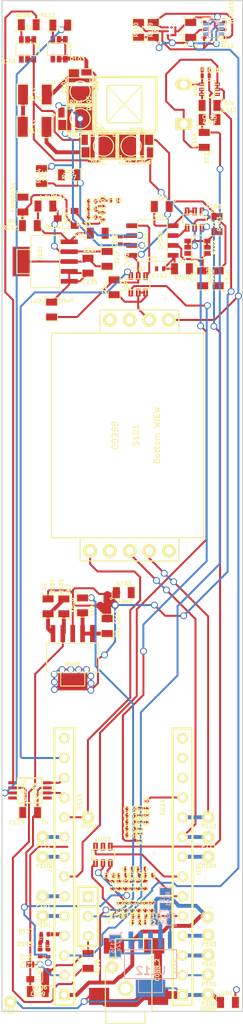
<source format=kicad_pcb>
(kicad_pcb (version 3) (host pcbnew "(2013-03-10 BZR 3992)-stable")
  (layers (15 F.Cu signal) (0 B.Cu signal) (18 B.Paste user) (19 F.Paste user) (20 B.SilkS user) (21 F.SilkS user) (22 B.Mask user) (23 F.Mask user) (28 Edge.Cuts user))
  (net 0 "")
  (net 1 /+5V)
  (net 2 /3.3Vdd)
  (net 3 "/A10 analog IN")
  (net 4 /ACT_SAT-LED)
  (net 5 /ACT_SAT_FB)
  (net 6 /ActVCC)
  (net 7 /Aref)
  (net 8 /DGND)
  (net 9 /DetVcc)
  (net 10 /Det_gnd)
  (net 11 "/IR CAL toggle")
  (net 12 /IR_CAL_filtered)
  (net 13 "/PWM meas intensity")
  (net 14 /PWM_calibration_intensity)
  (net 15 /PWMactpreset1)
  (net 16 /PWMactpreset2)
  (net 17 /Rxd)
  (net 18 /Txd)
  (net 19 /Umeas1)
  (net 20 /Umeas2)
  (net 21 /actinic_filtered&switched)
  (net 22 /actinic_preset1)
  (net 23 /actinic_preset2)
  (net 24 /cal)
  (net 25 /calibration_LED)
  (net 26 /pinK)
  (net 27 "/preselected ACT")
  (net 28 /sck)
  (net 29 /sda)
  (net 30 /signal)
  (net 31 "/toggle act ON/OFF")
  (net 32 "/toggle act1/act2")
  (net 33 GND)
  (net 34 N-000001)
  (net 35 N-0000010)
  (net 36 N-0000011)
  (net 37 N-0000012)
  (net 38 N-0000014)
  (net 39 N-0000015)
  (net 40 N-0000017)
  (net 41 N-0000019)
  (net 42 N-000002)
  (net 43 N-0000021)
  (net 44 N-0000022)
  (net 45 N-0000023)
  (net 46 N-000003)
  (net 47 N-0000032)
  (net 48 N-0000033)
  (net 49 N-0000034)
  (net 50 N-0000035)
  (net 51 N-0000036)
  (net 52 N-0000038)
  (net 53 N-0000039)
  (net 54 N-000004)
  (net 55 N-0000040)
  (net 56 N-0000041)
  (net 57 N-0000047)
  (net 58 N-0000048)
  (net 59 N-0000049)
  (net 60 N-0000052)
  (net 61 N-0000053)
  (net 62 N-0000054)
  (net 63 N-0000055)
  (net 64 N-0000056)
  (net 65 N-0000057)
  (net 66 N-0000058)
  (net 67 N-0000059)
  (net 68 N-0000060)
  (net 69 N-0000061)
  (net 70 N-0000062)
  (net 71 N-0000065)
  (net 72 N-0000066)
  (net 73 N-0000067)
  (net 74 N-0000069)
  (net 75 N-000007)
  (net 76 N-0000072)
  (net 77 N-0000073)
  (net 78 N-0000074)
  (net 79 N-000008)
  (net 80 N-0000085)
  (net 81 N-000009)
  (module Multi_Rebel+XP (layer F.Cu) (at 162.2679 108.18114 180)
    (fp_text reference D101 (at 0.70104 -2.10058 180) (layer F.SilkS) (effects (font (size 0.5 0.5) (thickness 0.125))))
    (fp_text value LED (at 0.70104 2.10058 180) (layer F.SilkS) (effects (font (size 0.5 0.5) (thickness 0.125))))
    (pad 1 smd rect (at 2.47396 -0.8001 180) (size 0.89916 1.30048) (layers F.Cu F.Paste F.Mask) (net 40 N-0000017))
    (pad 2 smd rect (at 2.47396 0.8001 180) (size 0.89916 1.30048) (layers F.Cu F.Paste F.Mask) (net 49 N-0000034))
    (pad 2 smd rect (at -0.89916 0 180) (size 0.59944 2.99974) (layers F.Cu F.Paste F.Mask) (net 49 N-0000034))
    (pad 2 smd rect (at 0 0 180) (size 1.30048 3.29946) (layers F.Cu F.Paste F.Mask) (net 49 N-0000034))
    (pad 1 smd rect (at 1.39954 0 180) (size 0.50038 3.29946) (layers F.Cu F.Paste F.Mask) (net 40 N-0000017))
    (pad 2 smd rect (at -1.39954 0 180) (size 0.50038 3.29946) (layers F.Cu F.Paste F.Mask) (net 49 N-0000034))
    (pad 1 smd rect (at 1.84912 -0.8001 180) (size 0.39878 1.30048) (layers F.Cu) (net 40 N-0000017))
  )
  (module dfn6 (layer F.Cu) (at 176.52746 93.22054 90)
    (fp_text reference U111 (at -2.04724 1.60274 180) (layer F.SilkS) (effects (font (size 0.5 0.5) (thickness 0.125))))
    (fp_text value HTU21D (at 2.2098 2.2098 90) (layer F.SilkS) (effects (font (size 0.5 0.5) (thickness 0.125))))
    (pad 1 smd rect (at -1 1.3 90) (size 0.34798 0.62738) (layers F.Cu F.Paste F.Mask) (net 29 /sda))
    (pad 2 smd rect (at 0 1.3 90) (size 0.34798 0.62738) (layers F.Cu F.Paste F.Mask) (net 33 GND))
    (pad 3 smd rect (at 1 1.3 90) (size 0.33 0.62738) (layers F.Cu F.Paste F.Mask))
    (pad 4 smd rect (at 1 -1.3 90) (size 0.34798 0.62738) (layers F.Cu F.Paste F.Mask))
    (pad 5 smd rect (at 0 -1.3 90) (size 0.34798 0.62738) (layers F.Cu F.Paste F.Mask) (net 47 N-0000032))
    (pad 6 smd rect (at -1 -1.3 90) (size 0.34798 0.62738) (layers F.Cu F.Paste F.Mask) (net 28 /sck))
  )
  (module DCQ5 (layer B.Cu) (at 168.32326 213.39556)
    (fp_text reference U112 (at 0.0508 0.8382) (layer B.SilkS) (effects (font (size 1.00076 1.00076) (thickness 0.20066)) (justify mirror)))
    (fp_text value TL1963 hide)
    (pad 1 smd rect (at -2.54 -3.1) (size 0.6 2.2) (layers B.Cu B.Paste B.Mask) (net 43 N-0000021))
    (pad 2 smd rect (at -1.27 -3.1) (size 0.6 2.2) (layers B.Cu B.Paste B.Mask) (net 43 N-0000021))
    (pad 3 smd rect (at 0 -3.1) (size 0.6 2.2) (layers B.Cu B.Paste B.Mask) (net 33 GND))
    (pad 3 smd rect (at 0 3.1) (size 3.79984 2.2) (layers B.Cu B.Paste B.Mask) (net 33 GND))
    (pad 4 smd rect (at 1.27 -3.1) (size 0.6 2.2) (layers B.Cu B.Paste B.Mask) (net 1 /+5V))
    (pad 5 smd rect (at 2.54 -3.1) (size 0.6 2.2) (layers B.Cu B.Paste B.Mask) (net 44 N-0000022))
  )
  (module Pin_diode_SIP_down (layer F.Cu) (at 164.94506 102.78618 90)
    (fp_text reference D105 (at 0.1143 -4.5593 90) (layer F.SilkS) (effects (font (size 0.5 0.5) (thickness 0.125))))
    (fp_text value SMALL_DIODE_PHOTODIODE hide)
    (pad 1 thru_hole rect (at -2.54 7.65 90) (size 1.524 2.19964) (drill 1.00076) (layers *.Cu *.Mask F.SilkS) (net 10 /Det_gnd))
    (pad 2 thru_hole oval (at 2.54 7.65 90) (size 1.524 2.19964) (drill 1.00076) (layers *.Cu *.Mask F.SilkS) (net 26 /pinK))
  )
  (module SM0805 (layer F.Cu) (at 173.49724 93.23832 270)
    (fp_text reference C116 (at 2.02692 0 360) (layer F.SilkS) (effects (font (size 0.50038 0.50038) (thickness 0.10922))))
    (fp_text value 0.1u (at 0.76454 1.17348 270) (layer F.SilkS) (effects (font (size 0.50038 0.50038) (thickness 0.10922))))
    (pad 1 smd rect (at -0.9525 0 270) (size 0.889 1.397) (layers F.Cu F.Paste F.Mask) (net 33 GND))
    (pad 2 smd rect (at 0.9525 0 270) (size 0.889 1.397) (layers F.Cu F.Paste F.Mask) (net 47 N-0000032))
  )
  (module DCQ5 (layer F.Cu) (at 154.74696 123.02998 90)
    (fp_text reference U101 (at 1.0795 -0.6985 90) (layer F.SilkS) (effects (font (size 0.5 0.5) (thickness 0.125))))
    (fp_text value TL1963 hide)
    (pad 1 smd rect (at -2.54 3.1 90) (size 0.6 2.2) (layers F.Cu F.Paste F.Mask) (net 50 N-0000035))
    (pad 2 smd rect (at -1.27 3.1 90) (size 0.6 2.2) (layers F.Cu F.Paste F.Mask) (net 50 N-0000035))
    (pad 3 smd rect (at 0 3.1 90) (size 0.6 2.2) (layers F.Cu F.Paste F.Mask) (net 33 GND))
    (pad 3 smd rect (at 0 -3.1 90) (size 3.79984 2.2) (layers F.Cu F.Paste F.Mask) (net 33 GND))
    (pad 4 smd rect (at 1.27 3.1 90) (size 0.6 2.2) (layers F.Cu F.Paste F.Mask) (net 60 N-0000052))
    (pad 5 smd rect (at 2.54 3.1 90) (size 0.6 2.2) (layers F.Cu F.Paste F.Mask) (net 34 N-000001))
  )
  (module Multi_Rebel+XP (layer F.Cu) (at 159.258 101.13264 90)
    (fp_text reference D103 (at 0.70104 -2.10058 90) (layer F.SilkS) (effects (font (size 0.5 0.5) (thickness 0.125))))
    (fp_text value LED (at 0.70104 2.10058 90) (layer F.SilkS) (effects (font (size 0.5 0.5) (thickness 0.125))))
    (pad 1 smd rect (at 2.47396 -0.8001 90) (size 0.89916 1.30048) (layers F.Cu F.Paste F.Mask) (net 41 N-0000019))
    (pad 2 smd rect (at 2.47396 0.8001 90) (size 0.89916 1.30048) (layers F.Cu F.Paste F.Mask) (net 48 N-0000033))
    (pad 2 smd rect (at -0.89916 0 90) (size 0.59944 2.99974) (layers F.Cu F.Paste F.Mask) (net 48 N-0000033))
    (pad 2 smd rect (at 0 0 90) (size 1.30048 3.29946) (layers F.Cu F.Paste F.Mask) (net 48 N-0000033))
    (pad 1 smd rect (at 1.39954 0 90) (size 0.50038 3.29946) (layers F.Cu F.Paste F.Mask) (net 41 N-0000019))
    (pad 2 smd rect (at -1.39954 0 90) (size 0.50038 3.29946) (layers F.Cu F.Paste F.Mask) (net 48 N-0000033))
    (pad 1 smd rect (at 1.84912 -0.8001 90) (size 0.39878 1.30048) (layers F.Cu) (net 41 N-0000019))
  )
  (module Multi_Rebel+XP (layer F.Cu) (at 159.26308 104.65816 180)
    (fp_text reference D102 (at 0.70104 -2.10058 180) (layer F.SilkS) (effects (font (size 0.5 0.5) (thickness 0.125))))
    (fp_text value IRled (at 0.70104 2.10058 180) (layer F.SilkS) (effects (font (size 0.5 0.5) (thickness 0.125))))
    (pad 1 smd rect (at 2.47396 -0.8001 180) (size 0.89916 1.30048) (layers F.Cu F.Paste F.Mask) (net 25 /calibration_LED))
    (pad 2 smd rect (at 2.47396 0.8001 180) (size 0.89916 1.30048) (layers F.Cu F.Paste F.Mask) (net 56 N-0000041))
    (pad 2 smd rect (at -0.89916 0 180) (size 0.59944 2.99974) (layers F.Cu F.Paste F.Mask) (net 56 N-0000041))
    (pad 2 smd rect (at 0 0 180) (size 1.30048 3.29946) (layers F.Cu F.Paste F.Mask) (net 56 N-0000041))
    (pad 1 smd rect (at 1.39954 0 180) (size 0.50038 3.29946) (layers F.Cu F.Paste F.Mask) (net 25 /calibration_LED))
    (pad 2 smd rect (at -1.39954 0 180) (size 0.50038 3.29946) (layers F.Cu F.Paste F.Mask) (net 56 N-0000041))
    (pad 1 smd rect (at 1.84912 -0.8001 180) (size 0.39878 1.30048) (layers F.Cu) (net 25 /calibration_LED))
  )
  (module Multi_Rebel+XP (layer F.Cu) (at 165.8112 108.18368)
    (fp_text reference D104 (at 0.70104 -2.10058) (layer F.SilkS) (effects (font (size 0.5 0.5) (thickness 0.125))))
    (fp_text value rLED_Actinic (at 0.70104 2.10058) (layer F.SilkS) (effects (font (size 0.5 0.5) (thickness 0.125))))
    (pad 1 smd rect (at 2.47396 -0.8001) (size 0.89916 1.30048) (layers F.Cu F.Paste F.Mask) (net 6 /ActVCC))
    (pad 2 smd rect (at 2.47396 0.8001) (size 0.89916 1.30048) (layers F.Cu F.Paste F.Mask) (net 4 /ACT_SAT-LED))
    (pad 2 smd rect (at -0.89916 0) (size 0.59944 2.99974) (layers F.Cu F.Paste F.Mask) (net 4 /ACT_SAT-LED))
    (pad 2 smd rect (at 0 0) (size 1.30048 3.29946) (layers F.Cu F.Paste F.Mask) (net 4 /ACT_SAT-LED))
    (pad 1 smd rect (at 1.39954 0) (size 0.50038 3.29946) (layers F.Cu F.Paste F.Mask) (net 6 /ActVCC))
    (pad 2 smd rect (at -1.39954 0) (size 0.50038 3.29946) (layers F.Cu F.Paste F.Mask) (net 4 /ACT_SAT-LED))
    (pad 1 smd rect (at 1.84912 -0.8001) (size 0.39878 1.30048) (layers F.Cu) (net 6 /ActVCC))
  )
  (module SOT23 (layer F.Cu) (at 157.45206 117.48008 90)
    (fp_text reference Q104 (at -1.1176 -1.7526 180) (layer F.SilkS) (effects (font (size 0.5 0.5) (thickness 0.125))))
    (fp_text value NPN (at 0.0635 0 90) (layer F.SilkS) (effects (font (size 0.5 0.5) (thickness 0.125))))
    (pad 3 smd rect (at 0 -1.09982 90) (size 0.8001 1.00076) (layers F.Cu F.Paste F.Mask) (net 60 N-0000052))
    (pad 2 smd rect (at 0.9525 1.09982 90) (size 0.8001 1.00076) (layers F.Cu F.Paste F.Mask) (net 61 N-0000053))
    (pad 1 smd rect (at -0.9525 1.09982 90) (size 0.8001 1.00076) (layers F.Cu F.Paste F.Mask) (net 39 N-0000015))
  )
  (module SOT23 (layer F.Cu) (at 153.924 214.376 270)
    (fp_text reference U106 (at 1.99898 -0.09906 360) (layer F.SilkS) (effects (font (size 0.5 0.5) (thickness 0.125))))
    (fp_text value TL431 (at 0.0635 0 270) (layer F.SilkS) (effects (font (size 0.5 0.5) (thickness 0.125))))
    (pad 3 smd rect (at 0 -1.09982 270) (size 0.8001 1.00076) (layers F.Cu F.Paste F.Mask) (net 10 /Det_gnd))
    (pad 2 smd rect (at 0.9525 1.09982 270) (size 0.8001 1.00076) (layers F.Cu F.Paste F.Mask) (net 7 /Aref))
    (pad 1 smd rect (at -0.9525 1.09982 270) (size 0.8001 1.00076) (layers F.Cu F.Paste F.Mask) (net 7 /Aref))
  )
  (module SO8E (layer F.Cu) (at 168.56456 120.32488 90)
    (fp_text reference U103 (at 0 -0.889 90) (layer F.SilkS) (effects (font (size 0.5 0.5) (thickness 0.125))))
    (fp_text value LM358 (at 0 1.016 90) (layer F.SilkS) (effects (font (size 0.5 0.5) (thickness 0.125))))
    (pad 8 smd rect (at -1.905 -2.667 90) (size 0.59944 1.39954) (layers F.Cu F.Paste F.Mask) (net 6 /ActVCC))
    (pad 1 smd rect (at -1.905 2.667 90) (size 0.59944 1.39954) (layers F.Cu F.Paste F.Mask) (net 74 N-0000069))
    (pad 7 smd rect (at -0.635 -2.667 90) (size 0.59944 1.39954) (layers F.Cu F.Paste F.Mask) (net 25 /calibration_LED))
    (pad 6 smd rect (at 0.635 -2.667 90) (size 0.59944 1.39954) (layers F.Cu F.Paste F.Mask) (net 56 N-0000041))
    (pad 5 smd rect (at 1.905 -2.667 90) (size 0.59944 1.39954) (layers F.Cu F.Paste F.Mask) (net 42 N-000002))
    (pad 2 smd rect (at -0.635 2.667 90) (size 0.59944 1.39954) (layers F.Cu F.Paste F.Mask) (net 5 /ACT_SAT_FB))
    (pad 3 smd rect (at 0.635 2.667 90) (size 0.59944 1.39954) (layers F.Cu F.Paste F.Mask) (net 21 /actinic_filtered&switched))
    (pad 4 smd rect (at 1.905 2.667 90) (size 0.59944 1.39954) (layers F.Cu F.Paste F.Mask) (net 33 GND))
  )
  (module SM0805 (layer F.Cu) (at 160.25876 123.56338 90)
    (fp_text reference C135 (at -2.1082 0.254 180) (layer F.SilkS) (effects (font (size 0.5 0.5) (thickness 0.125))))
    (fp_text value 22uF (at 2.0447 0.3175 180) (layer F.SilkS) (effects (font (size 0.5 0.5) (thickness 0.125))))
    (pad 1 smd rect (at -0.9525 0 90) (size 0.889 1.397) (layers F.Cu F.Paste F.Mask) (net 50 N-0000035))
    (pad 2 smd rect (at 0.9525 0 90) (size 0.889 1.397) (layers F.Cu F.Paste F.Mask) (net 33 GND))
  )
  (module SM0805 (layer F.Cu) (at 153.797 216.916 180)
    (fp_text reference C109 (at 0 -0.3175 180) (layer F.SilkS) (effects (font (size 0.5 0.5) (thickness 0.125))))
    (fp_text value 22u (at 0 0.381 180) (layer F.SilkS) (effects (font (size 0.5 0.5) (thickness 0.125))))
    (pad 1 smd rect (at -0.9525 0 180) (size 0.889 1.397) (layers F.Cu F.Paste F.Mask) (net 7 /Aref))
    (pad 2 smd rect (at 0.9525 0 180) (size 0.889 1.397) (layers F.Cu F.Paste F.Mask) (net 10 /Det_gnd))
  )
  (module SM0805 (layer F.Cu) (at 157.80766 111.87938 180)
    (fp_text reference R107 (at 0 -0.3175 180) (layer F.SilkS) (effects (font (size 0.5 0.5) (thickness 0.125))))
    (fp_text value 3K3 (at 0 0.381 180) (layer F.SilkS) (effects (font (size 0.5 0.5) (thickness 0.125))))
    (pad 1 smd rect (at -0.9525 0 180) (size 0.889 1.397) (layers F.Cu F.Paste F.Mask) (net 56 N-0000041))
    (pad 2 smd rect (at 0.9525 0 180) (size 0.889 1.397) (layers F.Cu F.Paste F.Mask) (net 33 GND))
  )
  (module SM0805 (layer F.Cu) (at 163.63188 126.33706 270)
    (fp_text reference C101 (at -0.3429 -1.14554 270) (layer F.SilkS) (effects (font (size 0.5 0.5) (thickness 0.125))))
    (fp_text value 22u (at 0.09144 1.24206 270) (layer F.SilkS) (effects (font (size 0.5 0.5) (thickness 0.125))))
    (pad 1 smd rect (at -0.9525 0 270) (size 0.889 1.397) (layers F.Cu F.Paste F.Mask) (net 6 /ActVCC))
    (pad 2 smd rect (at 0.9525 0 270) (size 0.889 1.397) (layers F.Cu F.Paste F.Mask) (net 33 GND))
  )
  (module SM0805 (layer F.Cu) (at 178.308 218.313)
    (fp_text reference L101 (at -0.28194 -1.16586) (layer F.SilkS) (effects (font (size 0.5 0.5) (thickness 0.125))))
    (fp_text value 10uH (at -2.72034 0.8001) (layer F.SilkS) (effects (font (size 0.5 0.5) (thickness 0.125))))
    (pad 1 smd rect (at -0.9525 0) (size 0.889 1.397) (layers F.Cu F.Paste F.Mask) (net 8 /DGND))
    (pad 2 smd rect (at 0.9525 0) (size 0.889 1.397) (layers F.Cu F.Paste F.Mask) (net 33 GND))
  )
  (module SM0805 (layer F.Cu) (at 160.274 212.979 270)
    (fp_text reference R108 (at 0.70104 -1.2446 270) (layer F.SilkS) (effects (font (size 0.5 0.5) (thickness 0.125))))
    (fp_text value 2K (at -0.04572 1.0414 270) (layer F.SilkS) (effects (font (size 0.5 0.5) (thickness 0.125))))
    (pad 1 smd rect (at -0.9525 0 270) (size 0.889 1.397) (layers F.Cu F.Paste F.Mask) (net 7 /Aref))
    (pad 2 smd rect (at 0.9525 0 270) (size 0.889 1.397) (layers F.Cu F.Paste F.Mask) (net 9 /DetVcc))
  )
  (module SM0805 (layer F.Cu) (at 162.73018 122.68962 270)
    (fp_text reference C102 (at 0.127 -2.54 270) (layer F.SilkS) (effects (font (size 0.5 0.5) (thickness 0.125))))
    (fp_text value 22uF (at -0.1778 -1.27 270) (layer F.SilkS) (effects (font (size 0.5 0.5) (thickness 0.125))))
    (pad 1 smd rect (at -0.9525 0 270) (size 0.889 1.397) (layers F.Cu F.Paste F.Mask) (net 60 N-0000052))
    (pad 2 smd rect (at 0.9525 0 270) (size 0.889 1.397) (layers F.Cu F.Paste F.Mask) (net 33 GND))
  )
  (module SM0805 (layer F.Cu) (at 156.69006 92.62618)
    (fp_text reference R111 (at -1.5875 -1.30556) (layer F.SilkS) (effects (font (size 0.5 0.5) (thickness 0.125))))
    (fp_text value 22 (at 0 0.381) (layer F.SilkS) (effects (font (size 0.5 0.5) (thickness 0.125))))
    (pad 1 smd rect (at -0.9525 0) (size 0.889 1.397) (layers F.Cu F.Paste F.Mask) (net 46 N-000003))
    (pad 2 smd rect (at 0.9525 0) (size 0.889 1.397) (layers F.Cu F.Paste F.Mask) (net 53 N-0000039))
  )
  (module SM0805 (layer F.Cu) (at 152.62606 92.57538)
    (fp_text reference R106 (at -0.6858 -1.27) (layer F.SilkS) (effects (font (size 0.5 0.5) (thickness 0.125))))
    (fp_text value 22 (at 0 0.381) (layer F.SilkS) (effects (font (size 0.5 0.5) (thickness 0.125))))
    (pad 1 smd rect (at -0.9525 0) (size 0.889 1.397) (layers F.Cu F.Paste F.Mask) (net 38 N-0000014))
    (pad 2 smd rect (at 0.9525 0) (size 0.889 1.397) (layers F.Cu F.Paste F.Mask) (net 54 N-000004))
  )
  (module SM0805 (layer F.Cu) (at 155.1178 167.3733 270)
    (fp_text reference R136 (at -2.57556 -0.5588 270) (layer F.SilkS) (effects (font (size 0.5 0.5) (thickness 0.125))))
    (fp_text value 1K (at -2.52984 0.50292 270) (layer F.SilkS) (effects (font (size 0.5 0.5) (thickness 0.125))))
    (pad 1 smd rect (at -0.9525 0 270) (size 0.889 1.397) (layers F.Cu F.Paste F.Mask) (net 10 /Det_gnd))
    (pad 2 smd rect (at 0.9525 0 270) (size 0.889 1.397) (layers F.Cu F.Paste F.Mask) (net 79 N-000008))
  )
  (module SM0805 (layer F.Cu) (at 155.575 129.2098 270)
    (fp_text reference L105 (at -1.1303 1.7907 360) (layer F.SilkS) (effects (font (size 0.5 0.5) (thickness 0.125))))
    (fp_text value 10uH (at -1.1557 -1.7907 360) (layer F.SilkS) (effects (font (size 0.5 0.5) (thickness 0.125))))
    (pad 1 smd rect (at -0.9525 0 270) (size 0.889 1.397) (layers F.Cu F.Paste F.Mask) (net 50 N-0000035))
    (pad 2 smd rect (at 0.9525 0 270) (size 0.889 1.397) (layers F.Cu F.Paste F.Mask) (net 6 /ActVCC))
  )
  (module SM0805 (layer F.Cu) (at 154.77236 115.89258 180)
    (fp_text reference R131 (at -1.6637 1.19634 180) (layer F.SilkS) (effects (font (size 0.5 0.5) (thickness 0.125))))
    (fp_text value 1.5k (at 0.02032 1.1049 180) (layer F.SilkS) (effects (font (size 0.5 0.5) (thickness 0.125))))
    (pad 1 smd rect (at -0.9525 0 180) (size 0.889 1.397) (layers F.Cu F.Paste F.Mask) (net 60 N-0000052))
    (pad 2 smd rect (at 0.9525 0 180) (size 0.889 1.397) (layers F.Cu F.Paste F.Mask) (net 34 N-000001))
  )
  (module SM0805 (layer F.Cu) (at 161.5186 119.38762)
    (fp_text reference R133 (at -1.8034 -1.1176) (layer F.SilkS) (effects (font (size 0.5 0.5) (thickness 0.125))))
    (fp_text value 470 (at -2.3876 0.2794) (layer F.SilkS) (effects (font (size 0.5 0.5) (thickness 0.125))))
    (pad 1 smd rect (at -0.9525 0) (size 0.889 1.397) (layers F.Cu F.Paste F.Mask) (net 34 N-000001))
    (pad 2 smd rect (at 0.9525 0) (size 0.889 1.397) (layers F.Cu F.Paste F.Mask) (net 33 GND))
  )
  (module SM0805 (layer F.Cu) (at 152.76576 118.40718 180)
    (fp_text reference R132 (at 2.58064 -0.27432 180) (layer F.SilkS) (effects (font (size 0.5 0.5) (thickness 0.125))))
    (fp_text value 80 (at 2.34188 0.5715 180) (layer F.SilkS) (effects (font (size 0.5 0.5) (thickness 0.125))))
    (pad 1 smd rect (at -0.9525 0 180) (size 0.889 1.397) (layers F.Cu F.Paste F.Mask) (net 34 N-000001))
    (pad 2 smd rect (at 0.9525 0 180) (size 0.889 1.397) (layers F.Cu F.Paste F.Mask) (net 39 N-0000015))
  )
  (module SM0805 (layer F.Cu) (at 151.86406 115.70208 270)
    (fp_text reference R134 (at -1.84404 1.20396 270) (layer F.SilkS) (effects (font (size 0.5 0.5) (thickness 0.125))))
    (fp_text value 1000 (at 0.06858 1.19634 270) (layer F.SilkS) (effects (font (size 0.5 0.5) (thickness 0.125))))
    (pad 1 smd rect (at -0.9525 0 270) (size 0.889 1.397) (layers F.Cu F.Paste F.Mask) (net 33 GND))
    (pad 2 smd rect (at 0.9525 0 270) (size 0.889 1.397) (layers F.Cu F.Paste F.Mask) (net 39 N-0000015))
  )
  (module SM0805 (layer F.Cu) (at 157.1498 167.3733 90)
    (fp_text reference R135 (at 2.57556 -0.34036 90) (layer F.SilkS) (effects (font (size 0.5 0.5) (thickness 0.125))))
    (fp_text value 2K7 (at 2.15138 0.60706 90) (layer F.SilkS) (effects (font (size 0.5 0.5) (thickness 0.125))))
    (pad 1 smd rect (at -0.9525 0 90) (size 0.889 1.397) (layers F.Cu F.Paste F.Mask) (net 9 /DetVcc))
    (pad 2 smd rect (at 0.9525 0 90) (size 0.889 1.397) (layers F.Cu F.Paste F.Mask) (net 79 N-000008))
  )
  (module SM0805 (layer F.Cu) (at 175.9204 102.95128 180)
    (fp_text reference C112 (at -2.57048 -0.5969 180) (layer F.SilkS) (effects (font (size 0.5 0.5) (thickness 0.125))))
    (fp_text value 22u (at -2.51206 0.3302 180) (layer F.SilkS) (effects (font (size 0.5 0.5) (thickness 0.125))))
    (pad 1 smd rect (at -0.9525 0 180) (size 0.889 1.397) (layers F.Cu F.Paste F.Mask) (net 10 /Det_gnd))
    (pad 2 smd rect (at 0.9525 0 180) (size 0.889 1.397) (layers F.Cu F.Paste F.Mask) (net 9 /DetVcc))
  )
  (module SM0805 (layer F.Cu) (at 164.87648 165.61308)
    (fp_text reference L103 (at 0.08128 -1.16586) (layer F.SilkS) (effects (font (size 0.5 0.5) (thickness 0.125))))
    (fp_text value 10uH (at 0.127 1.13284) (layer F.SilkS) (effects (font (size 0.5 0.5) (thickness 0.125))))
    (pad 1 smd rect (at -0.9525 0) (size 0.889 1.397) (layers F.Cu F.Paste F.Mask) (net 10 /Det_gnd))
    (pad 2 smd rect (at 0.9525 0) (size 0.889 1.397) (layers F.Cu F.Paste F.Mask) (net 8 /DGND))
  )
  (module SM0805 (layer F.Cu) (at 162.7378 169.9133 90)
    (fp_text reference C110 (at 1.13792 1.2827 90) (layer F.SilkS) (effects (font (size 0.5 0.5) (thickness 0.125))))
    (fp_text value 22u (at -0.78232 1.29032 90) (layer F.SilkS) (effects (font (size 0.5 0.5) (thickness 0.125))))
    (pad 1 smd rect (at -0.9525 0 90) (size 0.889 1.397) (layers F.Cu F.Paste F.Mask) (net 80 N-0000085))
    (pad 2 smd rect (at 0.9525 0 90) (size 0.889 1.397) (layers F.Cu F.Paste F.Mask) (net 10 /Det_gnd))
  )
  (module SM0805 (layer F.Cu) (at 175.24476 107.38612 90)
    (fp_text reference R114 (at -0.04318 -1.28524 90) (layer F.SilkS) (effects (font (size 0.5 0.5) (thickness 0.125))))
    (fp_text value 2K2 (at -2.34188 0.31496 90) (layer F.SilkS) (effects (font (size 0.5 0.5) (thickness 0.125))))
    (pad 1 smd rect (at -0.9525 0 90) (size 0.889 1.397) (layers F.Cu F.Paste F.Mask) (net 10 /Det_gnd))
    (pad 2 smd rect (at 0.9525 0 90) (size 0.889 1.397) (layers F.Cu F.Paste F.Mask) (net 3 "/A10 analog IN"))
  )
  (module SM0805 (layer F.Cu) (at 159.5628 167.2463 270)
    (fp_text reference L104 (at 0.4445 -1.21158 270) (layer F.SilkS) (effects (font (size 0.5 0.5) (thickness 0.125))))
    (fp_text value 10uH (at -0.03556 1.1303 270) (layer F.SilkS) (effects (font (size 0.5 0.5) (thickness 0.125))))
    (pad 1 smd rect (at -0.9525 0 270) (size 0.889 1.397) (layers F.Cu F.Paste F.Mask) (net 1 /+5V))
    (pad 2 smd rect (at 0.9525 0 270) (size 0.889 1.397) (layers F.Cu F.Paste F.Mask) (net 80 N-0000085))
  )
  (module SM0805 (layer F.Cu) (at 172.37456 123.95708 180)
    (fp_text reference R110 (at -0.01778 -1.14808 180) (layer F.SilkS) (effects (font (size 0.5 0.5) (thickness 0.125))))
    (fp_text value 22 (at -0.09906 1.04648 180) (layer F.SilkS) (effects (font (size 0.5 0.5) (thickness 0.125))))
    (pad 1 smd rect (at -0.9525 0 180) (size 0.889 1.397) (layers F.Cu F.Paste F.Mask) (net 73 N-0000067))
    (pad 2 smd rect (at 0.9525 0 180) (size 0.889 1.397) (layers F.Cu F.Paste F.Mask) (net 74 N-0000069))
  )
  (module SM0805 (layer F.Cu) (at 175.0441 125.18898 270)
    (fp_text reference R113 (at -0.1524 -1.1938 270) (layer F.SilkS) (effects (font (size 0.5 0.5) (thickness 0.125))))
    (fp_text value 3.3 (at -0.1524 1.1938 270) (layer F.SilkS) (effects (font (size 0.5 0.5) (thickness 0.125))))
    (pad 1 smd rect (at -0.9525 0 270) (size 0.889 1.397) (layers F.Cu F.Paste F.Mask) (net 5 /ACT_SAT_FB))
    (pad 2 smd rect (at 0.9525 0 270) (size 0.889 1.397) (layers F.Cu F.Paste F.Mask) (net 33 GND))
  )
  (module SM0805 (layer F.Cu) (at 177.03546 125.18898 90)
    (fp_text reference L102 (at 0.40132 -1.19888 90) (layer F.SilkS) (effects (font (size 0.5 0.5) (thickness 0.125))))
    (fp_text value 10uH (at 0.16002 1.27 90) (layer F.SilkS) (effects (font (size 0.5 0.5) (thickness 0.125))))
    (pad 1 smd rect (at -0.9525 0 90) (size 0.889 1.397) (layers F.Cu F.Paste F.Mask) (net 1 /+5V))
    (pad 2 smd rect (at 0.9525 0 90) (size 0.889 1.397) (layers F.Cu F.Paste F.Mask) (net 6 /ActVCC))
  )
  (module SM0805 (layer F.Cu) (at 169.77106 115.95608 180)
    (fp_text reference C111 (at 0.02032 -1.22428 180) (layer F.SilkS) (effects (font (size 0.5 0.5) (thickness 0.125))))
    (fp_text value 22u (at -0.12192 1.22936 180) (layer F.SilkS) (effects (font (size 0.5 0.5) (thickness 0.125))))
    (pad 1 smd rect (at -0.9525 0 180) (size 0.889 1.397) (layers F.Cu F.Paste F.Mask) (net 6 /ActVCC))
    (pad 2 smd rect (at 0.9525 0 180) (size 0.889 1.397) (layers F.Cu F.Paste F.Mask) (net 33 GND))
  )
  (module SM0402 (layer F.Cu) (at 162.18916 117.18798 90)
    (fp_text reference R102 (at 0 0 90) (layer F.SilkS) (effects (font (size 0.5 0.5) (thickness 0.125))))
    (fp_text value 3.3K hide)
    (pad 1 smd rect (at -0.44958 0 90) (size 0.39878 0.59944) (layers F.Cu F.Paste F.Mask) (net 61 N-0000053))
    (pad 2 smd rect (at 0.44958 0 90) (size 0.39878 0.59944) (layers F.Cu F.Paste F.Mask) (net 62 N-0000054))
  )
  (module SM0402 (layer F.Cu) (at 166.7891 203.2127 270)
    (fp_text reference C118 (at 0 0 270) (layer F.SilkS) (effects (font (size 0.5 0.5) (thickness 0.125))))
    (fp_text value 10n hide)
    (pad 1 smd rect (at -0.44958 0 270) (size 0.39878 0.59944) (layers F.Cu F.Paste F.Mask) (net 67 N-0000059))
    (pad 2 smd rect (at 0.44958 0 270) (size 0.39878 0.59944) (layers F.Cu F.Paste F.Mask) (net 33 GND))
  )
  (module SM0402 (layer F.Cu) (at 160.79216 115.28298 180)
    (fp_text reference C105 (at 0 0 180) (layer F.SilkS) (effects (font (size 0.5 0.5) (thickness 0.125))))
    (fp_text value 10n hide)
    (pad 1 smd rect (at -0.44958 0 180) (size 0.39878 0.59944) (layers F.Cu F.Paste F.Mask) (net 63 N-0000055))
    (pad 2 smd rect (at 0.44958 0 180) (size 0.39878 0.59944) (layers F.Cu F.Paste F.Mask) (net 33 GND))
  )
  (module SM0402 (layer F.Cu) (at 160.79216 116.29898 180)
    (fp_text reference C104 (at 0 0 180) (layer F.SilkS) (effects (font (size 0.5 0.5) (thickness 0.125))))
    (fp_text value 10n hide)
    (pad 1 smd rect (at -0.44958 0 180) (size 0.39878 0.59944) (layers F.Cu F.Paste F.Mask) (net 62 N-0000054))
    (pad 2 smd rect (at 0.44958 0 180) (size 0.39878 0.59944) (layers F.Cu F.Paste F.Mask) (net 33 GND))
  )
  (module SM0402 (layer F.Cu) (at 160.79216 117.34038 180)
    (fp_text reference C103 (at 0 0 180) (layer F.SilkS) (effects (font (size 0.5 0.5) (thickness 0.125))))
    (fp_text value 10n hide)
    (pad 1 smd rect (at -0.44958 0 180) (size 0.39878 0.59944) (layers F.Cu F.Paste F.Mask) (net 61 N-0000053))
    (pad 2 smd rect (at 0.44958 0 180) (size 0.39878 0.59944) (layers F.Cu F.Paste F.Mask) (net 33 GND))
  )
  (module SM0402 (layer F.Cu) (at 165.9509 203.2127 270)
    (fp_text reference C119 (at 0 0 270) (layer F.SilkS) (effects (font (size 0.5 0.5) (thickness 0.125))))
    (fp_text value 10n hide)
    (pad 1 smd rect (at -0.44958 0 270) (size 0.39878 0.59944) (layers F.Cu F.Paste F.Mask) (net 68 N-0000060))
    (pad 2 smd rect (at 0.44958 0 270) (size 0.39878 0.59944) (layers F.Cu F.Paste F.Mask) (net 33 GND))
  )
  (module SM0402 (layer F.Cu) (at 168.1099 201.9935 180)
    (fp_text reference R115 (at 0 0 180) (layer F.SilkS) (effects (font (size 0.5 0.5) (thickness 0.125))))
    (fp_text value 3.3K hide)
    (pad 1 smd rect (at -0.44958 0 180) (size 0.39878 0.59944) (layers F.Cu F.Paste F.Mask) (net 15 /PWMactpreset1))
    (pad 2 smd rect (at 0.44958 0 180) (size 0.39878 0.59944) (layers F.Cu F.Paste F.Mask) (net 69 N-0000061))
  )
  (module SM0402 (layer F.Cu) (at 167.1447 201.1553 180)
    (fp_text reference R116 (at 0 0 180) (layer F.SilkS) (effects (font (size 0.5 0.5) (thickness 0.125))))
    (fp_text value 3.3K hide)
    (pad 1 smd rect (at -0.44958 0 180) (size 0.39878 0.59944) (layers F.Cu F.Paste F.Mask) (net 69 N-0000061))
    (pad 2 smd rect (at 0.44958 0 180) (size 0.39878 0.59944) (layers F.Cu F.Paste F.Mask) (net 67 N-0000059))
  )
  (module SM0402 (layer F.Cu) (at 166.3827 201.9935 180)
    (fp_text reference R117 (at 0 0 180) (layer F.SilkS) (effects (font (size 0.5 0.5) (thickness 0.125))))
    (fp_text value 3.3K hide)
    (pad 1 smd rect (at -0.44958 0 180) (size 0.39878 0.59944) (layers F.Cu F.Paste F.Mask) (net 67 N-0000059))
    (pad 2 smd rect (at 0.44958 0 180) (size 0.39878 0.59944) (layers F.Cu F.Paste F.Mask) (net 68 N-0000060))
  )
  (module SM0402 (layer F.Cu) (at 166.9542 197.0786 270)
    (fp_text reference R130 (at 0 0 270) (layer F.SilkS) (effects (font (size 0.5 0.5) (thickness 0.125))))
    (fp_text value 3.3K hide)
    (pad 1 smd rect (at -0.44958 0 270) (size 0.39878 0.59944) (layers F.Cu F.Paste F.Mask) (net 55 N-0000040))
    (pad 2 smd rect (at 0.44958 0 270) (size 0.39878 0.59944) (layers F.Cu F.Paste F.Mask) (net 12 /IR_CAL_filtered))
  )
  (module SM0402 (layer F.Cu) (at 165.735 196.7992 180)
    (fp_text reference C134 (at 0 0 180) (layer F.SilkS) (effects (font (size 0.5 0.5) (thickness 0.125))))
    (fp_text value 10n hide)
    (pad 1 smd rect (at -0.44958 0 180) (size 0.39878 0.59944) (layers F.Cu F.Paste F.Mask) (net 12 /IR_CAL_filtered))
    (pad 2 smd rect (at 0.44958 0 180) (size 0.39878 0.59944) (layers F.Cu F.Paste F.Mask) (net 33 GND))
  )
  (module SM0402 (layer F.Cu) (at 162.18916 115.46078 90)
    (fp_text reference R103 (at 0 0 90) (layer F.SilkS) (effects (font (size 0.5 0.5) (thickness 0.125))))
    (fp_text value 3.3K hide)
    (pad 1 smd rect (at -0.44958 0 90) (size 0.39878 0.59944) (layers F.Cu F.Paste F.Mask) (net 62 N-0000054))
    (pad 2 smd rect (at 0.44958 0 90) (size 0.39878 0.59944) (layers F.Cu F.Paste F.Mask) (net 63 N-0000055))
  )
  (module SM0402 (layer F.Cu) (at 163.67506 115.19408)
    (fp_text reference R104 (at 0 0) (layer F.SilkS) (effects (font (size 0.5 0.5) (thickness 0.125))))
    (fp_text value 3.3K hide)
    (pad 1 smd rect (at -0.44958 0) (size 0.39878 0.59944) (layers F.Cu F.Paste F.Mask) (net 63 N-0000055))
    (pad 2 smd rect (at 0.44958 0) (size 0.39878 0.59944) (layers F.Cu F.Paste F.Mask) (net 64 N-0000056))
  )
  (module SM0402 (layer F.Cu) (at 155.1178 211.9884 270)
    (fp_text reference C106 (at 0.9906 2.3368 270) (layer F.SilkS) (effects (font (size 0.5 0.5) (thickness 0.125))))
    (fp_text value 10n hide)
    (pad 1 smd rect (at -0.44958 0 270) (size 0.39878 0.59944) (layers F.Cu F.Paste F.Mask) (net 64 N-0000056))
    (pad 2 smd rect (at 0.44958 0 270) (size 0.39878 0.59944) (layers F.Cu F.Paste F.Mask) (net 33 GND))
  )
  (module SM0402 (layer F.Cu) (at 154.1018 211.9884 270)
    (fp_text reference C107 (at 0.9906 2.2098 270) (layer F.SilkS) (effects (font (size 0.5 0.5) (thickness 0.125))))
    (fp_text value 10n hide)
    (pad 1 smd rect (at -0.44958 0 270) (size 0.39878 0.59944) (layers F.Cu F.Paste F.Mask) (net 65 N-0000057))
    (pad 2 smd rect (at 0.44958 0 270) (size 0.39878 0.59944) (layers F.Cu F.Paste F.Mask) (net 33 GND))
  )
  (module SM0402 (layer F.Cu) (at 154.5844 210.5914 180)
    (fp_text reference R105 (at 2.4384 -0.2286 180) (layer F.SilkS) (effects (font (size 0.5 0.5) (thickness 0.125))))
    (fp_text value 3.3K hide)
    (pad 1 smd rect (at -0.44958 0 180) (size 0.39878 0.59944) (layers F.Cu F.Paste F.Mask) (net 64 N-0000056))
    (pad 2 smd rect (at 0.44958 0 180) (size 0.39878 0.59944) (layers F.Cu F.Paste F.Mask) (net 65 N-0000057))
  )
  (module SM0402 (layer F.Cu) (at 167.6273 203.2127 270)
    (fp_text reference C117 (at 0 0 270) (layer F.SilkS) (effects (font (size 0.5 0.5) (thickness 0.125))))
    (fp_text value 10n hide)
    (pad 1 smd rect (at -0.44958 0 270) (size 0.39878 0.59944) (layers F.Cu F.Paste F.Mask) (net 69 N-0000061))
    (pad 2 smd rect (at 0.44958 0 270) (size 0.39878 0.59944) (layers F.Cu F.Paste F.Mask) (net 33 GND))
  )
  (module SM0402 (layer F.Cu) (at 169.55516 123.95708 180)
    (fp_text reference C113 (at 0.05334 -0.90932 180) (layer F.SilkS) (effects (font (size 0.5 0.5) (thickness 0.125))))
    (fp_text value 100p hide)
    (pad 1 smd rect (at -0.44958 0 180) (size 0.39878 0.59944) (layers F.Cu F.Paste F.Mask) (net 74 N-0000069))
    (pad 2 smd rect (at 0.44958 0 180) (size 0.39878 0.59944) (layers F.Cu F.Paste F.Mask) (net 5 /ACT_SAT_FB))
  )
  (module SM0402 (layer F.Cu) (at 175.43526 99.13366)
    (fp_text reference C114 (at 1.28016 -0.70612) (layer F.SilkS) (effects (font (size 0.5 0.5) (thickness 0.125))))
    (fp_text value 10p hide)
    (pad 1 smd rect (at -0.44958 0) (size 0.39878 0.59944) (layers F.Cu F.Paste F.Mask) (net 26 /pinK))
    (pad 2 smd rect (at 0.44958 0) (size 0.39878 0.59944) (layers F.Cu F.Paste F.Mask) (net 30 /signal))
  )
  (module SM0402 (layer F.Cu) (at 165.735 195.961 180)
    (fp_text reference C133 (at 0 0 180) (layer F.SilkS) (effects (font (size 0.5 0.5) (thickness 0.125))))
    (fp_text value 10n hide)
    (pad 1 smd rect (at -0.44958 0 180) (size 0.39878 0.59944) (layers F.Cu F.Paste F.Mask) (net 55 N-0000040))
    (pad 2 smd rect (at 0.44958 0 180) (size 0.39878 0.59944) (layers F.Cu F.Paste F.Mask) (net 33 GND))
  )
  (module SM0402 (layer F.Cu) (at 168.4909 206.0067 90)
    (fp_text reference C124 (at 0 0 90) (layer F.SilkS) (effects (font (size 0.5 0.5) (thickness 0.125))))
    (fp_text value 10n hide)
    (pad 1 smd rect (at -0.44958 0 90) (size 0.39878 0.59944) (layers F.Cu F.Paste F.Mask) (net 71 N-0000065))
    (pad 2 smd rect (at 0.44958 0 90) (size 0.39878 0.59944) (layers F.Cu F.Paste F.Mask) (net 33 GND))
  )
  (module SM0402 (layer F.Cu) (at 167.6527 206.0067 90)
    (fp_text reference C125 (at 0 0 90) (layer F.SilkS) (effects (font (size 0.5 0.5) (thickness 0.125))))
    (fp_text value 10n hide)
    (pad 1 smd rect (at -0.44958 0 90) (size 0.39878 0.59944) (layers F.Cu F.Paste F.Mask) (net 72 N-0000066))
    (pad 2 smd rect (at 0.44958 0 90) (size 0.39878 0.59944) (layers F.Cu F.Paste F.Mask) (net 33 GND))
  )
  (module SM0402 (layer F.Cu) (at 166.8145 206.0067 90)
    (fp_text reference C126 (at 0 0 90) (layer F.SilkS) (effects (font (size 0.5 0.5) (thickness 0.125))))
    (fp_text value 10n hide)
    (pad 1 smd rect (at -0.44958 0 90) (size 0.39878 0.59944) (layers F.Cu F.Paste F.Mask) (net 76 N-0000072))
    (pad 2 smd rect (at 0.44958 0 90) (size 0.39878 0.59944) (layers F.Cu F.Paste F.Mask) (net 33 GND))
  )
  (module SM0402 (layer F.Cu) (at 168.8973 207.2259 180)
    (fp_text reference R121 (at 0 0 180) (layer F.SilkS) (effects (font (size 0.5 0.5) (thickness 0.125))))
    (fp_text value 3.3K hide)
    (pad 1 smd rect (at -0.44958 0 180) (size 0.39878 0.59944) (layers F.Cu F.Paste F.Mask) (net 16 /PWMactpreset2))
    (pad 2 smd rect (at 0.44958 0 180) (size 0.39878 0.59944) (layers F.Cu F.Paste F.Mask) (net 71 N-0000065))
  )
  (module SM0402 (layer F.Cu) (at 168.0591 208.0641 180)
    (fp_text reference R122 (at 0 0 180) (layer F.SilkS) (effects (font (size 0.5 0.5) (thickness 0.125))))
    (fp_text value 3.3K hide)
    (pad 1 smd rect (at -0.44958 0 180) (size 0.39878 0.59944) (layers F.Cu F.Paste F.Mask) (net 71 N-0000065))
    (pad 2 smd rect (at 0.44958 0 180) (size 0.39878 0.59944) (layers F.Cu F.Paste F.Mask) (net 72 N-0000066))
  )
  (module SM0402 (layer F.Cu) (at 167.2463 207.2259 180)
    (fp_text reference R123 (at 0 0 180) (layer F.SilkS) (effects (font (size 0.5 0.5) (thickness 0.125))))
    (fp_text value 3.3K hide)
    (pad 1 smd rect (at -0.44958 0 180) (size 0.39878 0.59944) (layers F.Cu F.Paste F.Mask) (net 72 N-0000066))
    (pad 2 smd rect (at 0.44958 0 180) (size 0.39878 0.59944) (layers F.Cu F.Paste F.Mask) (net 76 N-0000072))
  )
  (module SM0402 (layer F.Cu) (at 166.4589 208.0641 180)
    (fp_text reference R124 (at 0 0 180) (layer F.SilkS) (effects (font (size 0.5 0.5) (thickness 0.125))))
    (fp_text value 3.3K hide)
    (pad 1 smd rect (at -0.44958 0 180) (size 0.39878 0.59944) (layers F.Cu F.Paste F.Mask) (net 76 N-0000072))
    (pad 2 smd rect (at 0.44958 0 180) (size 0.39878 0.59944) (layers F.Cu F.Paste F.Mask) (net 77 N-0000073))
  )
  (module SM0402 (layer F.Cu) (at 165.9763 206.0067 90)
    (fp_text reference C127 (at 0 0 90) (layer F.SilkS) (effects (font (size 0.5 0.5) (thickness 0.125))))
    (fp_text value 10n hide)
    (pad 1 smd rect (at -0.44958 0 90) (size 0.39878 0.59944) (layers F.Cu F.Paste F.Mask) (net 77 N-0000073))
    (pad 2 smd rect (at 0.44958 0 90) (size 0.39878 0.59944) (layers F.Cu F.Paste F.Mask) (net 33 GND))
  )
  (module SM0402 (layer F.Cu) (at 165.1381 206.0067 90)
    (fp_text reference C128 (at 0 0 90) (layer F.SilkS) (effects (font (size 0.5 0.5) (thickness 0.125))))
    (fp_text value 10n hide)
    (pad 1 smd rect (at -0.44958 0 90) (size 0.39878 0.59944) (layers F.Cu F.Paste F.Mask) (net 78 N-0000074))
    (pad 2 smd rect (at 0.44958 0 90) (size 0.39878 0.59944) (layers F.Cu F.Paste F.Mask) (net 33 GND))
  )
  (module SM0402 (layer F.Cu) (at 164.2999 206.0067 90)
    (fp_text reference C129 (at 0 0 90) (layer F.SilkS) (effects (font (size 0.5 0.5) (thickness 0.125))))
    (fp_text value 10n hide)
    (pad 1 smd rect (at -0.44958 0 90) (size 0.39878 0.59944) (layers F.Cu F.Paste F.Mask) (net 23 /actinic_preset2))
    (pad 2 smd rect (at 0.44958 0 90) (size 0.39878 0.59944) (layers F.Cu F.Paste F.Mask) (net 33 GND))
  )
  (module SM0402 (layer F.Cu) (at 165.5953 207.2259 180)
    (fp_text reference R125 (at 0 0 180) (layer F.SilkS) (effects (font (size 0.5 0.5) (thickness 0.125))))
    (fp_text value 3.3K hide)
    (pad 1 smd rect (at -0.44958 0 180) (size 0.39878 0.59944) (layers F.Cu F.Paste F.Mask) (net 77 N-0000073))
    (pad 2 smd rect (at 0.44958 0 180) (size 0.39878 0.59944) (layers F.Cu F.Paste F.Mask) (net 78 N-0000074))
  )
  (module SM0402 (layer F.Cu) (at 163.9951 207.2259 180)
    (fp_text reference R126 (at 0 0 180) (layer F.SilkS) (effects (font (size 0.5 0.5) (thickness 0.125))))
    (fp_text value 3.3K hide)
    (pad 1 smd rect (at -0.44958 0 180) (size 0.39878 0.59944) (layers F.Cu F.Paste F.Mask) (net 78 N-0000074))
    (pad 2 smd rect (at 0.44958 0 180) (size 0.39878 0.59944) (layers F.Cu F.Paste F.Mask) (net 23 /actinic_preset2))
  )
  (module SM0402 (layer F.Cu) (at 163.0553 201.9935 180)
    (fp_text reference R120 (at 0 0 180) (layer F.SilkS) (effects (font (size 0.5 0.5) (thickness 0.125))))
    (fp_text value 3.3K hide)
    (pad 1 smd rect (at -0.44958 0 180) (size 0.39878 0.59944) (layers F.Cu F.Paste F.Mask) (net 70 N-0000062))
    (pad 2 smd rect (at 0.44958 0 180) (size 0.39878 0.59944) (layers F.Cu F.Paste F.Mask) (net 22 /actinic_preset1))
  )
  (module SM0402 (layer F.Cu) (at 164.6555 201.9935 180)
    (fp_text reference R119 (at 0 0 180) (layer F.SilkS) (effects (font (size 0.5 0.5) (thickness 0.125))))
    (fp_text value 3.3K hide)
    (pad 1 smd rect (at -0.44958 0 180) (size 0.39878 0.59944) (layers F.Cu F.Paste F.Mask) (net 66 N-0000058))
    (pad 2 smd rect (at 0.44958 0 180) (size 0.39878 0.59944) (layers F.Cu F.Paste F.Mask) (net 70 N-0000062))
  )
  (module SM0402 (layer F.Cu) (at 163.4363 203.2127 270)
    (fp_text reference C122 (at 0 0 270) (layer F.SilkS) (effects (font (size 0.5 0.5) (thickness 0.125))))
    (fp_text value 10n hide)
    (pad 1 smd rect (at -0.44958 0 270) (size 0.39878 0.59944) (layers F.Cu F.Paste F.Mask) (net 22 /actinic_preset1))
    (pad 2 smd rect (at 0.44958 0 270) (size 0.39878 0.59944) (layers F.Cu F.Paste F.Mask) (net 33 GND))
  )
  (module SM0402 (layer F.Cu) (at 166.9542 195.5546 270)
    (fp_text reference R129 (at 0 0 270) (layer F.SilkS) (effects (font (size 0.5 0.5) (thickness 0.125))))
    (fp_text value 3.3K hide)
    (pad 1 smd rect (at -0.44958 0 270) (size 0.39878 0.59944) (layers F.Cu F.Paste F.Mask) (net 59 N-0000049))
    (pad 2 smd rect (at 0.44958 0 270) (size 0.39878 0.59944) (layers F.Cu F.Paste F.Mask) (net 55 N-0000040))
  )
  (module SM0402 (layer F.Cu) (at 167.7924 194.691 270)
    (fp_text reference R128 (at 0 0 270) (layer F.SilkS) (effects (font (size 0.5 0.5) (thickness 0.125))))
    (fp_text value 3.3K hide)
    (pad 1 smd rect (at -0.44958 0 270) (size 0.39878 0.59944) (layers F.Cu F.Paste F.Mask) (net 58 N-0000048))
    (pad 2 smd rect (at 0.44958 0 270) (size 0.39878 0.59944) (layers F.Cu F.Paste F.Mask) (net 59 N-0000049))
  )
  (module SM0402 (layer F.Cu) (at 166.9542 193.802 270)
    (fp_text reference R127 (at 0 0 270) (layer F.SilkS) (effects (font (size 0.5 0.5) (thickness 0.125))))
    (fp_text value 3.3K hide)
    (pad 1 smd rect (at -0.44958 0 270) (size 0.39878 0.59944) (layers F.Cu F.Paste F.Mask) (net 57 N-0000047))
    (pad 2 smd rect (at 0.44958 0 270) (size 0.39878 0.59944) (layers F.Cu F.Paste F.Mask) (net 58 N-0000048))
  )
  (module SM0402 (layer F.Cu) (at 165.735 195.1228 180)
    (fp_text reference C132 (at 0 0 180) (layer F.SilkS) (effects (font (size 0.5 0.5) (thickness 0.125))))
    (fp_text value 10n hide)
    (pad 1 smd rect (at -0.44958 0 180) (size 0.39878 0.59944) (layers F.Cu F.Paste F.Mask) (net 59 N-0000049))
    (pad 2 smd rect (at 0.44958 0 180) (size 0.39878 0.59944) (layers F.Cu F.Paste F.Mask) (net 33 GND))
  )
  (module SM0402 (layer F.Cu) (at 165.735 194.2846 180)
    (fp_text reference C131 (at 0 0 180) (layer F.SilkS) (effects (font (size 0.5 0.5) (thickness 0.125))))
    (fp_text value 10n hide)
    (pad 1 smd rect (at -0.44958 0 180) (size 0.39878 0.59944) (layers F.Cu F.Paste F.Mask) (net 58 N-0000048))
    (pad 2 smd rect (at 0.44958 0 180) (size 0.39878 0.59944) (layers F.Cu F.Paste F.Mask) (net 33 GND))
  )
  (module SM0402 (layer F.Cu) (at 165.735 193.4464 180)
    (fp_text reference C130 (at 0 0 180) (layer F.SilkS) (effects (font (size 0.5 0.5) (thickness 0.125))))
    (fp_text value 10n hide)
    (pad 1 smd rect (at -0.44958 0 180) (size 0.39878 0.59944) (layers F.Cu F.Paste F.Mask) (net 57 N-0000047))
    (pad 2 smd rect (at 0.44958 0 180) (size 0.39878 0.59944) (layers F.Cu F.Paste F.Mask) (net 33 GND))
  )
  (module SM0402 (layer F.Cu) (at 164.41928 120.30456 90)
    (fp_text reference C108 (at -0.0254 -0.762 90) (layer F.SilkS) (effects (font (size 0.5 0.5) (thickness 0.125))))
    (fp_text value 100p hide)
    (pad 1 smd rect (at -0.44958 0 90) (size 0.39878 0.59944) (layers F.Cu F.Paste F.Mask) (net 25 /calibration_LED))
    (pad 2 smd rect (at 0.44958 0 90) (size 0.39878 0.59944) (layers F.Cu F.Paste F.Mask) (net 56 N-0000041))
  )
  (module SM0402 (layer F.Cu) (at 165.4937 201.1553 180)
    (fp_text reference R118 (at 0 0 180) (layer F.SilkS) (effects (font (size 0.5 0.5) (thickness 0.125))))
    (fp_text value 3.3K hide)
    (pad 1 smd rect (at -0.44958 0 180) (size 0.39878 0.59944) (layers F.Cu F.Paste F.Mask) (net 68 N-0000060))
    (pad 2 smd rect (at 0.44958 0 180) (size 0.39878 0.59944) (layers F.Cu F.Paste F.Mask) (net 66 N-0000058))
  )
  (module SM0402 (layer F.Cu) (at 165.1127 203.2127 270)
    (fp_text reference C120 (at 0 0 270) (layer F.SilkS) (effects (font (size 0.5 0.5) (thickness 0.125))))
    (fp_text value 10n hide)
    (pad 1 smd rect (at -0.44958 0 270) (size 0.39878 0.59944) (layers F.Cu F.Paste F.Mask) (net 66 N-0000058))
    (pad 2 smd rect (at 0.44958 0 270) (size 0.39878 0.59944) (layers F.Cu F.Paste F.Mask) (net 33 GND))
  )
  (module SM0402 (layer F.Cu) (at 164.2745 203.2127 270)
    (fp_text reference C121 (at 0 0 270) (layer F.SilkS) (effects (font (size 0.5 0.5) (thickness 0.125))))
    (fp_text value 10n hide)
    (pad 1 smd rect (at -0.44958 0 270) (size 0.39878 0.59944) (layers F.Cu F.Paste F.Mask) (net 70 N-0000062))
    (pad 2 smd rect (at 0.44958 0 270) (size 0.39878 0.59944) (layers F.Cu F.Paste F.Mask) (net 33 GND))
  )
  (module SIL-3 (layer F.Cu) (at 160.2867 207.2513 270)
    (fp_text reference K101 (at 0 -2.54 270) (layer F.SilkS) (effects (font (size 0.5 0.5) (thickness 0.125))))
    (fp_text value CONN_3 hide)
    (pad 1 thru_hole rect (at -2.54 0 270) (size 1.397 1.397) (drill 0.812799) (layers *.Cu *.Mask F.SilkS) (net 51 N-0000036))
    (pad 2 thru_hole circle (at 0 0 270) (size 1.397 1.397) (drill 0.812799) (layers *.Cu *.Mask F.SilkS) (net 3 "/A10 analog IN"))
    (pad 3 thru_hole circle (at 2.54 0 270) (size 1.397 1.397) (drill 0.812799) (layers *.Cu *.Mask F.SilkS) (net 7 /Aref))
  )
  (module SIL-14 (layer F.Cu) (at 172.4533 200.8505 90)
    (fp_text reference J101 (at -0.3175 2.0447 90) (layer F.SilkS) (effects (font (size 0.5 0.5) (thickness 0.125))))
    (fp_text value SIL14 (at 7.62 -2.54 90) (layer F.SilkS) (effects (font (size 0.5 0.5) (thickness 0.125))))
    (pad 1 thru_hole rect (at -16.51 0 90) (size 1.397 1.397) (drill 0.812799) (layers *.Cu *.Mask F.SilkS) (net 33 GND))
    (pad 2 thru_hole circle (at -13.97 0 90) (size 1.397 1.397) (drill 0.812799) (layers *.Cu *.Mask F.SilkS) (net 81 N-000009))
    (pad 3 thru_hole circle (at -11.43 0 90) (size 1.397 1.397) (drill 0.812799) (layers *.Cu *.Mask F.SilkS) (net 52 N-0000038))
    (pad 4 thru_hole circle (at -8.89 0 90) (size 1.397 1.397) (drill 0.812799) (layers *.Cu *.Mask F.SilkS) (net 75 N-000007))
    (pad 5 thru_hole circle (at -6.35 0 90) (size 1.397 1.397) (drill 0.812799) (layers *.Cu *.Mask F.SilkS) (net 16 /PWMactpreset2))
    (pad 6 thru_hole circle (at -3.81 0 90) (size 1.397 1.397) (drill 0.812799) (layers *.Cu *.Mask F.SilkS) (net 15 /PWMactpreset1))
    (pad 7 thru_hole circle (at -1.27 0 90) (size 1.397 1.397) (drill 0.812799) (layers *.Cu *.Mask F.SilkS) (net 32 "/toggle act1/act2"))
    (pad 8 thru_hole circle (at 1.27 0 90) (size 1.397 1.397) (drill 0.812799) (layers *.Cu *.Mask F.SilkS) (net 35 N-0000010))
    (pad 9 thru_hole circle (at 3.81 0 90) (size 1.397 1.397) (drill 0.812799) (layers *.Cu *.Mask F.SilkS) (net 17 /Rxd))
    (pad 10 thru_hole circle (at 6.35 0 90) (size 1.397 1.397) (drill 0.812799) (layers *.Cu *.Mask F.SilkS) (net 18 /Txd))
    (pad 11 thru_hole circle (at 8.89 0 90) (size 1.397 1.397) (drill 0.812799) (layers *.Cu *.Mask F.SilkS) (net 14 /PWM_calibration_intensity))
    (pad 12 thru_hole circle (at 11.43 0 90) (size 1.397 1.397) (drill 0.812799) (layers *.Cu *.Mask F.SilkS))
    (pad 13 thru_hole circle (at 13.97 0 90) (size 1.397 1.397) (drill 0.812799) (layers *.Cu *.Mask F.SilkS))
    (pad 14 thru_hole circle (at 16.51 0 90) (size 1.397 1.397) (drill 0.812799) (layers *.Cu *.Mask F.SilkS))
  )
  (module SIL-14 (layer F.Cu) (at 157.2133 200.8505 90)
    (fp_text reference J102 (at 0.1905 -1.8923 90) (layer F.SilkS) (effects (font (size 0.5 0.5) (thickness 0.125))))
    (fp_text value SIL14 (at 8.34644 1.95072 90) (layer F.SilkS) (effects (font (size 0.5 0.5) (thickness 0.125))))
    (pad 1 thru_hole rect (at -16.51 0 90) (size 1.397 1.397) (drill 0.812799) (layers *.Cu *.Mask F.SilkS) (net 1 /+5V))
    (pad 2 thru_hole circle (at -13.97 0 90) (size 1.397 1.397) (drill 0.812799) (layers *.Cu *.Mask F.SilkS) (net 10 /Det_gnd))
    (pad 3 thru_hole circle (at -11.43 0 90) (size 1.397 1.397) (drill 0.812799) (layers *.Cu *.Mask F.SilkS))
    (pad 4 thru_hole circle (at -8.89 0 90) (size 1.397 1.397) (drill 0.812799) (layers *.Cu *.Mask F.SilkS) (net 13 "/PWM meas intensity"))
    (pad 5 thru_hole circle (at -6.35 0 90) (size 1.397 1.397) (drill 0.812799) (layers *.Cu *.Mask F.SilkS) (net 37 N-0000012))
    (pad 6 thru_hole circle (at -3.81 0 90) (size 1.397 1.397) (drill 0.812799) (layers *.Cu *.Mask F.SilkS) (net 36 N-0000011))
    (pad 7 thru_hole circle (at -1.27 0 90) (size 1.397 1.397) (drill 0.812799) (layers *.Cu *.Mask F.SilkS) (net 31 "/toggle act ON/OFF"))
    (pad 8 thru_hole circle (at 1.27 0 90) (size 1.397 1.397) (drill 0.812799) (layers *.Cu *.Mask F.SilkS) (net 28 /sck))
    (pad 9 thru_hole circle (at 3.81 0 90) (size 1.397 1.397) (drill 0.812799) (layers *.Cu *.Mask F.SilkS) (net 29 /sda))
    (pad 10 thru_hole circle (at 6.35 0 90) (size 1.397 1.397) (drill 0.812799) (layers *.Cu *.Mask F.SilkS) (net 24 /cal))
    (pad 11 thru_hole circle (at 8.89 0 90) (size 1.397 1.397) (drill 0.812799) (layers *.Cu *.Mask F.SilkS) (net 20 /Umeas2))
    (pad 12 thru_hole circle (at 11.43 0 90) (size 1.397 1.397) (drill 0.812799) (layers *.Cu *.Mask F.SilkS) (net 19 /Umeas1))
    (pad 13 thru_hole circle (at 13.97 0 90) (size 1.397 1.397) (drill 0.812799) (layers *.Cu *.Mask F.SilkS) (net 11 "/IR CAL toggle"))
    (pad 14 thru_hole circle (at 16.51 0 90) (size 1.397 1.397) (drill 0.812799) (layers *.Cu *.Mask F.SilkS))
  )
  (module MSOP_8 (layer F.Cu) (at 152.781 191.0461 90)
    (fp_text reference U104 (at 0 0.635 90) (layer F.SilkS) (effects (font (size 0.5 0.5) (thickness 0.125))))
    (fp_text value LM5551 (at 0 -0.762 90) (layer F.SilkS) (effects (font (size 0.5 0.5) (thickness 0.125))))
    (pad 1 smd rect (at -0.97536 2.159 90) (size 0.381 1.27) (layers F.Cu F.Paste F.Mask))
    (pad 2 smd rect (at -0.32512 2.159 90) (size 0.381 1.27) (layers F.Cu F.Paste F.Mask) (net 19 /Umeas1))
    (pad 3 smd rect (at 0.32512 2.159 90) (size 0.381 1.27) (layers F.Cu F.Paste F.Mask) (net 33 GND))
    (pad 4 smd rect (at 0.97536 2.159 90) (size 0.381 1.27) (layers F.Cu F.Paste F.Mask) (net 20 /Umeas2))
    (pad 5 smd rect (at 0.97536 -2.159 90) (size 0.381 1.27) (layers F.Cu F.Paste F.Mask) (net 54 N-000004))
    (pad 6 smd rect (at 0.32512 -2.159 90) (size 0.381 1.27) (layers F.Cu F.Paste F.Mask) (net 50 N-0000035))
    (pad 7 smd rect (at -0.32512 -2.159 90) (size 0.381 1.27) (layers F.Cu F.Paste F.Mask) (net 53 N-0000039))
    (pad 8 smd rect (at -0.97536 -2.159 90) (size 0.381 1.27) (layers F.Cu F.Paste F.Mask))
  )
  (module DCQ5 (layer F.Cu) (at 158.2928 173.9773 180)
    (fp_text reference U109 (at 0.0508 -0.8382 180) (layer F.SilkS) (effects (font (size 0.5 0.5) (thickness 0.125))))
    (fp_text value TL1963 hide)
    (pad 1 smd rect (at -2.54 3.1 180) (size 0.6 2.2) (layers F.Cu F.Paste F.Mask) (net 80 N-0000085))
    (pad 2 smd rect (at -1.27 3.1 180) (size 0.6 2.2) (layers F.Cu F.Paste F.Mask) (net 80 N-0000085))
    (pad 3 smd rect (at 0 3.1 180) (size 0.6 2.2) (layers F.Cu F.Paste F.Mask) (net 10 /Det_gnd))
    (pad 3 smd rect (at 0 -3.1 180) (size 3.79984 2.2) (layers F.Cu F.Paste F.Mask) (net 10 /Det_gnd))
    (pad 4 smd rect (at 1.27 3.1 180) (size 0.6 2.2) (layers F.Cu F.Paste F.Mask) (net 9 /DetVcc))
    (pad 5 smd rect (at 2.54 3.1 180) (size 0.6 2.2) (layers F.Cu F.Paste F.Mask) (net 79 N-000008))
  )
  (module TSOP-6 (layer F.Cu) (at 174.38624 121.18848 270)
    (fp_text reference Q102 (at 0 -1.9812 270) (layer F.SilkS) (effects (font (size 0.5 0.5) (thickness 0.125))))
    (fp_text value MOSN-TSOP6 hide)
    (pad 1 smd rect (at -0.8 1.2 270) (size 0.59944 1.00076) (layers F.Cu F.Paste F.Mask) (net 4 /ACT_SAT-LED))
    (pad 3 smd rect (at 0.8 1.2 270) (size 0.59944 1.00076) (layers F.Cu F.Paste F.Mask) (net 73 N-0000067))
    (pad 2 smd rect (at 0 1.2 270) (size 0.59944 1.00076) (layers F.Cu F.Paste F.Mask) (net 4 /ACT_SAT-LED))
    (pad 4 smd rect (at 0.8 -1.2 270) (size 0.59944 1.00076) (layers F.Cu F.Paste F.Mask) (net 5 /ACT_SAT_FB))
    (pad 6 smd rect (at -0.8 -1.2 270) (size 0.59944 1.00076) (layers F.Cu F.Paste F.Mask) (net 4 /ACT_SAT-LED))
    (pad 5 smd rect (at 0 -1.2 270) (size 0.59944 1.00076) (layers F.Cu F.Paste F.Mask) (net 4 /ACT_SAT-LED))
  )
  (module TSOP-6 (layer F.Cu) (at 152.47366 95.75038 180)
    (fp_text reference Q101 (at 2.4384 -1.50876 180) (layer F.SilkS) (effects (font (size 0.5 0.5) (thickness 0.125))))
    (fp_text value MOSN-TSOP6 hide)
    (pad 1 smd rect (at -0.8 1.2 180) (size 0.59944 1.00076) (layers F.Cu F.Paste F.Mask) (net 49 N-0000034))
    (pad 3 smd rect (at 0.8 1.2 180) (size 0.59944 1.00076) (layers F.Cu F.Paste F.Mask) (net 38 N-0000014))
    (pad 2 smd rect (at 0 1.2 180) (size 0.59944 1.00076) (layers F.Cu F.Paste F.Mask) (net 49 N-0000034))
    (pad 4 smd rect (at 0.8 -1.2 180) (size 0.59944 1.00076) (layers F.Cu F.Paste F.Mask) (net 33 GND))
    (pad 6 smd rect (at -0.8 -1.2 180) (size 0.59944 1.00076) (layers F.Cu F.Paste F.Mask) (net 49 N-0000034))
    (pad 5 smd rect (at 0 -1.2 180) (size 0.59944 1.00076) (layers F.Cu F.Paste F.Mask) (net 49 N-0000034))
  )
  (module TSOP-6 (layer F.Cu) (at 156.53766 95.72498 180)
    (fp_text reference Q103 (at -2.35204 -1.28524 180) (layer F.SilkS) (effects (font (size 0.5 0.5) (thickness 0.125))))
    (fp_text value MOSN-TSOP6 hide)
    (pad 1 smd rect (at -0.8 1.2 180) (size 0.59944 1.00076) (layers F.Cu F.Paste F.Mask) (net 48 N-0000033))
    (pad 3 smd rect (at 0.8 1.2 180) (size 0.59944 1.00076) (layers F.Cu F.Paste F.Mask) (net 46 N-000003))
    (pad 2 smd rect (at 0 1.2 180) (size 0.59944 1.00076) (layers F.Cu F.Paste F.Mask) (net 48 N-0000033))
    (pad 4 smd rect (at 0.8 -1.2 180) (size 0.59944 1.00076) (layers F.Cu F.Paste F.Mask) (net 33 GND))
    (pad 6 smd rect (at -0.8 -1.2 180) (size 0.59944 1.00076) (layers F.Cu F.Paste F.Mask) (net 48 N-0000033))
    (pad 5 smd rect (at 0 -1.2 180) (size 0.59944 1.00076) (layers F.Cu F.Paste F.Mask) (net 48 N-0000033))
  )
  (module 1pins (layer F.Cu) (at 150.2664 218.2368 180)
    (fp_text reference P104 (at -0.09398 -1.17602 180) (layer F.SilkS) (effects (font (size 0.5 0.5) (thickness 0.125))))
    (fp_text value CONN_1 hide)
    (pad 1 thru_hole circle (at 0 0 180) (size 1.4 1.4) (drill 0.8) (layers *.Cu *.Mask F.SilkS) (net 33 GND))
  )
  (module 1pins (layer F.Cu) (at 175.75 217.297 180)
    (fp_text reference P106 (at -0.09398 -1.17602 180) (layer F.SilkS) (effects (font (size 0.5 0.5) (thickness 0.125))))
    (fp_text value CONN_1 hide)
    (pad 1 thru_hole circle (at 0 0 180) (size 1.4 1.4) (drill 0.8) (layers *.Cu *.Mask F.SilkS) (net 33 GND))
  )
  (module 1pins (layer F.Cu) (at 175.75 214.757 180)
    (fp_text reference P101 (at -0.09398 -1.17602 180) (layer F.SilkS) (effects (font (size 0.5 0.5) (thickness 0.125))))
    (fp_text value CONN_1 hide)
    (pad 1 thru_hole circle (at 0 0 180) (size 1.4 1.4) (drill 0.8) (layers *.Cu *.Mask F.SilkS) (net 81 N-000009))
  )
  (module 1pins (layer F.Cu) (at 175.75 212.217 180)
    (fp_text reference P102 (at -0.09398 -1.17602 180) (layer F.SilkS) (effects (font (size 0.5 0.5) (thickness 0.125))))
    (fp_text value CONN_1 hide)
    (pad 1 thru_hole circle (at 0 0 180) (size 1.4 1.4) (drill 0.8) (layers *.Cu *.Mask F.SilkS) (net 52 N-0000038))
  )
  (module 1pins (layer F.Cu) (at 175.75 209.677 180)
    (fp_text reference P103 (at -0.09398 -1.17602 180) (layer F.SilkS) (effects (font (size 0.5 0.5) (thickness 0.125))))
    (fp_text value CONN_1 hide)
    (pad 1 thru_hole circle (at 0 0 180) (size 1.4 1.4) (drill 0.8) (layers *.Cu *.Mask F.SilkS) (net 75 N-000007))
  )
  (module 1pins (layer F.Cu) (at 175.75 199.5805 180)
    (fp_text reference P109 (at -0.09398 -1.17602 180) (layer F.SilkS) (effects (font (size 0.5 0.5) (thickness 0.125))))
    (fp_text value CONN_1 hide)
    (pad 1 thru_hole circle (at 0 0 180) (size 1.4 1.4) (drill 0.8) (layers *.Cu *.Mask F.SilkS) (net 35 N-0000010))
  )
  (module 1pins (layer F.Cu) (at 175.75 197.0405 180)
    (fp_text reference P111 (at -0.09398 -1.17602 180) (layer F.SilkS) (effects (font (size 0.5 0.5) (thickness 0.125))))
    (fp_text value CONN_1 hide)
    (pad 1 thru_hole circle (at 0 0 180) (size 1.4 1.4) (drill 0.8) (layers *.Cu *.Mask F.SilkS) (net 17 /Rxd))
  )
  (module 1pins (layer F.Cu) (at 175.75 194.5005 180)
    (fp_text reference P113 (at -0.09398 -1.17602 180) (layer F.SilkS) (effects (font (size 0.5 0.5) (thickness 0.125))))
    (fp_text value CONN_1 hide)
    (pad 1 thru_hole circle (at 0 0 180) (size 1.4 1.4) (drill 0.8) (layers *.Cu *.Mask F.SilkS) (net 18 /Txd))
  )
  (module 1pins (layer F.Cu) (at 154.4 197.0405 180)
    (fp_text reference P112 (at -0.09398 -1.17602 180) (layer F.SilkS) (effects (font (size 0.5 0.5) (thickness 0.125))))
    (fp_text value CONN_1 hide)
    (pad 1 thru_hole circle (at 0 0 180) (size 1.4 1.4) (drill 0.8) (layers *.Cu *.Mask F.SilkS) (net 29 /sda))
  )
  (module 1pins (layer F.Cu) (at 154.4 199.5932 180)
    (fp_text reference P110 (at -0.09398 -1.17602 180) (layer F.SilkS) (effects (font (size 0.5 0.5) (thickness 0.125))))
    (fp_text value CONN_1 hide)
    (pad 1 thru_hole circle (at 0 0 180) (size 1.4 1.4) (drill 0.8) (layers *.Cu *.Mask F.SilkS) (net 28 /sck))
  )
  (module 1pins (layer F.Cu) (at 160.25114 194.5132 180)
    (fp_text reference P108 (at -0.09398 -1.17602 180) (layer F.SilkS) (effects (font (size 0.5 0.5) (thickness 0.125))))
    (fp_text value CONN_1 hide)
    (pad 1 thru_hole circle (at 0 0 180) (size 1.4 1.4) (drill 0.8) (layers *.Cu *.Mask F.SilkS) (net 24 /cal))
  )
  (module 1pins (layer F.Cu) (at 154.4 204.6605 180)
    (fp_text reference P107 (at -0.09398 -1.17602 180) (layer F.SilkS) (effects (font (size 0.5 0.5) (thickness 0.125))))
    (fp_text value CONN_1 hide)
    (pad 1 thru_hole circle (at 0 0 180) (size 1.4 1.4) (drill 0.8) (layers *.Cu *.Mask F.SilkS) (net 36 N-0000011))
  )
  (module 1pins (layer F.Cu) (at 154.4 207.2005 180)
    (fp_text reference P105 (at -0.09398 -1.17602 180) (layer F.SilkS) (effects (font (size 0.5 0.5) (thickness 0.125))))
    (fp_text value CONN_1 hide)
    (pad 1 thru_hole circle (at 0 0 180) (size 1.4 1.4) (drill 0.8) (layers *.Cu *.Mask F.SilkS) (net 37 N-0000012))
  )
  (module SM0402 (layer F.Cu) (at 154.686 209.55)
    (fp_text reference R137 (at -2.413 -0.381) (layer F.SilkS) (effects (font (size 0.5 0.5) (thickness 0.125))))
    (fp_text value 3.3K hide)
    (pad 1 smd rect (at -0.44958 0) (size 0.39878 0.59944) (layers F.Cu F.Paste F.Mask) (net 65 N-0000057))
    (pad 2 smd rect (at 0.44958 0) (size 0.39878 0.59944) (layers F.Cu F.Paste F.Mask) (net 13 "/PWM meas intensity"))
  )
  (module SM0402 (layer F.Cu) (at 167.8178 192.913 270)
    (fp_text reference R138 (at 0 0 270) (layer F.SilkS) (effects (font (size 0.5 0.5) (thickness 0.125))))
    (fp_text value 3.3K hide)
    (pad 1 smd rect (at -0.44958 0 270) (size 0.39878 0.59944) (layers F.Cu F.Paste F.Mask) (net 14 /PWM_calibration_intensity))
    (pad 2 smd rect (at 0.44958 0 270) (size 0.39878 0.59944) (layers F.Cu F.Paste F.Mask) (net 57 N-0000047))
  )
  (module sot23-6 (layer F.Cu) (at 166.73576 125.96368)
    (fp_text reference U102 (at 0 -1.9812) (layer F.SilkS) (effects (font (size 0.5 0.5) (thickness 0.125))))
    (fp_text value DG4157DL-T1-E3 hide)
    (pad 1 smd rect (at -0.9525 1.05664) (size 0.59944 1.00076) (layers F.Cu F.Paste F.Mask) (net 12 /IR_CAL_filtered))
    (pad 3 smd rect (at 0.9525 1.05664) (size 0.59944 1.00076) (layers F.Cu F.Paste F.Mask) (net 33 GND))
    (pad 2 smd rect (at 0 1.05664) (size 0.59944 1.00076) (layers F.Cu F.Paste F.Mask) (net 33 GND))
    (pad 4 smd rect (at 0.9525 -1.05664) (size 0.59944 1.00076) (layers F.Cu F.Paste F.Mask) (net 42 N-000002))
    (pad 6 smd rect (at -0.9525 -1.05664) (size 0.59944 1.00076) (layers F.Cu F.Paste F.Mask) (net 11 "/IR CAL toggle"))
    (pad 5 smd rect (at 0 -1.05664) (size 0.59944 1.00076) (layers F.Cu F.Paste F.Mask) (net 6 /ActVCC))
  )
  (module sot23-6 (layer F.Cu) (at 162.1917 199.3265)
    (fp_text reference U107 (at 0 -1.9812) (layer F.SilkS) (effects (font (size 0.5 0.5) (thickness 0.125))))
    (fp_text value DG4157DL-T1-E3 hide)
    (pad 1 smd rect (at -0.9525 1.05664) (size 0.59944 1.00076) (layers F.Cu F.Paste F.Mask) (net 23 /actinic_preset2))
    (pad 3 smd rect (at 0.9525 1.05664) (size 0.59944 1.00076) (layers F.Cu F.Paste F.Mask) (net 22 /actinic_preset1))
    (pad 2 smd rect (at 0 1.05664) (size 0.59944 1.00076) (layers F.Cu F.Paste F.Mask) (net 33 GND))
    (pad 4 smd rect (at 0.9525 -1.05664) (size 0.59944 1.00076) (layers F.Cu F.Paste F.Mask) (net 27 "/preselected ACT"))
    (pad 6 smd rect (at -0.9525 -1.05664) (size 0.59944 1.00076) (layers F.Cu F.Paste F.Mask) (net 32 "/toggle act1/act2"))
    (pad 5 smd rect (at 0 -1.05664) (size 0.59944 1.00076) (layers F.Cu F.Paste F.Mask) (net 6 /ActVCC))
  )
  (module sot23-6 (layer F.Cu) (at 174.00016 117.63248 180)
    (fp_text reference U108 (at -2.47142 1.69672 180) (layer F.SilkS) (effects (font (size 0.5 0.5) (thickness 0.125))))
    (fp_text value DG4157DL-T1-E3 hide)
    (pad 1 smd rect (at -0.9525 1.05664 180) (size 0.59944 1.00076) (layers F.Cu F.Paste F.Mask) (net 27 "/preselected ACT"))
    (pad 3 smd rect (at 0.9525 1.05664 180) (size 0.59944 1.00076) (layers F.Cu F.Paste F.Mask) (net 33 GND))
    (pad 2 smd rect (at 0 1.05664 180) (size 0.59944 1.00076) (layers F.Cu F.Paste F.Mask) (net 33 GND))
    (pad 4 smd rect (at 0.9525 -1.05664 180) (size 0.59944 1.00076) (layers F.Cu F.Paste F.Mask) (net 21 /actinic_filtered&switched))
    (pad 6 smd rect (at -0.9525 -1.05664 180) (size 0.59944 1.00076) (layers F.Cu F.Paste F.Mask) (net 31 "/toggle act ON/OFF"))
    (pad 5 smd rect (at 0 -1.05664 180) (size 0.59944 1.00076) (layers F.Cu F.Paste F.Mask) (net 6 /ActVCC))
  )
  (module SM1210 (layer F.Cu) (at 153.41346 101.55428 180)
    (fp_text reference R109 (at 0 -0.508 180) (layer F.SilkS) (effects (font (size 0.5 0.5) (thickness 0.125))))
    (fp_text value 2 (at 0 0.508 180) (layer F.SilkS) (effects (font (size 0.5 0.5) (thickness 0.125))))
    (pad 1 smd rect (at -1.524 0 180) (size 1.27 2.54) (layers F.Cu F.Paste F.Mask) (net 41 N-0000019))
    (pad 2 smd rect (at 1.524 0 180) (size 1.27 2.54) (layers F.Cu F.Paste F.Mask) (net 60 N-0000052))
  )
  (module SM1210 (layer F.Cu) (at 153.38806 105.70718 180)
    (fp_text reference R101 (at 0 -0.508 180) (layer F.SilkS) (effects (font (size 0.5 0.5) (thickness 0.125))))
    (fp_text value 2 (at 0 0.508 180) (layer F.SilkS) (effects (font (size 0.5 0.5) (thickness 0.125))))
    (pad 1 smd rect (at -1.524 0 180) (size 1.27 2.54) (layers F.Cu F.Paste F.Mask) (net 40 N-0000017))
    (pad 2 smd rect (at 1.524 0 180) (size 1.27 2.54) (layers F.Cu F.Paste F.Mask) (net 60 N-0000052))
  )
  (module sc70-6 (layer F.Cu) (at 175.92294 100.87864 90)
    (fp_text reference U105 (at 0.13208 -1.84658 90) (layer F.SilkS) (effects (font (size 0.5 0.5) (thickness 0.125))))
    (fp_text value LMH6601 hide)
    (pad 1 smd rect (at -0.6604 1.016 90) (size 0.4064 0.6604) (layers F.Cu F.Paste F.Mask) (net 30 /signal))
    (pad 3 smd rect (at 0.6604 1.016 90) (size 0.4064 0.6604) (layers F.Cu F.Paste F.Mask) (net 10 /Det_gnd))
    (pad 2 smd rect (at 0 1.016 90) (size 0.4064 0.6604) (layers F.Cu F.Paste F.Mask) (net 10 /Det_gnd))
    (pad 4 smd rect (at 0.6604 -1.016 90) (size 0.4064 0.6604) (layers F.Cu F.Paste F.Mask) (net 26 /pinK))
    (pad 6 smd rect (at -0.6604 -1.016 90) (size 0.4064 0.6604) (layers F.Cu F.Paste F.Mask) (net 9 /DetVcc))
    (pad 5 smd rect (at 0 -1.016 90) (size 0.4064 0.6604) (layers F.Cu F.Paste F.Mask) (net 9 /DetVcc))
  )
  (module SM0805 (layer F.Cu) (at 152.8064 193.8909)
    (fp_text reference C123 (at -1.77038 1.28778) (layer F.SilkS) (effects (font (size 0.50038 0.50038) (thickness 0.10922))))
    (fp_text value 1u (at 1.91008 1.17348) (layer F.SilkS) (effects (font (size 0.50038 0.50038) (thickness 0.10922))))
    (pad 1 smd rect (at -0.9525 0) (size 0.889 1.397) (layers F.Cu F.Paste F.Mask) (net 50 N-0000035))
    (pad 2 smd rect (at 0.9525 0) (size 0.889 1.397) (layers F.Cu F.Paste F.Mask) (net 33 GND))
  )
  (module CO2S8 (layer F.Cu) (at 165.354 145.3896 270)
    (fp_text reference S101 (at -0.04064 -1.11506 270) (layer F.SilkS) (effects (font (size 0.762 0.762) (thickness 0.127))))
    (fp_text value CO2S8 (at 0.0127 1.58242 270) (layer F.SilkS) (effects (font (size 0.762 0.762) (thickness 0.127))))
    (fp_text user "Bottom WIEW" (at -0.00254 -3.7973 270) (layer F.SilkS) (effects (font (size 0.762 0.762) (thickness 0.127))))
    (pad 1 thru_hole circle (at -14.85 -5.35 270) (size 1.8 1.8) (drill 1) (layers *.Cu *.Mask F.SilkS) (net 2 /3.3Vdd))
    (pad 2 thru_hole circle (at -14.85 -2.81 270) (size 1.8 1.8) (drill 1) (layers *.Cu *.Mask F.SilkS) (net 33 GND))
    (pad 3 thru_hole circle (at -14.85 -0.27 270) (size 1.8 1.8) (drill 1) (layers *.Cu *.Mask F.SilkS))
    (pad 4 thru_hole circle (at -14.85 2.27 270) (size 1.8 1.8) (drill 1) (layers *.Cu *.Mask F.SilkS))
    (pad 5 thru_hole circle (at 14.85 4.81 270) (size 1.8 1.8) (drill 1) (layers *.Cu *.Mask F.SilkS) (net 24 /cal))
    (pad 6 thru_hole circle (at 14.85 2.27 270) (size 1.8 1.8) (drill 1) (layers *.Cu *.Mask F.SilkS))
    (pad 7 thru_hole circle (at 14.85 -0.27 270) (size 1.8 1.8) (drill 1) (layers *.Cu *.Mask F.SilkS) (net 17 /Rxd))
    (pad 8 thru_hole circle (at 14.85 -2.81 270) (size 1.8 1.8) (drill 1) (layers *.Cu *.Mask F.SilkS) (net 18 /Txd))
    (pad 9 thru_hole circle (at 14.85 -5.35 270) (size 1.8 1.8) (drill 1) (layers *.Cu *.Mask F.SilkS))
  )
  (module 1pins (layer F.Cu) (at 175.64862 207.32496)
    (fp_text reference P115 (at -0.09398 -1.17602) (layer F.SilkS) (effects (font (size 0.4 0.4) (thickness 0.05))))
    (fp_text value CONN_1 hide)
    (pad 1 thru_hole circle (at 0 0) (size 1.4 1.4) (drill 0.8) (layers *.Cu *.Mask F.SilkS) (net 1 /+5V))
  )
  (module SM0805 (layer F.Cu) (at 168.67886 93.2434 90)
    (fp_text reference R139 (at 0 -0.3175 90) (layer F.SilkS) (effects (font (size 0.50038 0.50038) (thickness 0.10922))))
    (fp_text value 2K (at 0 0.381 90) (layer F.SilkS) (effects (font (size 0.50038 0.50038) (thickness 0.10922))))
    (pad 1 smd rect (at -0.9525 0 90) (size 0.889 1.397) (layers F.Cu F.Paste F.Mask) (net 2 /3.3Vdd))
    (pad 2 smd rect (at 0.9525 0 90) (size 0.889 1.397) (layers F.Cu F.Paste F.Mask) (net 29 /sda))
  )
  (module sc70-6 (layer B.Cu) (at 176.47666 93.11894 270)
    (fp_text reference U110 (at 0 0.2794 270) (layer B.SilkS) (effects (font (size 0.29972 0.29972) (thickness 0.06096)) (justify mirror)))
    (fp_text value TCS3471 hide)
    (pad 1 smd rect (at -0.6604 -1.016 270) (size 0.4064 0.6604) (layers B.Cu B.Paste B.Mask) (net 2 /3.3Vdd))
    (pad 3 smd rect (at 0.6604 -1.016 270) (size 0.4064 0.6604) (layers B.Cu B.Paste B.Mask) (net 33 GND))
    (pad 2 smd rect (at 0 -1.016 270) (size 0.4064 0.6604) (layers B.Cu B.Paste B.Mask) (net 28 /sck))
    (pad 4 smd rect (at 0.6604 1.016 270) (size 0.4064 0.6604) (layers B.Cu B.Paste B.Mask))
    (pad 6 smd rect (at -0.6604 1.016 270) (size 0.4064 0.6604) (layers B.Cu B.Paste B.Mask) (net 29 /sda))
    (pad 5 smd rect (at 0 1.016 270) (size 0.4064 0.6604) (layers B.Cu B.Paste B.Mask))
  )
  (module WCSP-8 (layer F.Cu) (at 171.02582 93.41612 180)
    (fp_text reference U113 (at -0.0254 -0.9144 180) (layer F.SilkS) (effects (font (size 0.2 0.2) (thickness 0.02))))
    (fp_text value TMP006 (at 0.0254 0.9652 180) (layer F.SilkS) (effects (font (size 0.2 0.2) (thickness 0.02))))
    (pad a1 smd circle (at -0.5 -0.5 180) (size 0.3 0.3) (layers F.Cu F.Paste F.Mask) (net 33 GND))
    (pad a2 smd circle (at 0 -0.5 180) (size 0.3 0.3) (layers F.Cu F.Paste F.Mask) (net 33 GND))
    (pad a3 smd circle (at 0.5 -0.5 180) (size 0.3 0.3) (layers F.Cu F.Paste F.Mask) (net 2 /3.3Vdd) (clearance 0.2))
    (pad b3 smd circle (at 0.5 0 180) (size 0.3 0.3) (layers F.Cu F.Paste F.Mask) (net 28 /sck))
    (pad c3 smd circle (at 0.5 0.5 180) (size 0.3 0.3) (layers F.Cu F.Paste F.Mask) (net 29 /sda))
    (pad c2 smd circle (at 0 0.5 180) (size 0.3 0.3) (layers F.Cu F.Paste F.Mask))
    (pad c1 smd circle (at -0.5 0.5 180) (size 0.3 0.3) (layers F.Cu F.Paste F.Mask) (net 33 GND))
    (pad b1 smd circle (at -0.5 0 180) (size 0.3 0.3) (layers F.Cu F.Paste F.Mask) (net 33 GND))
  )
  (module SM0805 (layer F.Cu) (at 175.93056 104.76738)
    (fp_text reference C115 (at 0 -0.3175) (layer F.SilkS) (effects (font (size 0.50038 0.50038) (thickness 0.10922))))
    (fp_text value 47nF (at 0 0.381) (layer F.SilkS) (effects (font (size 0.50038 0.50038) (thickness 0.10922))))
    (pad 1 smd rect (at -0.9525 0) (size 0.889 1.397) (layers F.Cu F.Paste F.Mask) (net 3 "/A10 analog IN"))
    (pad 2 smd rect (at 0.9525 0) (size 0.889 1.397) (layers F.Cu F.Paste F.Mask) (net 30 /signal))
  )
  (module SM0805 (layer F.Cu) (at 166.77894 93.23324 90)
    (fp_text reference R140 (at 0 -0.3175 90) (layer F.SilkS) (effects (font (size 0.50038 0.50038) (thickness 0.10922))))
    (fp_text value 2K (at 0 0.381 90) (layer F.SilkS) (effects (font (size 0.50038 0.50038) (thickness 0.10922))))
    (pad 1 smd rect (at -0.9525 0 90) (size 0.889 1.397) (layers F.Cu F.Paste F.Mask) (net 2 /3.3Vdd))
    (pad 2 smd rect (at 0.9525 0 90) (size 0.889 1.397) (layers F.Cu F.Paste F.Mask) (net 28 /sck))
  )
  (module SM0805 (layer B.Cu) (at 170.26128 205.00848 90)
    (fp_text reference R141 (at 0 0.3175 90) (layer B.SilkS) (effects (font (size 0.50038 0.50038) (thickness 0.10922)) (justify mirror)))
    (fp_text value 1K (at 0 -0.381 90) (layer B.SilkS) (effects (font (size 0.50038 0.50038) (thickness 0.10922)) (justify mirror)))
    (pad 1 smd rect (at -0.9525 0 90) (size 0.889 1.397) (layers B.Cu B.Paste B.Mask) (net 44 N-0000022))
    (pad 2 smd rect (at 0.9525 0 90) (size 0.889 1.397) (layers B.Cu B.Paste B.Mask) (net 33 GND))
  )
  (module SM0805 (layer B.Cu) (at 169.91076 207.62214 180)
    (fp_text reference R142 (at 0 0.3175 180) (layer B.SilkS) (effects (font (size 0.50038 0.50038) (thickness 0.10922)) (justify mirror)))
    (fp_text value 3K3 (at 0 -0.381 180) (layer B.SilkS) (effects (font (size 0.50038 0.50038) (thickness 0.10922)) (justify mirror)))
    (pad 1 smd rect (at -0.9525 0 180) (size 0.889 1.397) (layers B.Cu B.Paste B.Mask) (net 44 N-0000022))
    (pad 2 smd rect (at 0.9525 0 180) (size 0.889 1.397) (layers B.Cu B.Paste B.Mask) (net 1 /+5V))
  )
  (module SM0805 (layer B.Cu) (at 163.76904 211.05622 270)
    (fp_text reference C136 (at 0 0.3175 270) (layer B.SilkS) (effects (font (size 0.50038 0.50038) (thickness 0.10922)) (justify mirror)))
    (fp_text value 22u (at 0 -0.381 270) (layer B.SilkS) (effects (font (size 0.50038 0.50038) (thickness 0.10922)) (justify mirror)))
    (pad 1 smd rect (at -0.9525 0 270) (size 0.889 1.397) (layers B.Cu B.Paste B.Mask) (net 43 N-0000021))
    (pad 2 smd rect (at 0.9525 0 270) (size 0.889 1.397) (layers B.Cu B.Paste B.Mask) (net 33 GND))
  )
  (module SM0805 (layer F.Cu) (at 176.88052 118.20652 270)
    (fp_text reference R143 (at 0 -0.3175 270) (layer F.SilkS) (effects (font (size 0.50038 0.50038) (thickness 0.10922))))
    (fp_text value 2K (at 0 0.381 270) (layer F.SilkS) (effects (font (size 0.50038 0.50038) (thickness 0.10922))))
    (pad 1 smd rect (at -0.9525 0 270) (size 0.889 1.397) (layers F.Cu F.Paste F.Mask) (net 6 /ActVCC))
    (pad 2 smd rect (at 0.9525 0 270) (size 0.889 1.397) (layers F.Cu F.Paste F.Mask) (net 4 /ACT_SAT-LED))
  )
  (module 1pins (layer F.Cu) (at 163.3728 213.7918)
    (fp_text reference P116 (at -0.09398 -1.17602) (layer F.SilkS) (effects (font (size 0.4 0.4) (thickness 0.05))))
    (fp_text value CONN_1 hide)
    (pad 1 thru_hole circle (at 0 0) (size 1.4 1.4) (drill 0.8) (layers *.Cu *.Mask F.SilkS) (net 51 N-0000036))
  )
  (module power_barrel_S (layer F.Cu) (at 165.1 216.535 90)
    (fp_text reference P114 (at 2.84226 6.43382 90) (layer F.SilkS) (effects (font (size 0.5 0.5) (thickness 0.125))))
    (fp_text value CONN_2 (at 2.40538 4.08686 90) (layer F.SilkS) (effects (font (size 0.5 0.5) (thickness 0.125))))
    (pad 3 smd rect (at -1 -3.4 90) (size 2.2 2.6) (layers F.Cu F.Paste F.Mask))
    (pad 1 smd rect (at 5.5 -1.5 90) (size 2 2.6) (layers F.Cu F.Paste F.Mask) (net 45 N-0000023))
    (pad 3 smd rect (at -1 4.2 90) (size 2.2 2.6) (layers F.Cu F.Paste F.Mask))
    (pad 2 smd rect (at 5.5 3.7 90) (size 2 2.6) (layers F.Cu F.Paste F.Mask) (net 33 GND))
    (pad 4 thru_hole circle (at 0 0 90) (size 1.99898 1.99898) (drill 1.3) (layers *.Cu *.Mask F.SilkS))
  )
  (module SM0805 (layer F.Cu) (at 154.2669 112.02924 90)
    (fp_text reference R144 (at 0 -0.3175 90) (layer F.SilkS) (effects (font (size 0.50038 0.50038) (thickness 0.10922))))
    (fp_text value 10K (at 0 0.381 90) (layer F.SilkS) (effects (font (size 0.50038 0.50038) (thickness 0.10922))))
    (pad 1 smd rect (at -0.9525 0 90) (size 0.889 1.397) (layers F.Cu F.Paste F.Mask) (net 56 N-0000041))
    (pad 2 smd rect (at 0.9525 0 90) (size 0.889 1.397) (layers F.Cu F.Paste F.Mask) (net 25 /calibration_LED))
  )
  (module SM0402 (layer F.Cu) (at 175.43526 98.37166)
    (fp_text reference R112 (at 0 0) (layer F.SilkS) (effects (font (size 0.35052 0.3048) (thickness 0.07112))))
    (fp_text value 27K hide)
    (pad 1 smd rect (at -0.44958 0) (size 0.39878 0.59944) (layers F.Cu F.Paste F.Mask) (net 26 /pinK))
    (pad 2 smd rect (at 0.44958 0) (size 0.39878 0.59944) (layers F.Cu F.Paste F.Mask) (net 30 /signal))
  )
  (gr_line (start 180.1775 89.4685) (end 180.1775 219.4685) (angle 90) (layer Edge.Cuts) (width 0.15))
  (gr_line (start 149.1775 89.4685) (end 180.1775 89.4685) (angle 90) (layer Edge.Cuts) (width 0.15))
  (gr_line (start 149.1775 219.4685) (end 149.1775 89.4685) (angle 90) (layer Edge.Cuts) (width 0.15))
  (gr_line (start 180.1775 219.4685) (end 149.1775 219.4685) (angle 90) (layer Edge.Cuts) (width 0.15))
  (segment (start 164.62502 206.41564) (end 162.5854 206.41564) (width 0.254) (layer B.Cu) (net 1))
  (segment (start 160.65754 166.2938) (end 160.68294 166.2684) (width 0.254) (layer F.Cu) (net 1))
  (via (at 160.68294 166.2684) (size 0.889) (layers F.Cu B.Cu) (net 1))
  (segment (start 160.68294 166.2684) (end 161.2392 166.82466) (width 0.254) (layer B.Cu) (net 1))
  (segment (start 161.2392 166.82466) (end 161.2392 175.0695) (width 0.254) (layer B.Cu) (net 1))
  (segment (start 161.2392 175.0695) (end 166.0779 179.9082) (width 0.254) (layer B.Cu) (net 1))
  (segment (start 166.0779 179.9082) (end 166.0779 204.96276) (width 0.254) (layer B.Cu) (net 1))
  (segment (start 166.0779 204.96276) (end 164.62502 206.41564) (width 0.254) (layer B.Cu) (net 1))
  (segment (start 159.5628 166.2938) (end 160.65754 166.2938) (width 0.254) (layer F.Cu) (net 1))
  (segment (start 161.8107 207.19034) (end 161.8107 215.75776) (width 0.254) (layer F.Cu) (net 1))
  (segment (start 162.57524 206.4258) (end 161.8107 207.19034) (width 0.254) (layer F.Cu) (net 1))
  (via (at 162.57524 206.4258) (size 0.889) (layers F.Cu B.Cu) (net 1))
  (segment (start 162.5854 206.41564) (end 162.57524 206.4258) (width 0.254) (layer B.Cu) (net 1))
  (segment (start 171.89704 205.88986) (end 171.89704 205.82382) (width 0.5) (layer B.Cu) (net 1))
  (segment (start 168.95826 205.21676) (end 169.21226 204.96276) (width 0.5) (layer B.Cu) (net 1))
  (segment (start 169.21226 204.96276) (end 170.96994 204.96276) (width 0.5) (layer B.Cu) (net 1))
  (segment (start 171.89704 205.88986) (end 174.21352 205.88986) (width 0.5) (layer B.Cu) (net 1))
  (segment (start 175.64862 207.32496) (end 174.21352 205.88986) (width 0.5) (layer B.Cu) (net 1))
  (segment (start 168.95826 205.21676) (end 168.95826 207.62214) (width 0.5) (layer B.Cu) (net 1))
  (segment (start 171.03598 204.96276) (end 170.96994 204.96276) (width 0.5) (layer B.Cu) (net 1))
  (segment (start 171.89704 205.82382) (end 171.03598 204.96276) (width 0.5) (layer B.Cu) (net 1))
  (segment (start 169.59326 210.29556) (end 169.59326 208.25714) (width 0.5) (layer B.Cu) (net 1))
  (segment (start 169.59326 208.25714) (end 168.95826 207.62214) (width 0.5) (layer B.Cu) (net 1))
  (segment (start 174.83582 207.20558) (end 174.76216 207.20558) (width 0.5) (layer F.Cu) (net 1))
  (segment (start 174.9552 207.32496) (end 174.83582 207.20558) (width 0.254) (layer F.Cu) (net 1))
  (segment (start 175.64862 207.32496) (end 174.9552 207.32496) (width 0.254) (layer F.Cu) (net 1))
  (segment (start 174.76216 207.20558) (end 173.49724 208.4705) (width 0.5) (layer F.Cu) (net 1))
  (segment (start 173.49724 208.4705) (end 170.67022 208.4705) (width 0.5) (layer F.Cu) (net 1))
  (segment (start 170.67022 208.4705) (end 169.94124 209.19948) (width 0.5) (layer F.Cu) (net 1))
  (segment (start 169.94124 209.19948) (end 167.2209 209.19948) (width 0.5) (layer F.Cu) (net 1))
  (segment (start 167.2209 209.19948) (end 165.9763 210.44408) (width 0.5) (layer F.Cu) (net 1))
  (segment (start 165.9763 210.44408) (end 165.9763 213.5378) (width 0.5) (layer F.Cu) (net 1))
  (segment (start 165.9763 213.5378) (end 164.48278 215.03132) (width 0.5) (layer F.Cu) (net 1))
  (segment (start 164.48278 215.03132) (end 164.3126 215.03132) (width 0.5) (layer F.Cu) (net 1))
  (segment (start 164.3126 215.03132) (end 163.58616 215.75776) (width 0.5) (layer F.Cu) (net 1))
  (segment (start 163.58616 215.75776) (end 161.8107 215.75776) (width 0.5) (layer F.Cu) (net 1))
  (segment (start 161.8107 215.75776) (end 160.38068 215.75776) (width 0.5) (layer F.Cu) (net 1))
  (segment (start 160.38068 215.75776) (end 158.77794 217.3605) (width 0.5) (layer F.Cu) (net 1))
  (segment (start 158.77794 217.3605) (end 157.2133 217.3605) (width 0.5) (layer F.Cu) (net 1))
  (segment (start 179.64658 127.47498) (end 179.64658 128.04648) (width 0.254) (layer B.Cu) (net 2))
  (segment (start 160.72612 212.2805) (end 157.2133 212.2805) (width 0.254) (layer B.Cu) (net 2))
  (segment (start 162.11296 210.89366) (end 160.72612 212.2805) (width 0.254) (layer B.Cu) (net 2))
  (segment (start 162.11296 209.54746) (end 162.11296 210.89366) (width 0.254) (layer B.Cu) (net 2))
  (segment (start 162.95878 208.70164) (end 162.11296 209.54746) (width 0.254) (layer B.Cu) (net 2))
  (segment (start 163.77158 208.70164) (end 162.95878 208.70164) (width 0.254) (layer B.Cu) (net 2))
  (segment (start 168.53662 203.9366) (end 163.77158 208.70164) (width 0.254) (layer B.Cu) (net 2))
  (segment (start 168.53662 203.64704) (end 168.53662 203.9366) (width 0.254) (layer B.Cu) (net 2))
  (segment (start 169.25544 202.92822) (end 168.53662 203.64704) (width 0.254) (layer B.Cu) (net 2))
  (segment (start 171.28998 202.92822) (end 169.25544 202.92822) (width 0.254) (layer B.Cu) (net 2))
  (segment (start 171.72432 203.36256) (end 171.28998 202.92822) (width 0.254) (layer B.Cu) (net 2))
  (segment (start 177.33264 203.36256) (end 171.72432 203.36256) (width 0.254) (layer B.Cu) (net 2))
  (segment (start 179.64658 201.04862) (end 177.33264 203.36256) (width 0.254) (layer B.Cu) (net 2))
  (segment (start 179.64658 128.04648) (end 179.64658 201.04862) (width 0.254) (layer B.Cu) (net 2))
  (segment (start 173.49724 94.97568) (end 174.31004 95.78848) (width 0.254) (layer B.Cu) (net 2))
  (segment (start 176.58196 130.5396) (end 170.704 130.5396) (width 0.254) (layer F.Cu) (net 2))
  (segment (start 179.64658 127.47498) (end 176.58196 130.5396) (width 0.254) (layer F.Cu) (net 2))
  (via (at 179.64658 127.47498) (size 0.889) (layers F.Cu B.Cu) (net 2))
  (segment (start 179.64658 96.89338) (end 179.64658 127.47498) (width 0.254) (layer B.Cu) (net 2))
  (segment (start 178.54168 95.78848) (end 179.64658 96.89338) (width 0.254) (layer B.Cu) (net 2))
  (segment (start 174.31004 95.78848) (end 178.54168 95.78848) (width 0.254) (layer B.Cu) (net 2))
  (segment (start 176.22012 93.35262) (end 176.22012 94.51848) (width 0.254) (layer B.Cu) (net 2))
  (segment (start 177.1142 92.45854) (end 176.22012 93.35262) (width 0.254) (layer B.Cu) (net 2))
  (segment (start 177.1142 92.45854) (end 177.49266 92.45854) (width 0.254) (layer B.Cu) (net 2))
  (segment (start 166.77894 94.18574) (end 168.6687 94.18574) (width 0.254) (layer F.Cu) (net 2))
  (segment (start 170.56862 93.95892) (end 170.52582 93.91612) (width 0.254) (layer F.Cu) (net 2))
  (segment (start 170.56862 94.34068) (end 170.56862 93.95892) (width 0.254) (layer F.Cu) (net 2))
  (segment (start 168.6687 94.18574) (end 169.42562 94.94266) (width 0.254) (layer F.Cu) (net 2))
  (segment (start 157.2387 212.2551) (end 157.2133 212.2805) (width 0.254) (layer B.Cu) (net 2))
  (segment (start 171.1325 94.90456) (end 172.7835 94.90456) (width 0.254) (layer F.Cu) (net 2))
  (segment (start 171.1325 94.90456) (end 170.56862 94.34068) (width 0.254) (layer F.Cu) (net 2))
  (via (at 171.1325 94.90456) (size 0.889) (layers F.Cu B.Cu) (net 2))
  (segment (start 170.05046 94.90456) (end 171.1325 94.90456) (width 0.254) (layer B.Cu) (net 2))
  (segment (start 169.42562 95.5294) (end 170.05046 94.90456) (width 0.254) (layer B.Cu) (net 2))
  (via (at 169.42562 95.5294) (size 0.889) (layers F.Cu B.Cu) (net 2))
  (segment (start 169.42562 94.94266) (end 169.42562 95.5294) (width 0.254) (layer F.Cu) (net 2))
  (segment (start 171.80306 167.3352) (end 171.82846 167.3352) (width 0.254) (layer B.Cu) (net 3))
  (segment (start 171.82846 167.3352) (end 177.2412 161.92246) (width 0.254) (layer B.Cu) (net 3))
  (segment (start 171.80306 176.27346) (end 171.80306 167.3352) (width 0.254) (layer B.Cu) (net 3))
  (segment (start 171.80306 167.3352) (end 171.80306 167.33266) (width 0.254) (layer B.Cu) (net 3))
  (segment (start 167.14216 204.68844) (end 164.5793 207.2513) (width 0.254) (layer B.Cu) (net 3))
  (segment (start 167.14216 203.92136) (end 167.14216 204.68844) (width 0.254) (layer B.Cu) (net 3))
  (segment (start 167.0685 203.8477) (end 167.14216 203.92136) (width 0.254) (layer B.Cu) (net 3))
  (segment (start 160.2867 207.2513) (end 164.5793 207.2513) (width 0.254) (layer B.Cu) (net 3))
  (segment (start 167.0685 181.00802) (end 167.0685 203.8477) (width 0.254) (layer B.Cu) (net 3))
  (segment (start 171.80306 176.27346) (end 171.33316 176.74336) (width 0.254) (layer B.Cu) (net 3))
  (segment (start 171.33316 176.74336) (end 167.0685 181.00802) (width 0.254) (layer B.Cu) (net 3))
  (segment (start 177.2412 161.89452) (end 177.2412 161.92246) (width 0.254) (layer B.Cu) (net 3))
  (segment (start 175.24476 106.43362) (end 177.09642 106.43362) (width 0.254) (layer F.Cu) (net 3))
  (segment (start 177.2412 111.17326) (end 177.2412 162.13836) (width 0.254) (layer B.Cu) (net 3))
  (segment (start 177.2793 111.13516) (end 177.2412 111.17326) (width 0.254) (layer B.Cu) (net 3))
  (via (at 177.2793 111.13516) (size 0.889) (layers F.Cu B.Cu) (net 3))
  (segment (start 177.28438 111.13008) (end 177.2793 111.13516) (width 0.254) (layer F.Cu) (net 3))
  (segment (start 177.28438 106.62158) (end 177.28438 111.13008) (width 0.254) (layer F.Cu) (net 3))
  (segment (start 177.09642 106.43362) (end 177.28438 106.62158) (width 0.254) (layer F.Cu) (net 3))
  (segment (start 174.97806 104.76738) (end 174.97806 106.16692) (width 0.254) (layer F.Cu) (net 3))
  (segment (start 174.97806 106.16692) (end 175.24476 106.43362) (width 0.254) (layer F.Cu) (net 3))
  (segment (start 168.28516 108.98378) (end 168.28516 112.72266) (width 0.254) (layer F.Cu) (net 4))
  (segment (start 173.41606 120.38848) (end 173.18624 120.38848) (width 0.254) (layer F.Cu) (net 4))
  (segment (start 174.00778 120.9802) (end 173.41606 120.38848) (width 0.254) (layer F.Cu) (net 4))
  (via (at 174.00778 120.9802) (size 0.889) (layers F.Cu B.Cu) (net 4))
  (segment (start 174.00778 118.44528) (end 174.00778 120.9802) (width 0.254) (layer B.Cu) (net 4))
  (segment (start 169.69232 114.12982) (end 174.00778 118.44528) (width 0.254) (layer B.Cu) (net 4))
  (via (at 169.69232 114.12982) (size 0.889) (layers F.Cu B.Cu) (net 4))
  (segment (start 168.28516 112.72266) (end 169.69232 114.12982) (width 0.254) (layer F.Cu) (net 4))
  (segment (start 164.91204 108.18368) (end 164.91204 109.7407) (width 0.254) (layer F.Cu) (net 4))
  (segment (start 168.28516 109.6264) (end 168.28516 108.98378) (width 0.254) (layer F.Cu) (net 4))
  (segment (start 167.76446 110.1471) (end 168.28516 109.6264) (width 0.254) (layer F.Cu) (net 4))
  (segment (start 165.31844 110.1471) (end 167.76446 110.1471) (width 0.254) (layer F.Cu) (net 4))
  (segment (start 164.91204 109.7407) (end 165.31844 110.1471) (width 0.254) (layer F.Cu) (net 4))
  (segment (start 175.58624 120.38848) (end 175.65106 120.38848) (width 0.254) (layer F.Cu) (net 4))
  (segment (start 175.65106 120.38848) (end 176.88052 119.15902) (width 0.254) (layer F.Cu) (net 4))
  (segment (start 173.18624 120.38848) (end 173.18624 121.18848) (width 0.254) (layer F.Cu) (net 4))
  (segment (start 173.18624 120.38848) (end 175.58624 120.38848) (width 0.254) (layer F.Cu) (net 4))
  (segment (start 175.58624 121.18848) (end 175.58624 120.38848) (width 0.254) (layer F.Cu) (net 4))
  (segment (start 171.23156 120.95988) (end 171.84624 120.95988) (width 0.254) (layer F.Cu) (net 5))
  (segment (start 175.0441 123.3805) (end 175.0441 124.23648) (width 0.254) (layer F.Cu) (net 5))
  (segment (start 174.38116 122.71756) (end 175.0441 123.3805) (width 0.254) (layer F.Cu) (net 5))
  (segment (start 172.62602 122.71756) (end 174.38116 122.71756) (width 0.254) (layer F.Cu) (net 5))
  (segment (start 172.2882 122.37974) (end 172.62602 122.71756) (width 0.254) (layer F.Cu) (net 5))
  (segment (start 172.2882 121.40184) (end 172.2882 122.37974) (width 0.254) (layer F.Cu) (net 5))
  (segment (start 171.84624 120.95988) (end 172.2882 121.40184) (width 0.254) (layer F.Cu) (net 5))
  (segment (start 175.58624 121.98848) (end 175.0441 122.53062) (width 0.254) (layer F.Cu) (net 5))
  (segment (start 175.0441 122.53062) (end 175.0441 124.23648) (width 0.254) (layer F.Cu) (net 5))
  (segment (start 165.89756 122.22988) (end 167.00246 122.22988) (width 0.254) (layer F.Cu) (net 6))
  (segment (start 170.72356 116.76888) (end 170.72356 115.95608) (width 0.254) (layer F.Cu) (net 6))
  (segment (start 170.52798 116.96446) (end 170.72356 116.76888) (width 0.254) (layer F.Cu) (net 6))
  (via (at 170.52798 116.96446) (size 0.889) (layers F.Cu B.Cu) (net 6))
  (segment (start 170.52798 118.70436) (end 170.52798 116.96446) (width 0.254) (layer B.Cu) (net 6))
  (segment (start 167.12946 122.10288) (end 170.52798 118.70436) (width 0.254) (layer B.Cu) (net 6))
  (via (at 167.12946 122.10288) (size 0.889) (layers F.Cu B.Cu) (net 6))
  (segment (start 167.00246 122.22988) (end 167.12946 122.10288) (width 0.254) (layer F.Cu) (net 6))
  (segment (start 176.88052 117.25402) (end 176.88052 117.41404) (width 0.254) (layer F.Cu) (net 6))
  (segment (start 177.98034 123.2916) (end 177.03546 124.23648) (width 0.254) (layer F.Cu) (net 6))
  (segment (start 177.98034 118.51386) (end 177.98034 123.2916) (width 0.254) (layer F.Cu) (net 6))
  (segment (start 176.88052 117.41404) (end 177.98034 118.51386) (width 0.254) (layer F.Cu) (net 6))
  (segment (start 155.575 130.1623) (end 158.85414 130.1623) (width 0.254) (layer F.Cu) (net 6))
  (segment (start 158.85414 130.1623) (end 163.63188 125.38456) (width 0.254) (layer F.Cu) (net 6))
  (segment (start 170.72356 115.95608) (end 170.72356 109.093) (width 0.254) (layer F.Cu) (net 6))
  (segment (start 170.72356 109.093) (end 169.01414 107.38358) (width 0.254) (layer F.Cu) (net 6))
  (segment (start 169.01414 107.38358) (end 168.28516 107.38358) (width 0.254) (layer F.Cu) (net 6))
  (segment (start 166.73576 124.90704) (end 166.73576 125.74524) (width 0.254) (layer F.Cu) (net 6))
  (segment (start 163.97224 125.72492) (end 163.63188 125.38456) (width 0.254) (layer F.Cu) (net 6))
  (segment (start 166.71544 125.72492) (end 163.97224 125.72492) (width 0.254) (layer F.Cu) (net 6))
  (segment (start 166.73576 125.74524) (end 166.71544 125.72492) (width 0.254) (layer F.Cu) (net 6))
  (segment (start 166.73576 124.90704) (end 166.73576 123.06808) (width 0.254) (layer F.Cu) (net 6))
  (segment (start 166.73576 123.06808) (end 165.89756 122.22988) (width 0.254) (layer F.Cu) (net 6))
  (segment (start 176.88052 117.25402) (end 176.88052 117.14734) (width 0.254) (layer F.Cu) (net 6))
  (segment (start 176.88052 117.14734) (end 175.03648 115.3033) (width 0.254) (layer F.Cu) (net 6))
  (segment (start 175.03648 115.3033) (end 171.37634 115.3033) (width 0.254) (layer F.Cu) (net 6))
  (segment (start 171.37634 115.3033) (end 170.72356 115.95608) (width 0.254) (layer F.Cu) (net 6))
  (segment (start 176.88052 117.25402) (end 175.94326 117.25402) (width 0.254) (layer F.Cu) (net 6))
  (segment (start 174.00016 118.02872) (end 174.00016 118.68912) (width 0.254) (layer F.Cu) (net 6))
  (segment (start 174.371 117.65788) (end 174.00016 118.02872) (width 0.254) (layer F.Cu) (net 6))
  (segment (start 175.5394 117.65788) (end 174.371 117.65788) (width 0.254) (layer F.Cu) (net 6))
  (segment (start 175.94326 117.25402) (end 175.5394 117.65788) (width 0.254) (layer F.Cu) (net 6))
  (segment (start 160.274 212.0265) (end 160.274 209.804) (width 0.254) (layer F.Cu) (net 7))
  (segment (start 160.274 209.804) (end 160.2867 209.7913) (width 0.254) (layer F.Cu) (net 7))
  (segment (start 159.7406 212.0265) (end 160.274 212.0265) (width 0.254) (layer F.Cu) (net 7))
  (segment (start 158.242 213.5251) (end 159.7406 212.0265) (width 0.254) (layer F.Cu) (net 7))
  (segment (start 156.2227 213.5251) (end 158.242 213.5251) (width 0.254) (layer F.Cu) (net 7))
  (segment (start 154.7495 216.916) (end 154.7495 214.65032) (width 1) (layer F.Cu) (net 7))
  (segment (start 152.82418 199.34682) (end 153.8732 198.2978) (width 0.254) (layer F.Cu) (net 7))
  (segment (start 152.82418 213.4235) (end 152.82418 199.34682) (width 0.254) (layer F.Cu) (net 7))
  (segment (start 153.8732 198.2978) (end 157.607 198.2978) (width 0.254) (layer F.Cu) (net 7))
  (segment (start 154.0764 213.4235) (end 152.82418 213.4235) (width 0.254) (layer F.Cu) (net 7))
  (via (at 154.0764 213.4235) (size 0.889) (layers F.Cu B.Cu) (net 7))
  (segment (start 152.82418 213.4235) (end 152.82418 215.3285) (width 0.254) (layer F.Cu) (net 7))
  (segment (start 152.82418 215.3285) (end 152.82418 216.89568) (width 0.254) (layer F.Cu) (net 7))
  (segment (start 155.4734 214.8205) (end 154.0764 213.4235) (width 0.254) (layer B.Cu) (net 7))
  (segment (start 174.9679 102.95128) (end 174.9679 101.6) (width 0.254) (layer F.Cu) (net 9))
  (segment (start 174.9679 101.6) (end 174.90694 101.53904) (width 0.254) (layer F.Cu) (net 9))
  (segment (start 174.90694 100.87864) (end 174.90694 101.53904) (width 0.254) (layer F.Cu) (net 9))
  (segment (start 160.274 213.9315) (end 159.5755 213.9315) (width 0.254) (layer F.Cu) (net 9))
  (segment (start 158.496 215.5952) (end 158.1404 215.9508) (width 0.254) (layer F.Cu) (net 9))
  (segment (start 158.496 215.011) (end 158.496 215.5952) (width 0.254) (layer F.Cu) (net 9))
  (segment (start 159.5755 213.9315) (end 158.496 215.011) (width 0.254) (layer F.Cu) (net 9))
  (segment (start 157.0228 170.8773) (end 157.0228 172.5168) (width 0.254) (layer F.Cu) (net 9))
  (segment (start 157.0228 172.5168) (end 156.4132 173.1264) (width 0.254) (layer F.Cu) (net 9))
  (segment (start 157.1498 168.3258) (end 157.1498 170.7503) (width 0.5) (layer F.Cu) (net 9))
  (segment (start 157.1498 170.7503) (end 157.0228 170.8773) (width 0.5) (layer F.Cu) (net 9))
  (segment (start 153.4541 176.0855) (end 156.4132 173.1264) (width 0.254) (layer F.Cu) (net 9))
  (segment (start 153.4541 190.5) (end 153.4541 176.0855) (width 0.254) (layer F.Cu) (net 9))
  (segment (start 152.654 191.3001) (end 153.4541 190.5) (width 0.254) (layer F.Cu) (net 9))
  (segment (start 152.654 197.6501) (end 152.654 191.3001) (width 0.254) (layer F.Cu) (net 9))
  (segment (start 150.5839 199.7202) (end 152.654 197.6501) (width 0.254) (layer F.Cu) (net 9))
  (segment (start 150.5839 216.789) (end 150.5839 199.7202) (width 0.254) (layer F.Cu) (net 9))
  (segment (start 152.0571 218.2622) (end 150.5839 216.789) (width 0.254) (layer F.Cu) (net 9))
  (segment (start 155.4734 218.2622) (end 152.0571 218.2622) (width 0.254) (layer F.Cu) (net 9))
  (segment (start 155.829 217.9066) (end 155.4734 218.2622) (width 0.254) (layer F.Cu) (net 9))
  (segment (start 155.829 216.5604) (end 155.829 217.9066) (width 0.254) (layer F.Cu) (net 9))
  (segment (start 156.4386 215.9508) (end 155.829 216.5604) (width 0.254) (layer F.Cu) (net 9))
  (segment (start 158.1404 215.9508) (end 156.4386 215.9508) (width 0.254) (layer F.Cu) (net 9))
  (segment (start 163.7538 167.2082) (end 168.81856 167.2082) (width 0.254) (layer B.Cu) (net 10))
  (segment (start 176.92624 102.95128) (end 178.70932 104.73436) (width 0.254) (layer F.Cu) (net 10))
  (segment (start 178.70932 104.73436) (end 178.70932 126.8857) (width 0.254) (layer F.Cu) (net 10))
  (segment (start 178.70932 126.8857) (end 178.71186 126.88824) (width 0.254) (layer F.Cu) (net 10))
  (via (at 178.71186 126.88824) (size 0.889) (layers F.Cu B.Cu) (net 10))
  (segment (start 178.71186 126.88824) (end 178.2572 127.3429) (width 0.254) (layer B.Cu) (net 10))
  (segment (start 178.2572 127.3429) (end 178.2572 159.92856) (width 0.254) (layer B.Cu) (net 10))
  (segment (start 176.92624 102.95128) (end 176.8729 102.95128) (width 0.254) (layer F.Cu) (net 10))
  (segment (start 178.2572 162.92576) (end 178.2572 159.92856) (width 0.254) (layer B.Cu) (net 10))
  (segment (start 172.593 168.58996) (end 178.2572 162.92576) (width 0.254) (layer B.Cu) (net 10))
  (via (at 172.593 168.58996) (size 0.889) (layers F.Cu B.Cu) (net 10))
  (segment (start 170.2054 168.58996) (end 172.593 168.58996) (width 0.254) (layer F.Cu) (net 10))
  (segment (start 168.8211 167.20566) (end 170.2054 168.58996) (width 0.254) (layer F.Cu) (net 10))
  (via (at 168.8211 167.20566) (size 0.889) (layers F.Cu B.Cu) (net 10))
  (segment (start 168.81856 167.2082) (end 168.8211 167.20566) (width 0.254) (layer B.Cu) (net 10))
  (segment (start 172.59506 105.32618) (end 172.59506 103.50706) (width 0.254) (layer F.Cu) (net 10))
  (segment (start 176.93894 97.88906) (end 176.93894 100.21824) (width 0.254) (layer F.Cu) (net 10))
  (segment (start 176.12868 97.0788) (end 176.93894 97.88906) (width 0.254) (layer F.Cu) (net 10))
  (segment (start 172.1866 97.0788) (end 176.12868 97.0788) (width 0.254) (layer F.Cu) (net 10))
  (segment (start 170.3324 98.933) (end 172.1866 97.0788) (width 0.254) (layer F.Cu) (net 10))
  (segment (start 170.3324 102.4128) (end 170.3324 98.933) (width 0.254) (layer F.Cu) (net 10))
  (segment (start 171.42666 103.50706) (end 170.3324 102.4128) (width 0.254) (layer F.Cu) (net 10))
  (segment (start 172.59506 103.50706) (end 171.42666 103.50706) (width 0.254) (layer F.Cu) (net 10))
  (segment (start 163.92398 165.61308) (end 163.92144 165.61308) (width 1) (layer F.Cu) (net 10))
  (segment (start 163.92144 165.61308) (end 163.04006 166.49446) (width 1) (layer F.Cu) (net 10))
  (via (at 160.6296 178.1683) (size 0.889) (layers F.Cu B.Cu) (net 10))
  (segment (start 160.6296 177.3174) (end 160.6296 178.1683) (width 0.254) (layer B.Cu) (net 10))
  (segment (start 160.655 177.292) (end 160.6296 177.3174) (width 0.254) (layer B.Cu) (net 10))
  (via (at 160.655 177.292) (size 0.889) (layers F.Cu B.Cu) (net 10))
  (segment (start 160.655 176.3776) (end 160.655 177.292) (width 0.254) (layer F.Cu) (net 10))
  (segment (start 160.6296 176.3522) (end 160.655 176.3776) (width 0.254) (layer F.Cu) (net 10))
  (via (at 160.6296 176.3522) (size 0.889) (layers F.Cu B.Cu) (net 10))
  (segment (start 160.6296 176.0601) (end 160.6296 176.3522) (width 0.254) (layer B.Cu) (net 10))
  (segment (start 160.0708 175.5013) (end 160.6296 176.0601) (width 0.254) (layer B.Cu) (net 10))
  (via (at 160.0708 175.5013) (size 0.889) (layers F.Cu B.Cu) (net 10))
  (segment (start 159.0675 175.5013) (end 160.0708 175.5013) (width 0.254) (layer F.Cu) (net 10))
  (segment (start 159.0548 175.514) (end 159.0675 175.5013) (width 0.254) (layer F.Cu) (net 10))
  (via (at 159.0548 175.514) (size 0.889) (layers F.Cu B.Cu) (net 10))
  (segment (start 158.0642 175.514) (end 159.0548 175.514) (width 0.254) (layer B.Cu) (net 10))
  (segment (start 158.0388 175.4886) (end 158.0642 175.514) (width 0.254) (layer B.Cu) (net 10))
  (via (at 158.0388 175.4886) (size 0.889) (layers F.Cu B.Cu) (net 10))
  (segment (start 156.9339 175.4886) (end 158.0388 175.4886) (width 0.254) (layer F.Cu) (net 10))
  (segment (start 156.9212 175.5013) (end 156.9339 175.4886) (width 0.254) (layer F.Cu) (net 10))
  (via (at 156.9212 175.5013) (size 0.889) (layers F.Cu B.Cu) (net 10))
  (segment (start 156.5148 175.5013) (end 156.9212 175.5013) (width 0.254) (layer B.Cu) (net 10))
  (segment (start 155.9052 176.1109) (end 156.5148 175.5013) (width 0.254) (layer B.Cu) (net 10))
  (via (at 155.9052 176.1109) (size 0.889) (layers F.Cu B.Cu) (net 10))
  (segment (start 155.9052 177.0888) (end 155.9052 176.1109) (width 0.254) (layer F.Cu) (net 10))
  (segment (start 155.9306 177.1142) (end 155.9052 177.0888) (width 0.254) (layer F.Cu) (net 10))
  (via (at 155.9306 177.1142) (size 0.889) (layers F.Cu B.Cu) (net 10))
  (segment (start 160.6296 178.1683) (end 161.5567 177.2412) (width 0.254) (layer F.Cu) (net 10))
  (segment (start 161.5567 177.2412) (end 161.5567 174.117) (width 0.254) (layer F.Cu) (net 10))
  (segment (start 161.5567 174.117) (end 162.3822 173.6344) (width 0.254) (layer F.Cu) (net 10))
  (via (at 162.3822 173.6344) (size 0.889) (layers F.Cu B.Cu) (net 10))
  (segment (start 162.3822 173.6344) (end 163.7538 171.9199) (width 0.254) (layer B.Cu) (net 10))
  (segment (start 163.7538 171.9199) (end 163.7538 167.2082) (width 0.254) (layer B.Cu) (net 10))
  (segment (start 163.7538 167.2082) (end 163.7919 167.1701) (width 0.254) (layer B.Cu) (net 10))
  (via (at 163.7538 167.2082) (size 0.889) (layers F.Cu B.Cu) (net 10))
  (segment (start 163.7538 167.2082) (end 163.04006 166.49446) (width 1) (layer F.Cu) (net 10))
  (segment (start 163.04006 166.49446) (end 162.7632 166.2176) (width 1) (layer F.Cu) (net 10))
  (segment (start 162.7632 166.2176) (end 162.7632 165.7858) (width 0.254) (layer F.Cu) (net 10))
  (segment (start 161.6837 165.7858) (end 162.7632 165.7858) (width 0.254) (layer F.Cu) (net 10))
  (segment (start 160.9471 165.0492) (end 161.6837 165.7858) (width 0.254) (layer F.Cu) (net 10))
  (segment (start 158.5595 165.0492) (end 160.9471 165.0492) (width 0.254) (layer F.Cu) (net 10))
  (segment (start 158.3182 165.2905) (end 158.5595 165.0492) (width 0.254) (layer F.Cu) (net 10))
  (segment (start 158.3182 167.4749) (end 158.3182 165.2905) (width 0.254) (layer F.Cu) (net 10))
  (segment (start 158.2928 167.5003) (end 158.3182 167.4749) (width 0.254) (layer F.Cu) (net 10))
  (segment (start 162.7378 168.9608) (end 162.7632 165.9128) (width 1) (layer F.Cu) (net 10))
  (segment (start 175.24476 108.33862) (end 173.5201 108.33862) (width 0.254) (layer F.Cu) (net 10))
  (segment (start 172.59506 107.41358) (end 172.59506 105.32618) (width 0.254) (layer F.Cu) (net 10))
  (segment (start 173.5201 108.33862) (end 172.59506 107.41358) (width 0.254) (layer F.Cu) (net 10))
  (segment (start 176.8729 102.95128) (end 176.8729 102.93858) (width 0.254) (layer F.Cu) (net 10))
  (segment (start 176.8729 102.93858) (end 177.77968 102.0318) (width 0.254) (layer F.Cu) (net 10))
  (segment (start 177.77968 102.0318) (end 177.77968 101.1428) (width 0.254) (layer F.Cu) (net 10))
  (segment (start 177.77968 101.1428) (end 177.51552 100.87864) (width 0.254) (layer F.Cu) (net 10))
  (segment (start 177.51552 100.87864) (end 176.93894 100.87864) (width 0.254) (layer F.Cu) (net 10))
  (segment (start 176.93894 100.21824) (end 176.93894 100.87864) (width 0.254) (layer F.Cu) (net 10))
  (segment (start 155.02382 214.376) (end 155.3718 214.376) (width 0.254) (layer F.Cu) (net 10))
  (segment (start 155.3718 214.376) (end 156.2227 213.5251) (width 0.254) (layer F.Cu) (net 10))
  (segment (start 154.7495 214.65032) (end 155.02382 214.376) (width 1) (layer F.Cu) (net 10))
  (segment (start 155.1178 166.4208) (end 155.1178 165.4302) (width 0.254) (layer F.Cu) (net 10))
  (segment (start 162.7378 168.1861) (end 162.7378 168.9608) (width 0.254) (layer F.Cu) (net 10))
  (segment (start 161.8361 167.2844) (end 162.7378 168.1861) (width 1) (layer F.Cu) (net 10))
  (segment (start 158.623 167.2844) (end 161.8361 167.2844) (width 0.254) (layer F.Cu) (net 10))
  (segment (start 158.3182 166.9796) (end 158.623 167.2844) (width 0.254) (layer F.Cu) (net 10))
  (segment (start 158.3182 165.735) (end 158.3182 166.9796) (width 0.254) (layer F.Cu) (net 10))
  (segment (start 157.9118 165.3286) (end 158.3182 165.735) (width 0.254) (layer F.Cu) (net 10))
  (segment (start 155.2194 165.3286) (end 157.9118 165.3286) (width 0.254) (layer F.Cu) (net 10))
  (segment (start 155.1178 165.4302) (end 155.2194 165.3286) (width 0.254) (layer F.Cu) (net 10))
  (segment (start 158.2928 170.8773) (end 158.2928 167.5003) (width 0.254) (layer F.Cu) (net 10))
  (segment (start 158.2928 177.0773) (end 156.9327 177.0773) (width 0.254) (layer F.Cu) (net 10))
  (segment (start 155.9306 178.0794) (end 155.9306 177.1142) (width 0.254) (layer B.Cu) (net 10))
  (via (at 155.9306 178.0794) (size 0.889) (layers F.Cu B.Cu) (net 10))
  (segment (start 156.9327 177.0773) (end 155.9306 178.0794) (width 0.254) (layer F.Cu) (net 10))
  (segment (start 157.2133 214.8205) (end 155.4734 214.8205) (width 0.254) (layer B.Cu) (net 10))
  (segment (start 152.82418 216.89568) (end 152.8445 216.916) (width 0.254) (layer F.Cu) (net 10))
  (segment (start 157.2133 186.8805) (end 151.76754 186.8805) (width 0.254) (layer B.Cu) (net 11))
  (segment (start 165.78326 124.7902) (end 165.78326 124.90704) (width 0.254) (layer F.Cu) (net 11))
  (segment (start 165.35146 124.3584) (end 165.78326 124.7902) (width 0.254) (layer F.Cu) (net 11))
  (via (at 165.35146 124.3584) (size 0.889) (layers F.Cu B.Cu) (net 11))
  (segment (start 162.70732 127.00254) (end 165.35146 124.3584) (width 0.254) (layer B.Cu) (net 11))
  (segment (start 153.40584 127.00254) (end 162.70732 127.00254) (width 0.254) (layer B.Cu) (net 11))
  (segment (start 151.58466 128.82372) (end 153.40584 127.00254) (width 0.254) (layer B.Cu) (net 11))
  (segment (start 151.58466 186.69762) (end 151.58466 128.82372) (width 0.254) (layer B.Cu) (net 11))
  (segment (start 151.76754 186.8805) (end 151.58466 186.69762) (width 0.254) (layer B.Cu) (net 11))
  (segment (start 166.9542 197.52818) (end 165.04666 197.52818) (width 0.254) (layer F.Cu) (net 12))
  (segment (start 165.78326 126.608502) (end 166.204562 126.1872) (width 0.254) (layer F.Cu) (net 12))
  (segment (start 166.204562 126.1872) (end 170.38828 126.1872) (width 0.254) (layer F.Cu) (net 12))
  (segment (start 170.38828 126.1872) (end 172.89272 128.69164) (width 0.254) (layer F.Cu) (net 12))
  (segment (start 172.89272 128.69164) (end 175.64862 128.69164) (width 0.254) (layer F.Cu) (net 12))
  (via (at 175.64862 128.69164) (size 0.889) (layers F.Cu B.Cu) (net 12))
  (segment (start 175.64862 128.69164) (end 175.55718 128.78308) (width 0.254) (layer B.Cu) (net 12))
  (segment (start 175.55718 128.78308) (end 175.55718 161.55416) (width 0.254) (layer B.Cu) (net 12))
  (segment (start 175.55718 161.55416) (end 167.3987 169.71264) (width 0.254) (layer B.Cu) (net 12))
  (segment (start 167.3987 169.71264) (end 167.3987 173.1772) (width 0.254) (layer B.Cu) (net 12))
  (segment (start 165.78326 126.608502) (end 165.78326 127.02032) (width 0.254) (layer F.Cu) (net 12))
  (segment (start 167.3987 173.14672) (end 167.3987 173.1772) (width 0.254) (layer B.Cu) (net 12))
  (segment (start 167.40632 173.14672) (end 167.3987 173.14672) (width 0.254) (layer B.Cu) (net 12))
  (via (at 167.40632 173.14672) (size 0.889) (layers F.Cu B.Cu) (net 12))
  (segment (start 167.40632 178.76012) (end 167.40632 173.14672) (width 0.254) (layer F.Cu) (net 12))
  (segment (start 164.75964 181.4068) (end 167.40632 178.76012) (width 0.254) (layer F.Cu) (net 12))
  (segment (start 164.75964 197.24116) (end 164.75964 181.4068) (width 0.254) (layer F.Cu) (net 12))
  (segment (start 165.04666 197.52818) (end 164.75964 197.24116) (width 0.254) (layer F.Cu) (net 12))
  (segment (start 166.9542 197.52818) (end 166.48938 197.52818) (width 0.254) (layer F.Cu) (net 12))
  (segment (start 166.18458 197.22338) (end 166.18458 196.7992) (width 0.254) (layer F.Cu) (net 12))
  (segment (start 166.48938 197.52818) (end 166.18458 197.22338) (width 0.254) (layer F.Cu) (net 12))
  (segment (start 155.13558 209.55) (end 157.0228 209.55) (width 0.5) (layer F.Cu) (net 13))
  (segment (start 157.0228 209.55) (end 157.2133 209.7405) (width 0.5) (layer F.Cu) (net 13))
  (segment (start 172.4533 191.9605) (end 168.32072 191.9605) (width 0.254) (layer F.Cu) (net 14))
  (segment (start 168.32072 191.9605) (end 167.8178 192.46342) (width 0.254) (layer F.Cu) (net 14))
  (segment (start 172.4533 204.6605) (end 171.3357 204.6605) (width 0.254) (layer F.Cu) (net 15))
  (segment (start 168.6687 201.9935) (end 168.55948 201.9935) (width 0.254) (layer F.Cu) (net 15))
  (segment (start 171.3357 204.6605) (end 168.6687 201.9935) (width 0.254) (layer F.Cu) (net 15))
  (segment (start 172.4533 207.2005) (end 169.37228 207.2005) (width 0.254) (layer F.Cu) (net 16))
  (segment (start 169.37228 207.2005) (end 169.34688 207.2259) (width 0.254) (layer F.Cu) (net 16))
  (segment (start 174.117 195.4075) (end 174.0863 195.4075) (width 0.254) (layer F.Cu) (net 17))
  (segment (start 165.624 160.59226) (end 169.0878 164.05606) (width 0.254) (layer F.Cu) (net 17))
  (via (at 169.0878 164.05606) (size 0.889) (layers F.Cu B.Cu) (net 17))
  (segment (start 169.0878 164.05606) (end 170.29684 165.2651) (width 0.254) (layer B.Cu) (net 17))
  (segment (start 170.29684 165.2651) (end 170.36796 165.2651) (width 0.254) (layer B.Cu) (net 17))
  (via (at 170.36796 165.2651) (size 0.889) (layers F.Cu B.Cu) (net 17))
  (segment (start 170.36796 165.2651) (end 174.117 169.01414) (width 0.254) (layer F.Cu) (net 17))
  (segment (start 174.117 169.01414) (end 174.117 195.4075) (width 0.254) (layer F.Cu) (net 17))
  (segment (start 165.624 160.2396) (end 165.624 160.59226) (width 0.254) (layer F.Cu) (net 17))
  (segment (start 174.0863 195.4075) (end 172.4533 197.0405) (width 0.254) (layer F.Cu) (net 17))
  (segment (start 172.4533 197.0405) (end 175.7098 197.0405) (width 0.5) (layer B.Cu) (net 17))
  (segment (start 168.164 160.2396) (end 168.164 161.19424) (width 0.254) (layer F.Cu) (net 18))
  (segment (start 175.75 168.65578) (end 175.75 194.5005) (width 0.254) (layer F.Cu) (net 18))
  (segment (start 171.3103 164.21608) (end 175.75 168.65578) (width 0.254) (layer F.Cu) (net 18))
  (via (at 171.3103 164.21608) (size 0.889) (layers F.Cu B.Cu) (net 18))
  (segment (start 171.18584 164.21608) (end 171.3103 164.21608) (width 0.254) (layer B.Cu) (net 18))
  (segment (start 170.08348 163.11372) (end 171.18584 164.21608) (width 0.254) (layer B.Cu) (net 18))
  (via (at 170.08348 163.11372) (size 0.889) (layers F.Cu B.Cu) (net 18))
  (segment (start 168.164 161.19424) (end 170.08348 163.11372) (width 0.254) (layer F.Cu) (net 18))
  (segment (start 172.4533 194.5005) (end 175.6156 194.5005) (width 0.5) (layer B.Cu) (net 18))
  (segment (start 156.56306 190.07074) (end 157.2133 189.4205) (width 0.254) (layer F.Cu) (net 19))
  (segment (start 154.94 191.37122) (end 156.62402 191.37122) (width 0.254) (layer F.Cu) (net 19))
  (segment (start 156.62402 191.37122) (end 157.2133 191.9605) (width 0.254) (layer F.Cu) (net 20))
  (segment (start 154.94 190.07074) (end 156.56306 190.07074) (width 0.254) (layer F.Cu) (net 20))
  (segment (start 171.23156 119.68988) (end 172.0469 119.68988) (width 0.254) (layer F.Cu) (net 21))
  (segment (start 172.0469 119.68988) (end 173.04766 118.68912) (width 0.254) (layer F.Cu) (net 21))
  (segment (start 162.60572 201.9935) (end 162.7759 201.82332) (width 0.254) (layer F.Cu) (net 22))
  (segment (start 163.1442 200.9902) (end 163.1442 200.38314) (width 0.254) (layer F.Cu) (net 22))
  (segment (start 162.7759 201.3585) (end 163.1442 200.9902) (width 0.254) (layer F.Cu) (net 22))
  (segment (start 162.7759 201.82332) (end 162.7759 201.3585) (width 0.254) (layer F.Cu) (net 22))
  (segment (start 162.60572 201.9935) (end 162.60572 202.38212) (width 0.254) (layer F.Cu) (net 22))
  (segment (start 162.98672 202.76312) (end 163.4363 202.76312) (width 0.254) (layer F.Cu) (net 22))
  (segment (start 162.60572 202.38212) (end 162.98672 202.76312) (width 0.254) (layer F.Cu) (net 22))
  (segment (start 164.2999 206.45628) (end 164.12972 206.45628) (width 0.254) (layer F.Cu) (net 23))
  (segment (start 163.54552 207.04048) (end 163.54552 207.2259) (width 0.254) (layer F.Cu) (net 23))
  (segment (start 164.12972 206.45628) (end 163.54552 207.04048) (width 0.254) (layer F.Cu) (net 23))
  (segment (start 161.2392 200.38314) (end 161.2392 200.3933) (width 0.254) (layer F.Cu) (net 23))
  (segment (start 161.2392 202.6539) (end 162.1663 203.581) (width 0.254) (layer F.Cu) (net 23))
  (segment (start 162.1663 203.581) (end 162.1663 204.8891) (width 0.254) (layer F.Cu) (net 23))
  (segment (start 162.1663 204.8891) (end 163.73348 206.45628) (width 0.254) (layer F.Cu) (net 23))
  (segment (start 163.73348 206.45628) (end 164.2999 206.45628) (width 0.254) (layer F.Cu) (net 23))
  (segment (start 160.7947 202.2094) (end 161.2392 202.6539) (width 0.254) (layer F.Cu) (net 23))
  (segment (start 160.7947 200.8378) (end 160.7947 202.2094) (width 0.254) (layer F.Cu) (net 23))
  (segment (start 161.2392 200.3933) (end 160.7947 200.8378) (width 0.254) (layer F.Cu) (net 23))
  (segment (start 163.6141 207.15732) (end 163.54552 207.2259) (width 0.254) (layer F.Cu) (net 23))
  (segment (start 165.2524 179.56784) (end 160.25114 184.5691) (width 0.254) (layer F.Cu) (net 24))
  (segment (start 160.25114 184.5691) (end 160.25114 184.63006) (width 0.254) (layer F.Cu) (net 24))
  (segment (start 160.25114 194.5132) (end 160.25114 184.63006) (width 0.254) (layer F.Cu) (net 24))
  (segment (start 160.544 161.93846) (end 160.544 160.2396) (width 0.254) (layer F.Cu) (net 24))
  (segment (start 161.49574 162.8902) (end 160.544 161.93846) (width 0.254) (layer F.Cu) (net 24))
  (segment (start 166.25062 162.8902) (end 161.49574 162.8902) (width 0.254) (layer F.Cu) (net 24))
  (segment (start 166.98214 163.62172) (end 166.25062 162.8902) (width 0.254) (layer F.Cu) (net 24))
  (segment (start 166.98214 166.60368) (end 166.98214 163.62172) (width 0.254) (layer F.Cu) (net 24))
  (segment (start 165.71214 167.87368) (end 166.98214 166.60368) (width 0.254) (layer F.Cu) (net 24))
  (segment (start 165.71214 179.1081) (end 165.71214 167.87368) (width 0.254) (layer F.Cu) (net 24))
  (segment (start 165.2524 179.56784) (end 165.71214 179.1081) (width 0.254) (layer F.Cu) (net 24))
  (segment (start 157.2133 194.5005) (end 160.23844 194.5005) (width 0.254) (layer F.Cu) (net 24))
  (segment (start 160.23844 194.5005) (end 160.25114 194.5132) (width 0.254) (layer F.Cu) (net 24))
  (segment (start 154.2669 111.07674) (end 155.24988 111.07674) (width 0.254) (layer F.Cu) (net 25))
  (segment (start 155.702 110.64748) (end 158.3182 110.64748) (width 0.254) (layer B.Cu) (net 25))
  (segment (start 155.58008 110.7694) (end 155.702 110.64748) (width 0.254) (layer B.Cu) (net 25))
  (via (at 155.58008 110.7694) (size 0.889) (layers F.Cu B.Cu) (net 25))
  (segment (start 155.55722 110.7694) (end 155.58008 110.7694) (width 0.254) (layer F.Cu) (net 25))
  (segment (start 155.24988 111.07674) (end 155.55722 110.7694) (width 0.254) (layer F.Cu) (net 25))
  (segment (start 156.78912 105.45826) (end 156.78912 106.0196) (width 0.254) (layer F.Cu) (net 25))
  (segment (start 167.1828 120.95988) (end 165.89756 120.95988) (width 0.254) (layer F.Cu) (net 25))
  (segment (start 167.2082 120.93448) (end 167.1828 120.95988) (width 0.254) (layer F.Cu) (net 25))
  (via (at 167.2082 120.93448) (size 0.889) (layers F.Cu B.Cu) (net 25))
  (segment (start 161.67608 120.93448) (end 167.2082 120.93448) (width 0.254) (layer B.Cu) (net 25))
  (segment (start 158.3182 117.5766) (end 161.67608 120.93448) (width 0.254) (layer B.Cu) (net 25))
  (segment (start 158.3182 107.54868) (end 158.3182 110.64748) (width 0.254) (layer B.Cu) (net 25))
  (segment (start 158.3182 110.64748) (end 158.3182 117.5766) (width 0.254) (layer B.Cu) (net 25))
  (segment (start 157.3276 106.55808) (end 158.3182 107.54868) (width 0.254) (layer B.Cu) (net 25))
  (via (at 157.3276 106.55808) (size 0.889) (layers F.Cu B.Cu) (net 25))
  (segment (start 156.78912 106.0196) (end 157.3276 106.55808) (width 0.254) (layer F.Cu) (net 25))
  (segment (start 156.78912 105.45826) (end 157.41396 105.45826) (width 0.254) (layer F.Cu) (net 25))
  (segment (start 156.78912 105.45826) (end 157.06344 105.45826) (width 0.254) (layer F.Cu) (net 25))
  (segment (start 157.06344 105.45826) (end 157.86354 104.65816) (width 0.254) (layer F.Cu) (net 25))
  (segment (start 164.41928 120.75414) (end 165.69182 120.75414) (width 0.254) (layer F.Cu) (net 25))
  (segment (start 165.69182 120.75414) (end 165.89756 120.95988) (width 0.254) (layer F.Cu) (net 25))
  (segment (start 174.98568 98.37166) (end 174.98568 99.13366) (width 0.254) (layer F.Cu) (net 26))
  (segment (start 174.98568 99.13366) (end 174.98568 100.1395) (width 0.254) (layer F.Cu) (net 26))
  (segment (start 174.98568 100.1395) (end 174.90694 100.21824) (width 0.254) (layer F.Cu) (net 26))
  (segment (start 174.90694 100.21824) (end 174.90694 100.21062) (width 0.254) (layer F.Cu) (net 26))
  (segment (start 172.59506 100.24618) (end 174.879 100.24618) (width 0.254) (layer F.Cu) (net 26))
  (segment (start 174.879 100.24618) (end 174.90694 100.21824) (width 0.254) (layer F.Cu) (net 26))
  (segment (start 176.48682 131.36118) (end 176.49444 131.36118) (width 0.254) (layer F.Cu) (net 27))
  (segment (start 176.49444 131.36118) (end 177.28438 132.15112) (width 0.254) (layer F.Cu) (net 27))
  (segment (start 176.42586 198.26986) (end 177.28438 197.41134) (width 0.254) (layer F.Cu) (net 27))
  (segment (start 163.1442 198.26986) (end 176.42586 198.26986) (width 0.254) (layer F.Cu) (net 27))
  (segment (start 177.28438 197.41134) (end 177.28438 132.15112) (width 0.254) (layer F.Cu) (net 27))
  (segment (start 175.21936 116.57584) (end 174.95266 116.57584) (width 0.254) (layer F.Cu) (net 27))
  (segment (start 175.38192 116.7384) (end 175.21936 116.57584) (width 0.254) (layer F.Cu) (net 27))
  (via (at 175.38192 116.7384) (size 0.889) (layers F.Cu B.Cu) (net 27))
  (segment (start 176.50206 117.85854) (end 175.38192 116.7384) (width 0.254) (layer B.Cu) (net 27))
  (segment (start 176.50206 131.34594) (end 176.50206 117.85854) (width 0.254) (layer B.Cu) (net 27))
  (segment (start 176.48682 131.36118) (end 176.50206 131.34594) (width 0.254) (layer B.Cu) (net 27))
  (via (at 176.48682 131.36118) (size 0.889) (layers F.Cu B.Cu) (net 27))
  (segment (start 176.80432 95.0214) (end 175.77054 95.0214) (width 0.254) (layer F.Cu) (net 28))
  (segment (start 177.12436 93.11894) (end 176.79416 93.44914) (width 0.254) (layer B.Cu) (net 28))
  (segment (start 176.79416 93.44914) (end 176.80432 94.615) (width 0.254) (layer B.Cu) (net 28))
  (segment (start 176.80432 94.615) (end 176.80432 95.0214) (width 0.254) (layer B.Cu) (net 28))
  (via (at 176.80432 95.0214) (size 0.889) (layers F.Cu B.Cu) (net 28))
  (segment (start 177.49266 93.11894) (end 177.12436 93.11894) (width 0.254) (layer B.Cu) (net 28))
  (segment (start 175.77054 95.0214) (end 175.22746 95.56448) (width 0.254) (layer F.Cu) (net 28))
  (segment (start 169.84472 93.41612) (end 169.84472 94.72168) (width 0.254) (layer F.Cu) (net 28))
  (segment (start 175.22746 95.56448) (end 175.22746 95.15602) (width 0.254) (layer F.Cu) (net 28))
  (segment (start 175.22746 95.15602) (end 175.22746 94.22054) (width 0.254) (layer F.Cu) (net 28))
  (segment (start 175.05172 95.74022) (end 175.22746 95.56448) (width 0.254) (layer F.Cu) (net 28))
  (segment (start 170.86326 95.74022) (end 175.05172 95.74022) (width 0.254) (layer F.Cu) (net 28))
  (segment (start 169.84472 94.72168) (end 170.86326 95.74022) (width 0.254) (layer F.Cu) (net 28))
  (segment (start 170.52582 93.41612) (end 169.84472 93.41612) (width 0.254) (layer F.Cu) (net 28))
  (segment (start 169.84472 93.41612) (end 167.69334 93.41612) (width 0.254) (layer F.Cu) (net 28))
  (segment (start 166.77894 92.50172) (end 166.77894 92.28074) (width 0.254) (layer F.Cu) (net 28))
  (segment (start 167.69334 93.41612) (end 166.77894 92.50172) (width 0.254) (layer F.Cu) (net 28))
  (segment (start 154.4447 199.5932) (end 157.2133 199.5805) (width 0.5) (layer B.Cu) (net 28))
  (segment (start 175.46066 92.45854) (end 176.0474 92.45854) (width 0.254) (layer B.Cu) (net 29))
  (segment (start 176.57826 91.1606) (end 176.54778 91.1606) (width 0.254) (layer F.Cu) (net 29))
  (segment (start 176.9618 91.54414) (end 176.57826 91.1606) (width 0.254) (layer F.Cu) (net 29))
  (via (at 176.9618 91.54414) (size 0.889) (layers F.Cu B.Cu) (net 29))
  (segment (start 176.0474 92.45854) (end 176.9618 91.54414) (width 0.254) (layer B.Cu) (net 29))
  (segment (start 177.82746 94.22054) (end 178.51196 94.22054) (width 0.254) (layer F.Cu) (net 29))
  (segment (start 170.288681 91.1606) (end 168.67886 92.2909) (width 0.254) (layer F.Cu) (net 29))
  (segment (start 178.12512 91.1606) (end 176.54778 91.1606) (width 0.254) (layer F.Cu) (net 29))
  (segment (start 176.54778 91.1606) (end 170.288681 91.1606) (width 0.254) (layer F.Cu) (net 29))
  (segment (start 178.85918 91.89466) (end 178.12512 91.1606) (width 0.254) (layer F.Cu) (net 29))
  (segment (start 178.85918 93.87332) (end 178.85918 91.89466) (width 0.254) (layer F.Cu) (net 29))
  (segment (start 178.51196 94.22054) (end 178.85918 93.87332) (width 0.254) (layer F.Cu) (net 29))
  (segment (start 170.52582 92.91612) (end 169.72064 92.91612) (width 0.254) (layer F.Cu) (net 29))
  (segment (start 169.72064 92.91612) (end 168.67886 92.2909) (width 0.254) (layer F.Cu) (net 29))
  (segment (start 154.432 197.0405) (end 157.2133 197.0405) (width 0.5) (layer B.Cu) (net 29))
  (segment (start 176.23282 101.37648) (end 175.88484 101.0285) (width 0.254) (layer F.Cu) (net 30))
  (segment (start 175.88484 101.0285) (end 175.88484 98.37166) (width 0.254) (layer F.Cu) (net 30))
  (segment (start 176.88306 104.76738) (end 176.18964 104.76738) (width 0.254) (layer F.Cu) (net 30))
  (segment (start 175.99914 101.61016) (end 176.23282 101.37648) (width 0.254) (layer F.Cu) (net 30))
  (segment (start 176.23282 101.37648) (end 176.20361 101.40569) (width 0.254) (layer F.Cu) (net 30))
  (segment (start 175.99914 104.57688) (end 175.99914 101.61016) (width 0.254) (layer F.Cu) (net 30))
  (segment (start 176.18964 104.76738) (end 175.99914 104.57688) (width 0.254) (layer F.Cu) (net 30))
  (segment (start 176.33696 101.53904) (end 176.93894 101.53904) (width 0.254) (layer F.Cu) (net 30))
  (segment (start 176.20361 101.40569) (end 176.33696 101.53904) (width 0.254) (layer F.Cu) (net 30))
  (segment (start 168.54932 165.7604) (end 175.53178 158.77794) (width 0.254) (layer F.Cu) (net 31))
  (segment (start 166.5478 178.90998) (end 166.5478 167.76192) (width 0.254) (layer F.Cu) (net 31))
  (segment (start 166.5478 167.76192) (end 168.54932 165.7604) (width 0.254) (layer F.Cu) (net 31))
  (segment (start 161.8107 183.64708) (end 166.5478 178.90998) (width 0.254) (layer F.Cu) (net 31))
  (segment (start 175.08474 118.55704) (end 174.95266 118.68912) (width 0.254) (layer F.Cu) (net 31))
  (segment (start 175.55464 118.55704) (end 175.08474 118.55704) (width 0.254) (layer F.Cu) (net 31))
  (via (at 175.55464 118.55704) (size 0.889) (layers F.Cu B.Cu) (net 31))
  (segment (start 174.78248 119.3292) (end 175.55464 118.55704) (width 0.254) (layer B.Cu) (net 31))
  (segment (start 174.78248 131.318) (end 174.78248 119.3292) (width 0.254) (layer B.Cu) (net 31))
  (via (at 174.78248 131.318) (size 0.889) (layers F.Cu B.Cu) (net 31))
  (segment (start 175.53178 132.0673) (end 174.78248 131.318) (width 0.254) (layer F.Cu) (net 31))
  (segment (start 175.53178 158.77794) (end 175.53178 132.0673) (width 0.254) (layer F.Cu) (net 31))
  (segment (start 157.2133 202.1205) (end 158.8389 202.1205) (width 0.254) (layer F.Cu) (net 31))
  (segment (start 161.8107 195.4911) (end 161.8107 183.64708) (width 0.254) (layer F.Cu) (net 31))
  (segment (start 159.5628 197.739) (end 161.8107 195.4911) (width 0.254) (layer F.Cu) (net 31))
  (segment (start 159.5628 201.3966) (end 159.5628 197.739) (width 0.254) (layer F.Cu) (net 31))
  (segment (start 158.8389 202.1205) (end 159.5628 201.3966) (width 0.254) (layer F.Cu) (net 31))
  (segment (start 161.2392 198.26986) (end 161.2392 199.1868) (width 0.254) (layer F.Cu) (net 32))
  (segment (start 170.0403 202.1205) (end 172.4533 202.1205) (width 0.254) (layer F.Cu) (net 32))
  (segment (start 167.1955 199.2757) (end 170.0403 202.1205) (width 0.254) (layer F.Cu) (net 32))
  (segment (start 161.3281 199.2757) (end 167.1955 199.2757) (width 0.254) (layer F.Cu) (net 32))
  (segment (start 161.2392 199.1868) (end 161.3281 199.2757) (width 0.254) (layer F.Cu) (net 32))
  (segment (start 168.32326 216.49556) (end 168.26364 216.49556) (width 0.254) (layer B.Cu) (net 33))
  (segment (start 166.55796 218.20124) (end 159.766 218.20124) (width 0.254) (layer B.Cu) (net 33))
  (segment (start 168.26364 216.49556) (end 166.55796 218.20124) (width 0.254) (layer B.Cu) (net 33))
  (segment (start 168.32326 216.49556) (end 171.58836 216.49556) (width 0.254) (layer B.Cu) (net 33))
  (segment (start 171.58836 216.49556) (end 172.4533 217.3605) (width 0.254) (layer B.Cu) (net 33))
  (segment (start 163.76904 212.00872) (end 168.20642 212.00872) (width 0.254) (layer B.Cu) (net 33))
  (segment (start 168.32326 211.89188) (end 168.32326 210.29556) (width 0.254) (layer B.Cu) (net 33))
  (segment (start 168.20642 212.00872) (end 168.32326 211.89188) (width 0.254) (layer B.Cu) (net 33))
  (segment (start 166.73576 127.02032) (end 166.73576 129.11136) (width 0.254) (layer F.Cu) (net 33))
  (segment (start 166.73576 129.11136) (end 168.164 130.5396) (width 0.254) (layer F.Cu) (net 33))
  (segment (start 163.63188 127.28956) (end 164.09416 127.28956) (width 0.254) (layer F.Cu) (net 33))
  (segment (start 167.68826 127.5715) (end 167.68826 127.02032) (width 0.254) (layer F.Cu) (net 33))
  (segment (start 167.06088 128.19888) (end 167.68826 127.5715) (width 0.254) (layer F.Cu) (net 33))
  (segment (start 165.00348 128.19888) (end 167.06088 128.19888) (width 0.254) (layer F.Cu) (net 33))
  (segment (start 164.09416 127.28956) (end 165.00348 128.19888) (width 0.254) (layer F.Cu) (net 33))
  (segment (start 166.73576 127.02032) (end 167.68826 127.02032) (width 0.254) (layer F.Cu) (net 33))
  (segment (start 157.84696 123.02998) (end 159.83966 123.02998) (width 0.254) (layer F.Cu) (net 33))
  (segment (start 159.83966 123.02998) (end 160.25876 122.61088) (width 0.254) (layer F.Cu) (net 33))
  (segment (start 162.73018 123.64212) (end 161.28746 123.63958) (width 0.254) (layer F.Cu) (net 33))
  (segment (start 161.28746 123.63958) (end 160.25876 122.61088) (width 0.254) (layer F.Cu) (net 33))
  (segment (start 151.64696 123.02998) (end 157.84696 123.02998) (width 0.254) (layer F.Cu) (net 33))
  (segment (start 160.34258 116.29898) (end 160.34258 115.28298) (width 0.254) (layer F.Cu) (net 33))
  (segment (start 160.34258 117.34038) (end 160.34258 116.29898) (width 0.254) (layer F.Cu) (net 33))
  (segment (start 168.81856 115.95608) (end 168.81856 118.27256) (width 0.254) (layer F.Cu) (net 33))
  (segment (start 168.96588 118.41988) (end 171.23156 118.41988) (width 0.254) (layer F.Cu) (net 33))
  (segment (start 168.81856 118.27256) (end 168.96588 118.41988) (width 0.254) (layer F.Cu) (net 33))
  (segment (start 174.00016 116.57584) (end 173.04766 116.57584) (width 0.254) (layer F.Cu) (net 33))
  (segment (start 171.23156 118.41988) (end 171.23156 118.39194) (width 0.254) (layer F.Cu) (net 33))
  (segment (start 171.23156 118.39194) (end 173.04766 116.57584) (width 0.254) (layer F.Cu) (net 33))
  (segment (start 173.49724 92.28582) (end 174.14748 91.63558) (width 0.254) (layer F.Cu) (net 33))
  (segment (start 177.07356 93.22054) (end 177.82746 93.22054) (width 0.254) (layer F.Cu) (net 33))
  (segment (start 176.59604 92.74302) (end 177.07356 93.22054) (width 0.254) (layer F.Cu) (net 33))
  (segment (start 176.59604 92.25534) (end 176.59604 92.74302) (width 0.254) (layer F.Cu) (net 33))
  (segment (start 175.97628 91.63558) (end 176.59604 92.25534) (width 0.254) (layer F.Cu) (net 33))
  (segment (start 174.14748 91.63558) (end 175.97628 91.63558) (width 0.254) (layer F.Cu) (net 33))
  (segment (start 171.52582 93.41612) (end 171.88942 93.41612) (width 0.254) (layer F.Cu) (net 33))
  (segment (start 173.01972 92.28582) (end 173.49724 92.28582) (width 0.254) (layer F.Cu) (net 33))
  (segment (start 171.88942 93.41612) (end 173.01972 92.28582) (width 0.254) (layer F.Cu) (net 33))
  (segment (start 171.02582 93.91612) (end 171.52582 93.91612) (width 0.254) (layer F.Cu) (net 33))
  (segment (start 171.52582 92.91612) (end 171.52582 93.41612) (width 0.254) (layer F.Cu) (net 33))
  (segment (start 171.52582 93.41612) (end 171.52582 93.91612) (width 0.254) (layer F.Cu) (net 33))
  (segment (start 150.2664 218.2368) (end 151.0665 218.2368) (width 0.254) (layer B.Cu) (net 33))
  (segment (start 158.9151 219.05214) (end 159.766 218.20124) (width 0.254) (layer B.Cu) (net 33))
  (segment (start 151.88184 219.05214) (end 158.9151 219.05214) (width 0.254) (layer B.Cu) (net 33))
  (segment (start 151.0665 218.2368) (end 151.88184 219.05214) (width 0.254) (layer B.Cu) (net 33))
  (segment (start 175.75 217.297) (end 176.3395 217.297) (width 0.5) (layer F.Cu) (net 33))
  (segment (start 176.3395 217.297) (end 177.3555 218.313) (width 0.5) (layer F.Cu) (net 33))
  (segment (start 172.4533 217.3605) (end 175.7045 217.3605) (width 0.5) (layer B.Cu) (net 33))
  (segment (start 175.7045 217.3605) (end 175.768 217.297) (width 0.254) (layer B.Cu) (net 33))
  (segment (start 154.1018 212.43798) (end 155.1178 212.43798) (width 0.254) (layer F.Cu) (net 33))
  (segment (start 153.4033 212.1662) (end 154.8638 212.1662) (width 0.254) (layer B.Cu) (net 33))
  (segment (start 153.4033 212.1662) (end 153.4033 208.3943) (width 0.254) (layer B.Cu) (net 33))
  (segment (start 153.4033 208.3943) (end 152.0571 207.0481) (width 0.254) (layer B.Cu) (net 33))
  (segment (start 152.0571 206.0575) (end 152.0571 207.0481) (width 0.254) (layer B.Cu) (net 33))
  (segment (start 155.1178 213.1822) (end 155.1178 212.43798) (width 0.254) (layer F.Cu) (net 33))
  (segment (start 155.1432 213.2076) (end 155.1178 213.1822) (width 0.254) (layer F.Cu) (net 33))
  (via (at 155.1432 213.2076) (size 0.889) (layers F.Cu B.Cu) (net 33))
  (segment (start 155.1432 212.4456) (end 155.1432 213.2076) (width 0.254) (layer B.Cu) (net 33))
  (segment (start 154.8638 212.1662) (end 155.1432 212.4456) (width 0.254) (layer B.Cu) (net 33))
  (segment (start 179.2605 216.8017) (end 179.2605 218.313) (width 0.254) (layer F.Cu) (net 33))
  (segment (start 179.4002 216.662) (end 179.2605 216.8017) (width 0.254) (layer F.Cu) (net 33))
  (via (at 179.4002 216.662) (size 0.889) (layers F.Cu B.Cu) (net 33))
  (segment (start 179.5018 216.5604) (end 179.4002 216.662) (width 0.254) (layer B.Cu) (net 33))
  (segment (start 152.3111 206.0067) (end 152.1079 206.0067) (width 0.254) (layer F.Cu) (net 33))
  (segment (start 153.1747 194.4751) (end 153.1747 198.1581) (width 0.254) (layer F.Cu) (net 33))
  (segment (start 153.1747 198.1581) (end 152.3111 199.0217) (width 0.254) (layer F.Cu) (net 33))
  (segment (start 152.3111 199.0217) (end 152.3111 206.0067) (width 0.254) (layer F.Cu) (net 33))
  (segment (start 153.7589 193.8909) (end 153.1747 194.4751) (width 0.254) (layer F.Cu) (net 33))
  (segment (start 163.27374 204.5462) (end 165.2651 204.5462) (width 0.254) (layer B.Cu) (net 33))
  (segment (start 161.88944 205.9305) (end 163.27374 204.5462) (width 0.254) (layer B.Cu) (net 33))
  (segment (start 152.1841 205.9305) (end 161.88944 205.9305) (width 0.254) (layer B.Cu) (net 33))
  (segment (start 152.0571 206.0575) (end 152.1841 205.9305) (width 0.254) (layer B.Cu) (net 33))
  (via (at 152.0571 206.0575) (size 0.889) (layers F.Cu B.Cu) (net 33))
  (segment (start 152.1079 206.0067) (end 152.0571 206.0575) (width 0.254) (layer F.Cu) (net 33))
  (segment (start 153.7589 193.8909) (end 153.7589 191.0842) (width 0.254) (layer F.Cu) (net 33))
  (segment (start 153.7589 191.0842) (end 154.1272 190.7159) (width 0.254) (layer F.Cu) (net 33))
  (segment (start 162.1917 200.38314) (end 162.1917 201.0283) (width 0.254) (layer F.Cu) (net 33))
  (segment (start 162.1917 201.0283) (end 161.5821 201.6379) (width 0.254) (layer F.Cu) (net 33))
  (via (at 161.5821 201.6379) (size 0.889) (layers F.Cu B.Cu) (net 33))
  (segment (start 161.5821 201.6379) (end 164.4904 204.5462) (width 0.254) (layer B.Cu) (net 33))
  (segment (start 164.4904 204.5462) (end 165.2651 204.5462) (width 0.254) (layer B.Cu) (net 33))
  (segment (start 165.1127 204.3938) (end 165.1127 203.66228) (width 0.254) (layer F.Cu) (net 33))
  (via (at 165.2651 204.5462) (size 0.889) (layers F.Cu B.Cu) (net 33))
  (segment (start 165.2651 204.5462) (end 165.1127 204.3938) (width 0.254) (layer F.Cu) (net 33))
  (segment (start 165.1381 205.55712) (end 165.1381 205.36408) (width 0.254) (layer F.Cu) (net 33))
  (segment (start 165.1381 205.36408) (end 163.4363 203.66228) (width 0.254) (layer F.Cu) (net 33))
  (segment (start 165.28542 194.2846) (end 165.28542 193.4464) (width 0.254) (layer F.Cu) (net 33))
  (segment (start 165.28542 195.1228) (end 165.28542 194.2846) (width 0.254) (layer F.Cu) (net 33))
  (segment (start 165.28542 195.961) (end 165.28542 195.1228) (width 0.254) (layer F.Cu) (net 33))
  (segment (start 165.28542 196.7992) (end 165.28542 195.961) (width 0.254) (layer F.Cu) (net 33))
  (segment (start 165.1381 205.55712) (end 164.2999 205.55712) (width 0.254) (layer F.Cu) (net 33))
  (segment (start 168.4909 205.55712) (end 167.6527 205.55712) (width 0.254) (layer F.Cu) (net 33))
  (segment (start 167.6527 205.55712) (end 166.8145 205.55712) (width 0.254) (layer F.Cu) (net 33))
  (segment (start 166.8145 205.55712) (end 165.9763 205.55712) (width 0.254) (layer F.Cu) (net 33))
  (segment (start 165.9763 205.55712) (end 165.1381 205.55712) (width 0.254) (layer F.Cu) (net 33))
  (segment (start 167.6273 203.66228) (end 166.7891 203.66228) (width 0.254) (layer F.Cu) (net 33))
  (segment (start 166.7891 203.66228) (end 165.9509 203.66228) (width 0.254) (layer F.Cu) (net 33))
  (segment (start 165.9509 203.66228) (end 165.1127 203.66228) (width 0.254) (layer F.Cu) (net 33))
  (segment (start 165.1127 203.66228) (end 164.2745 203.66228) (width 0.254) (layer F.Cu) (net 33))
  (segment (start 164.2745 203.66228) (end 163.4363 203.66228) (width 0.254) (layer F.Cu) (net 33))
  (segment (start 154.93492 190.7159) (end 154.94 190.72098) (width 0.254) (layer F.Cu) (net 33))
  (segment (start 154.1272 190.7159) (end 154.93492 190.7159) (width 0.254) (layer F.Cu) (net 33))
  (via (at 159.766 218.20124) (size 0.889) (layers F.Cu B.Cu) (net 33))
  (segment (start 159.766 218.20124) (end 160.43224 217.535) (width 0.254) (layer F.Cu) (net 33))
  (segment (start 160.43224 217.535) (end 161.7 217.535) (width 0.254) (layer F.Cu) (net 33))
  (segment (start 169.3 217.535) (end 169.3 211.535) (width 1) (layer F.Cu) (net 33))
  (segment (start 169.3 211.535) (end 168.8 211.035) (width 1) (layer F.Cu) (net 33))
  (segment (start 169.3 217.535) (end 167.29278 217.535) (width 1) (layer F.Cu) (net 33))
  (segment (start 162.55928 218.39428) (end 161.7 217.535) (width 1) (layer F.Cu) (net 33))
  (segment (start 166.4335 218.39428) (end 162.55928 218.39428) (width 1) (layer F.Cu) (net 33))
  (segment (start 167.29278 217.535) (end 166.4335 218.39428) (width 1) (layer F.Cu) (net 33))
  (segment (start 172.4533 217.3605) (end 169.4745 217.3605) (width 1) (layer F.Cu) (net 33))
  (segment (start 169.4745 217.3605) (end 169.3 217.535) (width 1) (layer F.Cu) (net 33))
  (segment (start 168.8 211.035) (end 168.8 210.5236) (width 0.254) (layer F.Cu) (net 33))
  (segment (start 153.71826 118.40718) (end 153.81986 118.30558) (width 0.254) (layer F.Cu) (net 34))
  (segment (start 153.81986 118.30558) (end 153.81986 115.89258) (width 0.254) (layer F.Cu) (net 34))
  (segment (start 157.84696 120.48998) (end 156.74968 119.3927) (width 0.254) (layer F.Cu) (net 34))
  (segment (start 154.70378 119.3927) (end 153.71826 118.40718) (width 0.254) (layer F.Cu) (net 34))
  (segment (start 156.74968 119.3927) (end 154.70378 119.3927) (width 0.254) (layer F.Cu) (net 34))
  (segment (start 157.84696 120.48998) (end 158.95186 119.38508) (width 0.254) (layer F.Cu) (net 34))
  (segment (start 158.95186 119.38508) (end 160.5661 119.38762) (width 0.254) (layer F.Cu) (net 34))
  (segment (start 172.4533 199.5805) (end 175.7553 199.5805) (width 0.5) (layer B.Cu) (net 35))
  (segment (start 157.2133 204.6605) (end 154.4701 204.6605) (width 0.5) (layer B.Cu) (net 36))
  (segment (start 154.4447 207.2005) (end 157.2133 207.2005) (width 0.5) (layer B.Cu) (net 37))
  (segment (start 151.67356 92.57538) (end 151.67356 94.55028) (width 0.254) (layer F.Cu) (net 38))
  (segment (start 151.67356 94.55028) (end 151.67366 94.55038) (width 0.254) (layer F.Cu) (net 38))
  (segment (start 151.81326 118.40718) (end 151.81326 116.70538) (width 0.254) (layer F.Cu) (net 39))
  (segment (start 151.81326 116.70538) (end 151.86406 116.65458) (width 0.254) (layer F.Cu) (net 39))
  (segment (start 158.55188 118.43258) (end 158.54934 118.43258) (width 0.254) (layer F.Cu) (net 39))
  (segment (start 152.95626 115.56238) (end 151.86406 116.65458) (width 0.254) (layer F.Cu) (net 39))
  (segment (start 152.95626 114.78768) (end 152.95626 115.56238) (width 0.254) (layer F.Cu) (net 39))
  (segment (start 153.25344 114.4905) (end 152.95626 114.78768) (width 0.254) (layer F.Cu) (net 39))
  (segment (start 156.81198 114.4905) (end 153.25344 114.4905) (width 0.254) (layer F.Cu) (net 39))
  (segment (start 157.50286 115.18138) (end 156.81198 114.4905) (width 0.254) (layer F.Cu) (net 39))
  (segment (start 157.50286 117.3861) (end 157.50286 115.18138) (width 0.254) (layer F.Cu) (net 39))
  (segment (start 158.54934 118.43258) (end 157.50286 117.3861) (width 0.254) (layer F.Cu) (net 39))
  (segment (start 159.79394 108.98124) (end 160.06826 108.98124) (width 0.5) (layer F.Cu) (net 40))
  (segment (start 160.06826 108.98124) (end 160.86836 108.18114) (width 0.5) (layer F.Cu) (net 40))
  (segment (start 154.91206 105.70718) (end 154.91206 107.696) (width 0.5) (layer F.Cu) (net 40))
  (segment (start 156.1973 108.98124) (end 159.79394 108.98124) (width 0.5) (layer F.Cu) (net 40))
  (segment (start 154.91206 107.696) (end 156.1973 108.98124) (width 0.5) (layer F.Cu) (net 40))
  (segment (start 158.4579 98.65868) (end 158.4579 98.933) (width 0.5) (layer F.Cu) (net 41))
  (segment (start 158.4579 98.933) (end 159.258 99.7331) (width 0.5) (layer F.Cu) (net 41))
  (segment (start 154.93746 101.55428) (end 155.5623 101.55428) (width 0.5) (layer F.Cu) (net 41))
  (segment (start 155.5623 101.55428) (end 158.4579 98.65868) (width 0.5) (layer F.Cu) (net 41))
  (segment (start 165.89756 118.41988) (end 167.89654 118.41988) (width 0.254) (layer F.Cu) (net 42))
  (segment (start 168.15816 124.43714) (end 167.68826 124.90704) (width 0.254) (layer F.Cu) (net 42))
  (segment (start 168.15816 118.6815) (end 168.15816 124.43714) (width 0.254) (layer F.Cu) (net 42))
  (segment (start 167.89654 118.41988) (end 168.15816 118.6815) (width 0.254) (layer F.Cu) (net 42))
  (segment (start 165.78326 210.29556) (end 163.96088 210.29556) (width 0.254) (layer B.Cu) (net 43))
  (segment (start 163.96088 210.29556) (end 163.76904 210.10372) (width 0.254) (layer B.Cu) (net 43))
  (segment (start 165.78326 210.29556) (end 167.05326 210.29556) (width 0.254) (layer B.Cu) (net 43))
  (segment (start 170.86326 207.62214) (end 170.86326 206.56296) (width 0.254) (layer B.Cu) (net 44))
  (segment (start 170.86326 206.56296) (end 170.26128 205.96098) (width 0.254) (layer B.Cu) (net 44))
  (segment (start 170.86326 207.62214) (end 170.86326 210.29556) (width 0.254) (layer B.Cu) (net 44))
  (segment (start 155.73756 92.62618) (end 155.73756 94.52488) (width 0.254) (layer F.Cu) (net 46))
  (segment (start 155.73756 94.52488) (end 155.73766 94.52498) (width 0.254) (layer F.Cu) (net 46))
  (via (at 173.49724 94.97568) (size 0.889) (layers F.Cu B.Cu) (net 47))
  (segment (start 175.76292 94.97568) (end 176.22012 94.51848) (width 0.254) (layer B.Cu) (net 47))
  (segment (start 173.49724 94.97568) (end 175.76292 94.97568) (width 0.254) (layer B.Cu) (net 47))
  (segment (start 173.49724 94.19082) (end 173.49724 94.97568) (width 0.254) (layer F.Cu) (net 47))
  (segment (start 172.7835 94.90456) (end 173.49724 94.19082) (width 0.254) (layer F.Cu) (net 47))
  (segment (start 173.49724 94.19082) (end 173.7106 94.19082) (width 0.254) (layer F.Cu) (net 47))
  (segment (start 173.7106 94.19082) (end 174.68088 93.22054) (width 0.254) (layer F.Cu) (net 47))
  (segment (start 174.68088 93.22054) (end 175.22746 93.22054) (width 0.254) (layer F.Cu) (net 47))
  (segment (start 159.258 101.13264) (end 160.66008 101.13264) (width 0.254) (layer F.Cu) (net 48))
  (segment (start 160.8582 98.65868) (end 160.0581 98.65868) (width 0.254) (layer F.Cu) (net 48))
  (segment (start 161.22904 99.02952) (end 160.8582 98.65868) (width 0.254) (layer F.Cu) (net 48))
  (segment (start 161.22904 100.56368) (end 161.22904 99.02952) (width 0.254) (layer F.Cu) (net 48))
  (segment (start 160.66008 101.13264) (end 161.22904 100.56368) (width 0.254) (layer F.Cu) (net 48))
  (segment (start 159.258 101.13264) (end 159.258 102.0318) (width 0.254) (layer F.Cu) (net 48))
  (segment (start 159.258 102.0318) (end 159.258 102.53218) (width 0.254) (layer F.Cu) (net 48))
  (segment (start 160.0581 98.65868) (end 160.0581 97.24136) (width 0.5) (layer F.Cu) (net 48))
  (segment (start 160.0581 97.24136) (end 159.74172 96.92498) (width 0.5) (layer F.Cu) (net 48))
  (segment (start 159.74172 96.92498) (end 157.33766 96.92498) (width 0.5) (layer F.Cu) (net 48))
  (segment (start 156.53766 94.52498) (end 157.33766 94.52498) (width 0.254) (layer F.Cu) (net 48))
  (segment (start 157.33766 94.52498) (end 157.33766 96.92498) (width 0.254) (layer F.Cu) (net 48))
  (segment (start 157.33766 96.92498) (end 156.53766 96.92498) (width 0.254) (layer F.Cu) (net 48))
  (segment (start 153.27366 102.57282) (end 153.27366 107.3149) (width 0.254) (layer F.Cu) (net 49))
  (segment (start 162.2679 109.54258) (end 162.2679 108.18114) (width 0.254) (layer F.Cu) (net 49))
  (segment (start 161.6583 110.15218) (end 162.2679 109.54258) (width 0.254) (layer F.Cu) (net 49))
  (segment (start 160.39338 110.15218) (end 161.6583 110.15218) (width 0.254) (layer F.Cu) (net 49))
  (segment (start 160.25622 110.01502) (end 160.39338 110.15218) (width 0.254) (layer F.Cu) (net 49))
  (segment (start 155.97378 110.01502) (end 160.25622 110.01502) (width 0.254) (layer F.Cu) (net 49))
  (segment (start 153.27366 107.3149) (end 155.97378 110.01502) (width 0.254) (layer F.Cu) (net 49))
  (segment (start 159.79394 107.38104) (end 157.00248 107.38104) (width 0.254) (layer F.Cu) (net 49))
  (segment (start 153.27366 102.60574) (end 153.27366 102.57282) (width 0.254) (layer F.Cu) (net 49))
  (segment (start 153.27366 102.57282) (end 153.27366 96.95038) (width 0.254) (layer F.Cu) (net 49))
  (segment (start 154.33802 103.6701) (end 153.27366 102.60574) (width 0.254) (layer F.Cu) (net 49))
  (segment (start 155.74518 103.6701) (end 154.33802 103.6701) (width 0.254) (layer F.Cu) (net 49))
  (segment (start 155.96108 103.886) (end 155.74518 103.6701) (width 0.254) (layer F.Cu) (net 49))
  (segment (start 155.96108 106.33964) (end 155.96108 103.886) (width 0.254) (layer F.Cu) (net 49))
  (segment (start 157.00248 107.38104) (end 155.96108 106.33964) (width 0.254) (layer F.Cu) (net 49))
  (segment (start 163.66744 108.18114) (end 163.16706 108.18114) (width 0.254) (layer F.Cu) (net 49))
  (segment (start 163.16706 108.18114) (end 162.2679 108.18114) (width 0.254) (layer F.Cu) (net 49))
  (segment (start 152.47366 96.95038) (end 153.27366 96.95038) (width 0.254) (layer F.Cu) (net 49))
  (segment (start 153.27366 96.95038) (end 153.27366 94.55038) (width 0.254) (layer F.Cu) (net 49))
  (segment (start 153.27366 94.55038) (end 152.47366 94.55038) (width 0.254) (layer F.Cu) (net 49))
  (segment (start 151.8539 193.8909) (end 151.8539 193.494998) (width 0.254) (layer F.Cu) (net 50))
  (segment (start 152.11044 190.72098) (end 150.622 190.72098) (width 0.254) (layer F.Cu) (net 50))
  (segment (start 152.219998 190.830538) (end 152.11044 190.72098) (width 0.254) (layer F.Cu) (net 50))
  (segment (start 152.219998 193.1289) (end 152.219998 190.830538) (width 0.254) (layer F.Cu) (net 50))
  (segment (start 151.8539 193.494998) (end 152.219998 193.1289) (width 0.254) (layer F.Cu) (net 50))
  (segment (start 155.575 128.2573) (end 157.84696 125.98534) (width 0.254) (layer F.Cu) (net 50))
  (segment (start 157.84696 125.98534) (end 157.84696 125.56998) (width 0.254) (layer F.Cu) (net 50))
  (segment (start 160.25876 124.51588) (end 159.20466 125.56998) (width 0.254) (layer F.Cu) (net 50))
  (segment (start 159.20466 125.56998) (end 157.84696 125.56998) (width 0.254) (layer F.Cu) (net 50))
  (segment (start 160.25876 124.51588) (end 158.06286 124.51588) (width 0.254) (layer F.Cu) (net 50))
  (segment (start 158.06286 124.51588) (end 157.84696 124.29998) (width 0.254) (layer F.Cu) (net 50))
  (segment (start 157.84696 125.56998) (end 157.84696 124.29998) (width 0.254) (layer F.Cu) (net 50))
  (segment (start 172.4533 212.2805) (end 175.7045 212.2805) (width 0.5) (layer B.Cu) (net 52))
  (segment (start 175.7045 212.2805) (end 175.768 212.217) (width 0.254) (layer B.Cu) (net 52))
  (segment (start 150.622 191.37122) (end 149.56028 191.37122) (width 0.254) (layer F.Cu) (net 53))
  (segment (start 157.42666 92.62618) (end 156.82976 93.22308) (width 0.254) (layer F.Cu) (net 53))
  (via (at 156.82976 93.22308) (size 0.889) (layers F.Cu B.Cu) (net 53))
  (segment (start 156.82976 93.22308) (end 151.0665 98.98634) (width 0.254) (layer B.Cu) (net 53))
  (segment (start 151.0665 98.98634) (end 151.0665 189.94882) (width 0.254) (layer B.Cu) (net 53))
  (segment (start 151.0665 189.94882) (end 149.68474 191.33058) (width 0.254) (layer B.Cu) (net 53))
  (segment (start 157.42666 92.62618) (end 157.64256 92.62618) (width 0.254) (layer F.Cu) (net 53))
  (segment (start 149.59584 191.33058) (end 149.68474 191.33058) (width 0.254) (layer B.Cu) (net 53))
  (segment (start 149.55774 191.36868) (end 149.59584 191.33058) (width 0.254) (layer B.Cu) (net 53))
  (via (at 149.55774 191.36868) (size 0.889) (layers F.Cu B.Cu) (net 53))
  (segment (start 149.56028 191.37122) (end 149.55774 191.36868) (width 0.254) (layer F.Cu) (net 53))
  (segment (start 150.622 190.07074) (end 150.622 127.9906) (width 0.254) (layer F.Cu) (net 54))
  (segment (start 153.57856 91.4019) (end 153.57856 92.57538) (width 0.254) (layer F.Cu) (net 54))
  (segment (start 153.05024 90.87358) (end 153.57856 91.4019) (width 0.254) (layer F.Cu) (net 54))
  (segment (start 150.43658 90.87358) (end 153.05024 90.87358) (width 0.254) (layer F.Cu) (net 54))
  (segment (start 149.60854 91.70162) (end 150.43658 90.87358) (width 0.254) (layer F.Cu) (net 54))
  (segment (start 149.60854 126.97714) (end 149.60854 91.70162) (width 0.254) (layer F.Cu) (net 54))
  (segment (start 150.622 127.9906) (end 149.60854 126.97714) (width 0.254) (layer F.Cu) (net 54))
  (segment (start 166.9542 196.62902) (end 166.9542 196.00418) (width 0.254) (layer F.Cu) (net 55))
  (segment (start 166.9542 196.00418) (end 166.22776 196.00418) (width 0.254) (layer F.Cu) (net 55))
  (segment (start 166.22776 196.00418) (end 166.18458 195.961) (width 0.254) (layer F.Cu) (net 55))
  (segment (start 154.2669 112.98174) (end 155.83662 112.98174) (width 0.254) (layer F.Cu) (net 56))
  (segment (start 158.92526 113.27384) (end 159.27324 112.92586) (width 0.254) (layer F.Cu) (net 56))
  (segment (start 156.12872 113.27384) (end 158.92526 113.27384) (width 0.254) (layer F.Cu) (net 56))
  (segment (start 155.83662 112.98174) (end 156.12872 113.27384) (width 0.254) (layer F.Cu) (net 56))
  (segment (start 158.76016 111.87938) (end 158.76016 112.41278) (width 0.254) (layer F.Cu) (net 56))
  (segment (start 159.27324 112.92586) (end 159.26308 112.92586) (width 0.254) (layer B.Cu) (net 56))
  (via (at 159.27324 112.92586) (size 0.889) (layers F.Cu B.Cu) (net 56))
  (segment (start 158.76016 112.41278) (end 159.27324 112.92586) (width 0.254) (layer F.Cu) (net 56))
  (segment (start 159.26308 104.65816) (end 159.26308 111.91494) (width 0.254) (layer B.Cu) (net 56))
  (segment (start 166.90848 119.68988) (end 165.89756 119.68988) (width 0.254) (layer F.Cu) (net 56))
  (segment (start 166.93642 119.66194) (end 166.90848 119.68988) (width 0.254) (layer F.Cu) (net 56))
  (via (at 166.93642 119.66194) (size 0.889) (layers F.Cu B.Cu) (net 56))
  (segment (start 161.53384 119.66194) (end 166.93642 119.66194) (width 0.254) (layer B.Cu) (net 56))
  (segment (start 159.26308 117.39118) (end 161.53384 119.66194) (width 0.254) (layer B.Cu) (net 56))
  (segment (start 159.26308 111.91494) (end 159.26308 112.92586) (width 0.254) (layer B.Cu) (net 56))
  (segment (start 159.26308 112.92586) (end 159.26308 117.39118) (width 0.254) (layer B.Cu) (net 56))
  (segment (start 160.66262 104.65816) (end 159.26308 104.65816) (width 0.254) (layer F.Cu) (net 56))
  (via (at 159.26308 104.65816) (size 0.889) (layers F.Cu B.Cu) (net 56))
  (segment (start 159.26308 104.65816) (end 157.58922 102.9843) (width 0.254) (layer B.Cu) (net 56))
  (segment (start 157.58922 102.9843) (end 156.49956 102.9843) (width 0.254) (layer B.Cu) (net 56))
  (via (at 156.49956 102.9843) (size 0.889) (layers F.Cu B.Cu) (net 56))
  (segment (start 156.49956 102.9843) (end 156.78912 103.27386) (width 0.254) (layer F.Cu) (net 56))
  (segment (start 156.78912 103.27386) (end 156.78912 103.85806) (width 0.254) (layer F.Cu) (net 56))
  (segment (start 164.41928 119.85498) (end 165.73246 119.85498) (width 0.254) (layer F.Cu) (net 56))
  (segment (start 165.73246 119.85498) (end 165.89756 119.68988) (width 0.254) (layer F.Cu) (net 56))
  (segment (start 167.8178 193.36258) (end 166.96436 193.36258) (width 0.254) (layer F.Cu) (net 57))
  (segment (start 166.88054 193.4464) (end 166.18458 193.4464) (width 0.254) (layer F.Cu) (net 57))
  (segment (start 166.96436 193.36258) (end 166.88054 193.4464) (width 0.254) (layer F.Cu) (net 57))
  (segment (start 166.18458 194.2846) (end 166.92118 194.2846) (width 0.254) (layer F.Cu) (net 58))
  (segment (start 166.96436 194.24142) (end 167.7924 194.24142) (width 0.254) (layer F.Cu) (net 58))
  (segment (start 166.92118 194.2846) (end 166.96436 194.24142) (width 0.254) (layer F.Cu) (net 58))
  (segment (start 167.7924 195.14058) (end 166.98976 195.14058) (width 0.254) (layer F.Cu) (net 59))
  (segment (start 166.97198 195.1228) (end 166.18458 195.1228) (width 0.254) (layer F.Cu) (net 59))
  (segment (start 166.98976 195.14058) (end 166.97198 195.1228) (width 0.254) (layer F.Cu) (net 59))
  (segment (start 151.88946 101.55428) (end 151.88946 105.68178) (width 0.5) (layer F.Cu) (net 60))
  (segment (start 151.88946 105.68178) (end 151.86406 105.70718) (width 0.5) (layer F.Cu) (net 60))
  (segment (start 156.35224 117.86616) (end 156.35224 117.48008) (width 0.254) (layer F.Cu) (net 60))
  (segment (start 155.97378 118.24462) (end 156.35224 117.86616) (width 0.254) (layer F.Cu) (net 60))
  (via (at 155.97378 118.24462) (size 0.889) (layers F.Cu B.Cu) (net 60))
  (segment (start 155.97378 121.00306) (end 155.97378 118.24462) (width 0.254) (layer B.Cu) (net 60))
  (segment (start 155.9306 121.04624) (end 155.97378 121.00306) (width 0.254) (layer B.Cu) (net 60))
  (via (at 155.9306 121.04624) (size 0.889) (layers F.Cu B.Cu) (net 60))
  (segment (start 156.64434 121.75998) (end 155.9306 121.04624) (width 0.254) (layer F.Cu) (net 60))
  (segment (start 157.84696 121.75998) (end 156.64434 121.75998) (width 0.254) (layer F.Cu) (net 60))
  (segment (start 156.35224 116.51996) (end 155.72486 115.89258) (width 0.254) (layer F.Cu) (net 60))
  (segment (start 156.35224 117.48008) (end 156.35224 116.51996) (width 0.254) (layer F.Cu) (net 60))
  (segment (start 157.84696 121.75998) (end 157.87236 121.73458) (width 0.254) (layer F.Cu) (net 60))
  (segment (start 157.87236 121.73458) (end 162.73018 121.73712) (width 0.254) (layer F.Cu) (net 60))
  (segment (start 161.24174 117.34038) (end 161.89198 117.34038) (width 0.254) (layer F.Cu) (net 61))
  (segment (start 161.89198 117.34038) (end 162.18916 117.63756) (width 0.254) (layer F.Cu) (net 61))
  (segment (start 158.55188 116.52758) (end 158.55188 116.60632) (width 0.254) (layer F.Cu) (net 61))
  (segment (start 161.66084 118.16588) (end 162.18916 117.63756) (width 0.254) (layer F.Cu) (net 61))
  (segment (start 159.77108 118.16588) (end 161.66084 118.16588) (width 0.254) (layer F.Cu) (net 61))
  (segment (start 159.64916 118.04396) (end 159.77108 118.16588) (width 0.254) (layer F.Cu) (net 61))
  (segment (start 159.64916 117.7036) (end 159.64916 118.04396) (width 0.254) (layer F.Cu) (net 61))
  (segment (start 158.55188 116.60632) (end 159.64916 117.7036) (width 0.254) (layer F.Cu) (net 61))
  (segment (start 162.18916 116.7384) (end 161.68116 116.7384) (width 0.254) (layer F.Cu) (net 62))
  (segment (start 161.68116 116.7384) (end 161.24174 116.29898) (width 0.254) (layer F.Cu) (net 62))
  (segment (start 162.18916 115.91036) (end 161.63036 115.91036) (width 0.254) (layer F.Cu) (net 62))
  (segment (start 161.63036 115.91036) (end 161.24174 116.29898) (width 0.254) (layer F.Cu) (net 62))
  (segment (start 163.22548 115.19408) (end 162.37204 115.19408) (width 0.254) (layer F.Cu) (net 63))
  (segment (start 162.37204 115.19408) (end 162.18916 115.0112) (width 0.254) (layer F.Cu) (net 63))
  (segment (start 161.24174 115.28298) (end 161.91738 115.28298) (width 0.254) (layer F.Cu) (net 63))
  (segment (start 161.91738 115.28298) (end 162.18916 115.0112) (width 0.254) (layer F.Cu) (net 63))
  (segment (start 155.03398 210.5914) (end 155.03398 211.455) (width 0.5) (layer F.Cu) (net 64))
  (segment (start 155.03398 211.455) (end 155.1178 211.53882) (width 0.5) (layer F.Cu) (net 64))
  (segment (start 154.1018 211.53882) (end 154.1018 210.62442) (width 0.5) (layer F.Cu) (net 65))
  (segment (start 154.1018 210.62442) (end 154.13482 210.5914) (width 0.5) (layer F.Cu) (net 65))
  (segment (start 154.23642 209.55) (end 154.23642 210.4898) (width 0.5) (layer F.Cu) (net 65))
  (segment (start 154.23642 210.4898) (end 154.13482 210.5914) (width 0.5) (layer F.Cu) (net 65))
  (segment (start 165.04412 201.1553) (end 165.04412 201.93254) (width 0.254) (layer F.Cu) (net 66))
  (segment (start 165.1127 202.00112) (end 165.1127 202.76312) (width 0.254) (layer F.Cu) (net 66))
  (segment (start 165.04412 201.93254) (end 165.1127 202.00112) (width 0.254) (layer F.Cu) (net 66))
  (segment (start 166.69512 201.1553) (end 166.69512 201.85634) (width 0.254) (layer F.Cu) (net 67))
  (segment (start 166.7891 201.95032) (end 166.7891 202.76312) (width 0.254) (layer F.Cu) (net 67))
  (segment (start 166.69512 201.85634) (end 166.7891 201.95032) (width 0.254) (layer F.Cu) (net 67))
  (segment (start 165.9509 202.76312) (end 165.9509 202.01128) (width 0.254) (layer F.Cu) (net 68))
  (segment (start 165.94328 202.00366) (end 165.94328 201.1553) (width 0.254) (layer F.Cu) (net 68))
  (segment (start 165.9509 202.01128) (end 165.94328 202.00366) (width 0.254) (layer F.Cu) (net 68))
  (segment (start 167.59428 201.1553) (end 167.59428 201.92746) (width 0.254) (layer F.Cu) (net 69))
  (segment (start 167.6273 201.96048) (end 167.6273 202.76312) (width 0.254) (layer F.Cu) (net 69))
  (segment (start 167.59428 201.92746) (end 167.6273 201.96048) (width 0.254) (layer F.Cu) (net 69))
  (segment (start 163.50488 201.9935) (end 164.20592 201.9935) (width 0.254) (layer F.Cu) (net 70))
  (segment (start 164.20592 201.9935) (end 164.2745 202.06208) (width 0.254) (layer F.Cu) (net 70))
  (segment (start 164.2745 202.06208) (end 164.2745 202.76312) (width 0.254) (layer F.Cu) (net 70))
  (segment (start 168.4909 206.45628) (end 168.4909 207.18272) (width 0.254) (layer F.Cu) (net 71))
  (segment (start 168.50868 207.2005) (end 168.50868 208.0641) (width 0.254) (layer F.Cu) (net 71))
  (segment (start 168.4909 207.18272) (end 168.50868 207.2005) (width 0.254) (layer F.Cu) (net 71))
  (segment (start 167.60952 208.0641) (end 167.60952 207.31226) (width 0.254) (layer F.Cu) (net 72))
  (segment (start 167.6527 207.26908) (end 167.6527 206.45628) (width 0.254) (layer F.Cu) (net 72))
  (segment (start 167.60952 207.31226) (end 167.6527 207.26908) (width 0.254) (layer F.Cu) (net 72))
  (segment (start 170.00474 123.95708) (end 171.23156 122.73026) (width 0.254) (layer F.Cu) (net 74))
  (segment (start 171.23156 122.73026) (end 171.23156 122.22988) (width 0.254) (layer F.Cu) (net 74))
  (segment (start 170.00474 123.95708) (end 171.42206 123.95708) (width 0.254) (layer F.Cu) (net 74))
  (segment (start 171.42206 123.95708) (end 171.42206 122.42038) (width 0.254) (layer F.Cu) (net 74))
  (segment (start 171.42206 122.42038) (end 171.23156 122.22988) (width 0.254) (layer F.Cu) (net 74))
  (segment (start 172.4533 209.7405) (end 175.7045 209.7405) (width 0.5) (layer B.Cu) (net 75))
  (segment (start 175.7045 209.7405) (end 175.768 209.677) (width 0.254) (layer B.Cu) (net 75))
  (segment (start 166.8145 206.45628) (end 166.8145 207.20812) (width 0.254) (layer F.Cu) (net 76))
  (segment (start 166.90848 207.3021) (end 166.90848 208.0641) (width 0.254) (layer F.Cu) (net 76))
  (segment (start 166.8145 207.20812) (end 166.90848 207.3021) (width 0.254) (layer F.Cu) (net 76))
  (segment (start 166.00932 208.0641) (end 166.00932 207.26146) (width 0.254) (layer F.Cu) (net 77))
  (segment (start 165.9763 207.22844) (end 165.9763 206.45628) (width 0.254) (layer F.Cu) (net 77))
  (segment (start 166.00932 207.26146) (end 165.9763 207.22844) (width 0.254) (layer F.Cu) (net 77))
  (segment (start 165.1381 206.45628) (end 165.1381 207.21828) (width 0.254) (layer F.Cu) (net 78))
  (segment (start 165.13048 207.2259) (end 164.44468 207.2259) (width 0.254) (layer F.Cu) (net 78))
  (segment (start 165.1381 207.21828) (end 165.13048 207.2259) (width 0.254) (layer F.Cu) (net 78))
  (segment (start 157.1498 166.4208) (end 157.1498 166.4843) (width 0.5) (layer F.Cu) (net 79))
  (segment (start 155.3083 168.3258) (end 155.1178 168.3258) (width 0.5) (layer F.Cu) (net 79))
  (segment (start 157.1498 166.4843) (end 155.3083 168.3258) (width 0.5) (layer F.Cu) (net 79))
  (segment (start 155.1178 168.3258) (end 155.1178 170.2423) (width 0.5) (layer F.Cu) (net 79))
  (segment (start 155.1178 170.2423) (end 155.7528 170.8773) (width 0.5) (layer F.Cu) (net 79))
  (segment (start 160.8328 170.8773) (end 162.7263 170.8773) (width 0.5) (layer F.Cu) (net 80))
  (segment (start 162.7263 170.8773) (end 162.7378 170.8658) (width 0.5) (layer F.Cu) (net 80))
  (segment (start 159.5628 168.1988) (end 159.5628 170.8773) (width 0.5) (layer F.Cu) (net 80))
  (segment (start 159.5628 170.8773) (end 160.8328 170.8773) (width 0.5) (layer F.Cu) (net 80))
  (segment (start 172.4533 214.8205) (end 175.7045 214.8205) (width 0.254) (layer B.Cu) (net 81))
  (segment (start 175.7045 214.8205) (end 175.768 214.757) (width 0.254) (layer B.Cu) (net 81))
)
</source>
